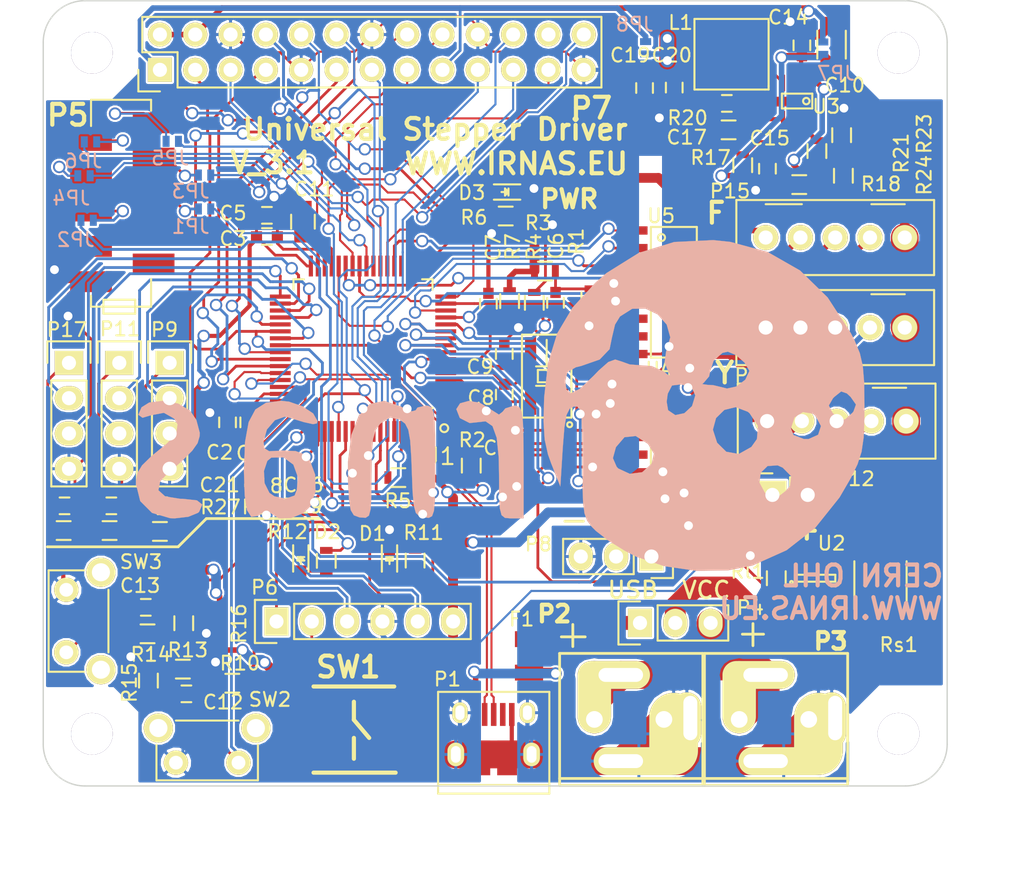
<source format=kicad_pcb>
(kicad_pcb (version 4) (host pcbnew 4.0.2-stable)
  (title_block (title "Raspberry Pi Hat Template") (date 2015-12-24) (rev 0.1) (company OpenFet) (comment 1 "Author: Julien") (comment 2 "License: CERN OHL V1.2"))
  (layers (0 F.Cu signal) (31 B.Cu signal) (34 B.Paste user) (35 F.Paste user) (36 B.SilkS user) (37 F.SilkS user) (38 B.Mask user) (39 F.Mask user) (44 Edge.Cuts user))
  (net 0 "")
  (net 1 GND)
  (net 2 +3V3)
  (net 3 "Net-(D1-Pad2)")
  (net 4 "Net-(JP1-Pad1)")
  (net 5 +BATT)
  (net 6 VEE)
  (net 7 GNDA)
  (net 8 /RST)
  (net 9 /OSCIN_8M)
  (net 10 /OSCOUT_8M)
  (net 11 VAA)
  (net 12 "Net-(C12-Pad2)")
  (net 13 "Net-(C13-Pad2)")
  (net 14 "Net-(C15-Pad1)")
  (net 15 "Net-(C16-Pad1)")
  (net 16 "Net-(C17-Pad1)")
  (net 17 "Net-(C17-Pad2)")
  (net 18 "Net-(C18-Pad1)")
  (net 19 "Net-(C21-Pad1)")
  (net 20 "Net-(D2-Pad2)")
  (net 21 "Net-(F1-Pad1)")
  (net 22 VCOM)
  (net 23 /SCL_I2C)
  (net 24 "Net-(JP2-Pad1)")
  (net 25 /SDA_I2C)
  (net 26 "Net-(JP3-Pad1)")
  (net 27 /MISO_SPI)
  (net 28 "Net-(JP4-Pad1)")
  (net 29 /F_LIMIT)
  (net 30 "Net-(JP5-Pad1)")
  (net 31 /SCK_SPI)
  (net 32 "Net-(JP6-Pad1)")
  (net 33 /CS_SPI)
  (net 34 /USB_D_N)
  (net 35 /USB_D_P)
  (net 36 VCC)
  (net 37 VDD)
  (net 38 /TxD)
  (net 39 /RxD)
  (net 40 VPP)
  (net 41 /M2_STEP)
  (net 42 /SWDIO)
  (net 43 /SWCLK)
  (net 44 /X_LIMIT)
  (net 45 /Y_LIMIT)
  (net 46 /STPEN)
  (net 47 /M1_STEP)
  (net 48 /M3_STEP)
  (net 49 /M3_DIR)
  (net 50 /M2_DIR)
  (net 51 /FLOOD_COOLANT)
  (net 52 /PROBE)
  (net 53 /M1_DIR)
  (net 54 /CYCLE_START_PIN)
  (net 55 /SERVO_PWM)
  (net 56 /F_ENC_A)
  (net 57 /F_ENC_B)
  (net 58 /X_ENC_A)
  (net 59 /X_ENC_B)
  (net 60 /L_D)
  (net 61 /X_4)
  (net 62 /X_3)
  (net 63 /X_2)
  (net 64 /X_1)
  (net 65 /Y_4)
  (net 66 /Y_3)
  (net 67 /Y_2)
  (net 68 /Y_1)
  (net 69 /F_4)
  (net 70 /F_3)
  (net 71 /F_2)
  (net 72 /F_1)
  (net 73 /Y_ENC_A)
  (net 74 /Y_ENC_B)
  (net 75 "Net-(R1-Pad1)")
  (net 76 "Net-(R5-Pad2)")
  (net 77 /GPI)
  (net 78 /LED_RED)
  (net 79 /LED_GREEN)
  (net 80 "Net-(R17-Pad2)")
  (net 81 "Net-(R18-Pad1)")
  (net 82 "Net-(R20-Pad2)")
  (net 83 "Net-(R21-Pad1)")
  (net 84 "Net-(R21-Pad2)")
  (net 85 /Vo_CURRENT_M)
  (net 86 /C_X_1)
  (net 87 /C_X_2)
  (net 88 /C_X_3)
  (net 89 /C_Y_1)
  (net 90 /C_Y_2)
  (net 91 /C_Y_3)
  (net 92 /C_F_1)
  (net 93 /C_F_2)
  (net 94 /C_F_3)
  (net 95 /C_X_4)
  (net 96 /C_Y_4)
  (net 97 /C_F_4)
  (net 98 /GPO)
  (net 99 5V_RPi)
  (net 100 3V3_PRi)
  (net 101 "Net-(P1-Pad4)")
  (net 102 "Net-(P7-Pad24)")
  (net 103 "Net-(U1-Pad18)")
  (net 104 "Net-(U1-Pad19)")
  (net 105 "Net-(U5-Pad7)")
  (net 106 "Net-(U5-Pad10)")
  (net 107 "Net-(Y1-Pad2)")
  (net 108 "Net-(D3-Pad2)")
  (net 109 "Net-(C11-Pad1)")
  (module micromatch (layer F.Cu) (at 108.357 91.286 90)
    (fp_text reference P5 (at 11.9745 -1.677 180) (layer F.SilkS) (effects (font (size 1.5 1.5) (thickness 0.3))))
    (fp_text value Universal_Serial_Connector hide)
    (pad 7 smd rect (at 8.89 4.5 90) (size 1.5 3) (layers F.Cu F.Paste F.Mask) (net 26 "Net-(JP3-Pad1)"))
    (pad 5 smd rect (at 6.35 4.5 90) (size 1.5 3) (layers F.Cu F.Paste F.Mask) (net 4 "Net-(JP1-Pad1)"))
    (pad 3 smd rect (at 3.81 4.5 90) (size 1.5 3) (layers F.Cu F.Paste F.Mask) (net 38 /TxD))
    (pad 1 smd rect (at 1.27 4.5 90) (size 1.5 3) (layers F.Cu F.Paste F.Mask) (net 40 VPP))
    (pad 10 smd rect (at 10.16 0 90) (size 1.5 3) (layers F.Cu F.Paste F.Mask) (net 32 "Net-(JP6-Pad1)"))
    (pad 8 smd rect (at 7.62 0 90) (size 1.5 3) (layers F.Cu F.Paste F.Mask) (net 28 "Net-(JP4-Pad1)"))
    (pad 6 smd rect (at 5.08 0 90) (size 1.5 3) (layers F.Cu F.Paste F.Mask) (net 24 "Net-(JP2-Pad1)"))
    (pad 4 smd rect (at 2.54 0 90) (size 1.5 3) (layers F.Cu F.Paste F.Mask) (net 39 /RxD))
    (pad 9 smd rect (at 11.43 4.5 90) (size 1.5 3) (layers F.Cu F.Paste F.Mask) (net 30 "Net-(JP5-Pad1)"))
    (pad 2 smd rect (at 0 0 90) (size 1.5 3) (layers F.Cu F.Paste F.Mask) (net 1 GND))
  )
  (module Mounting_Holes:MountingHole_3mm (layer F.Cu) (at 166.42 74.82)
    (fp_text reference REF** hide)
    (fp_text value MountingHole_3mm hide)
    (pad 1 thru_hole circle (at 0 0) (size 2.99974 2.99974) (drill 2.99974) (layers))
  )
  (module Mounting_Holes:MountingHole_3mm (layer F.Cu) (at 166.42 123.82)
    (fp_text reference REF** hide)
    (fp_text value MountingHole_3mm hide)
    (pad 1 thru_hole circle (at 0 0) (size 2.99974 2.99974) (drill 2.99974) (layers))
  )
  (module Mounting_Holes:MountingHole_3mm (layer F.Cu) (at 108.42 123.82)
    (fp_text reference REF** hide)
    (fp_text value MountingHole_3mm hide)
    (pad 1 thru_hole circle (at 0 0) (size 2.99974 2.99974) (drill 2.99974) (layers))
  )
  (module Mounting_Holes:MountingHole_3mm (layer F.Cu) (at 108.42 74.82)
    (fp_text reference REF** hide)
    (fp_text value MountingHole_3mm hide)
    (pad 1 thru_hole circle (at 0 0) (size 2.99974 2.99974) (drill 2.99974) (layers))
  )
  (module Capacitors_SMD:C_0603 (layer F.Cu) (at 138.202 104.621)
    (fp_text reference C1 (at -0.661 -1.37) (layer F.SilkS))
    (fp_text value 100nF)
    (pad 1 smd rect (at -0.75 0) (size 0.8 0.75) (layers F.Cu F.Paste F.Mask) (net 5 +BATT))
    (pad 2 smd rect (at 0.75 0) (size 0.8 0.75) (layers F.Cu F.Paste F.Mask) (net 1 GND))
  )
  (module Capacitors_SMD:C_0603 (layer F.Cu) (at 118.1735 101.4095 90)
    (fp_text reference C2 (at -2.159 -0.5715 180) (layer F.SilkS))
    (fp_text value 100nF)
    (pad 1 smd rect (at -0.75 0 90) (size 0.8 0.75) (layers F.Cu F.Paste F.Mask) (net 2 +3V3))
    (pad 2 smd rect (at 0.75 0 90) (size 0.8 0.75) (layers F.Cu F.Paste F.Mask) (net 1 GND))
  )
  (module Capacitors_SMD:C_0603 (layer F.Cu) (at 121.0056 88.0364)
    (fp_text reference C3 (at -2.439 0.154) (layer F.SilkS))
    (fp_text value 100nF)
    (pad 1 smd rect (at -0.75 0) (size 0.8 0.75) (layers F.Cu F.Paste F.Mask) (net 2 +3V3))
    (pad 2 smd rect (at 0.75 0) (size 0.8 0.75) (layers F.Cu F.Paste F.Mask) (net 1 GND))
  )
  (module Capacitors_SMD:C_0603 (layer F.Cu) (at 119.6975 101.4095 90)
    (fp_text reference C4 (at -2.2225 0.0635 180) (layer F.SilkS))
    (fp_text value 100nF)
    (pad 1 smd rect (at -0.75 0 90) (size 0.8 0.75) (layers F.Cu F.Paste F.Mask) (net 2 +3V3))
    (pad 2 smd rect (at 0.75 0 90) (size 0.8 0.75) (layers F.Cu F.Paste F.Mask) (net 1 GND))
  )
  (module Capacitors_SMD:C_0603 (layer F.Cu) (at 121.0056 86.5124)
    (fp_text reference C5 (at -2.4384 -0.1524) (layer F.SilkS))
    (fp_text value 100nF)
    (pad 1 smd rect (at -0.75 0) (size 0.8 0.75) (layers F.Cu F.Paste F.Mask) (net 2 +3V3))
    (pad 2 smd rect (at 0.75 0) (size 0.8 0.75) (layers F.Cu F.Paste F.Mask) (net 1 GND))
  )
  (module Capacitors_SMD:C_0603 (layer F.Cu) (at 141.758 92.81 270)
    (fp_text reference C6 (at -4.1005 -0.0375 270) (layer F.SilkS))
    (fp_text value 100nF)
    (pad 1 smd rect (at -0.75 0 270) (size 0.8 0.75) (layers F.Cu F.Paste F.Mask) (net 6 VEE))
    (pad 2 smd rect (at 0.75 0 270) (size 0.8 0.75) (layers F.Cu F.Paste F.Mask) (net 7 GNDA))
  )
  (module Capacitors_SMD:C_0603 (layer F.Cu) (at 136.932 92.8735 90)
    (fp_text reference C7 (at 4.037 0.355 90) (layer F.SilkS))
    (fp_text value 100nF)
    (pad 1 smd rect (at -0.75 0 90) (size 0.8 0.75) (layers F.Cu F.Paste F.Mask) (net 8 /RST))
    (pad 2 smd rect (at 0.75 0 90) (size 0.8 0.75) (layers F.Cu F.Paste F.Mask) (net 1 GND))
  )
  (module Capacitors_SMD:C_0603 (layer F.Cu) (at 138.075 99.414 270)
    (fp_text reference C8 (at 0.2175 1.677 360) (layer F.SilkS))
    (fp_text value 20pF)
    (pad 1 smd rect (at -0.75 0 270) (size 0.8 0.75) (layers F.Cu F.Paste F.Mask) (net 9 /OSCIN_8M))
    (pad 2 smd rect (at 0.75 0 270) (size 0.8 0.75) (layers F.Cu F.Paste F.Mask) (net 1 GND))
  )
  (module Capacitors_SMD:C_0603 (layer F.Cu) (at 138.075 96.493 90)
    (fp_text reference C9 (at -0.916 -1.7405 180) (layer F.SilkS))
    (fp_text value 20pF)
    (pad 1 smd rect (at -0.75 0 90) (size 0.8 0.75) (layers F.Cu F.Paste F.Mask) (net 10 /OSCOUT_8M))
    (pad 2 smd rect (at 0.75 0 90) (size 0.8 0.75) (layers F.Cu F.Paste F.Mask) (net 1 GND))
  )
  (module Capacitors_SMD:C_0603 (layer F.Cu) (at 115.215 120.9405 180)
    (fp_text reference C12 (at -2.641 -0.5985 180) (layer F.SilkS))
    (fp_text value 100nF)
    (pad 1 smd rect (at -0.75 0 180) (size 0.8 0.75) (layers F.Cu F.Paste F.Mask) (net 44 /X_LIMIT))
    (pad 2 smd rect (at 0.75 0 180) (size 0.8 0.75) (layers F.Cu F.Paste F.Mask) (net 12 "Net-(C12-Pad2)"))
  )
  (module Capacitors_SMD:C_0603 (layer F.Cu) (at 112.294 114.7175)
    (fp_text reference C13 (at -0.407 -1.5605) (layer F.SilkS))
    (fp_text value 100nF)
    (pad 1 smd rect (at -0.75 0) (size 0.8 0.75) (layers F.Cu F.Paste F.Mask) (net 45 /Y_LIMIT))
    (pad 2 smd rect (at 0.75 0) (size 0.8 0.75) (layers F.Cu F.Paste F.Mask) (net 13 "Net-(C13-Pad2)"))
  )
  (module Capacitors_SMD:C_0603 (layer F.Cu) (at 159.4745 74.2807 90)
    (fp_text reference C14 (at 2.0177 -0.9785 180) (layer F.SilkS))
    (fp_text value 100nF)
    (pad 1 smd rect (at -0.75 0 90) (size 0.8 0.75) (layers F.Cu F.Paste F.Mask) (net 11 VAA))
    (pad 2 smd rect (at 0.75 0 90) (size 0.8 0.75) (layers F.Cu F.Paste F.Mask) (net 1 GND))
  )
  (module Capacitors_SMD:C_0603 (layer F.Cu) (at 156.998 83.158 270)
    (fp_text reference C15 (at -2.1955 -0.1645 360) (layer F.SilkS))
    (fp_text value 100nF)
    (pad 1 smd rect (at -0.75 0 270) (size 0.8 0.75) (layers F.Cu F.Paste F.Mask) (net 14 "Net-(C15-Pad1)"))
    (pad 2 smd rect (at 0.75 0 270) (size 0.8 0.75) (layers F.Cu F.Paste F.Mask) (net 1 GND))
  )
  (module Capacitors_SMD:C_0603 (layer F.Cu) (at 113.5005 107.415)
    (fp_text reference C16 (at 10.134 -1.497) (layer F.SilkS))
    (fp_text value 100nF)
    (pad 1 smd rect (at -0.75 0) (size 0.8 0.75) (layers F.Cu F.Paste F.Mask) (net 15 "Net-(C16-Pad1)"))
    (pad 2 smd rect (at 0.75 0) (size 0.8 0.75) (layers F.Cu F.Paste F.Mask) (net 1 GND))
  )
  (module Capacitors_SMD:C_0603 (layer F.Cu) (at 154.077 78.459 180)
    (fp_text reference C17 (at 2.8835 -2.44 180) (layer F.SilkS))
    (fp_text value 100nF)
    (pad 1 smd rect (at -0.75 0 180) (size 0.8 0.75) (layers F.Cu F.Paste F.Mask) (net 16 "Net-(C17-Pad1)"))
    (pad 2 smd rect (at 0.75 0 180) (size 0.8 0.75) (layers F.Cu F.Paste F.Mask) (net 17 "Net-(C17-Pad2)"))
  )
  (module Capacitors_SMD:C_0603 (layer F.Cu) (at 109.8175 107.415)
    (fp_text reference C18 (at 10.896 -1.4335) (layer F.SilkS))
    (fp_text value 100nF)
    (pad 1 smd rect (at -0.75 0) (size 0.8 0.75) (layers F.Cu F.Paste F.Mask) (net 18 "Net-(C18-Pad1)"))
    (pad 2 smd rect (at 0.75 0) (size 0.8 0.75) (layers F.Cu F.Paste F.Mask) (net 1 GND))
  )
  (module Capacitors_SMD:C_0603 (layer F.Cu) (at 148.16134 77.35156 270)
    (fp_text reference C19 (at -2.35806 1.03184 540) (layer F.SilkS))
    (fp_text value 22pF)
    (pad 1 smd rect (at -0.75 0 270) (size 0.8 0.75) (layers F.Cu F.Paste F.Mask) (net 2 +3V3))
    (pad 2 smd rect (at 0.75 0 270) (size 0.8 0.75) (layers F.Cu F.Paste F.Mask) (net 1 GND))
  )
  (module Capacitors_SMD:C_0603 (layer F.Cu) (at 150.29494 77.32108 270)
    (fp_text reference C20 (at -2.32758 0.18094 360) (layer F.SilkS))
    (fp_text value 22pF)
    (pad 1 smd rect (at -0.75 0 270) (size 0.8 0.75) (layers F.Cu F.Paste F.Mask) (net 2 +3V3))
    (pad 2 smd rect (at 0.75 0 270) (size 0.8 0.75) (layers F.Cu F.Paste F.Mask) (net 1 GND))
  )
  (module Capacitors_SMD:C_0603 (layer F.Cu) (at 106.452 107.415)
    (fp_text reference C21 (at 11.15 -1.497) (layer F.SilkS))
    (fp_text value 100nF)
    (pad 1 smd rect (at -0.75 0) (size 0.8 0.75) (layers F.Cu F.Paste F.Mask) (net 19 "Net-(C21-Pad1)"))
    (pad 2 smd rect (at 0.75 0) (size 0.8 0.75) (layers F.Cu F.Paste F.Mask) (net 1 GND))
  )
  (module LEDs:LED_0603 (layer F.Cu) (at 129.82 111.352 270)
    (fp_text reference D1 (at -1.9415 1.2325 360) (layer F.SilkS))
    (fp_text value LED_RED)
    (pad 2 smd rect (at 0.7493 0 90) (size 0.79756 0.79756) (layers F.Cu F.Paste F.Mask) (net 3 "Net-(D1-Pad2)"))
    (pad 1 smd rect (at -0.7493 0 90) (size 0.79756 0.79756) (layers F.Cu F.Paste F.Mask) (net 1 GND))
  )
  (module LEDs:LED_0603 (layer F.Cu) (at 123.44206 111.34946 270)
    (fp_text reference D2 (at -2.06596 -1.90694 360) (layer F.SilkS))
    (fp_text value LED_GREEN)
    (pad 2 smd rect (at 0.7493 0 90) (size 0.79756 0.79756) (layers F.Cu F.Paste F.Mask) (net 20 "Net-(D2-Pad2)"))
    (pad 1 smd rect (at -0.7493 0 90) (size 0.79756 0.79756) (layers F.Cu F.Paste F.Mask) (net 1 GND))
  )
  (module Fuse_Holders_and_Fuses:Fuse_SMD1206_Reflow (layer F.Cu) (at 139.853 118.21 90)
    (fp_text reference F1 (at 2.64 -0.534 180) (layer F.SilkS))
    (fp_text value F_Small)
    (pad 1 smd rect (at -1.20396 0 180) (size 2.02946 1.14046) (layers F.Cu F.Paste F.Mask) (net 21 "Net-(F1-Pad1)"))
    (pad 2 smd rect (at 1.20396 0 180) (size 2.02946 1.14046) (layers F.Cu F.Paste F.Mask) (net 22 VCOM))
  )
  (module .pretty:bridgeJumper (layer B.Cu) (at 116.078 86.0552)
    (fp_text reference JP1 (at -0.5588 1.27) (layer B.SilkS) (effects (justify mirror)))
    (fp_text value Jumper_NC_Small hide)
    (pad 1 smd rect (at 0 0) (size 0.5 0.8) (layers B.Cu B.Paste B.Mask) (net 4 "Net-(JP1-Pad1)"))
    (pad 2 smd rect (at 0.889 0) (size 0.5 0.8) (layers B.Cu B.Paste B.Mask) (net 23 /SCL_I2C))
  )
  (module .pretty:bridgeJumper (layer B.Cu) (at 108.5215 86.868 180)
    (fp_text reference JP2 (at 1.27 -1.397 180) (layer B.SilkS) (effects (justify mirror)))
    (fp_text value Jumper_NC_Small hide)
    (pad 1 smd rect (at 0 0 180) (size 0.5 0.8) (layers B.Cu B.Paste B.Mask) (net 24 "Net-(JP2-Pad1)"))
    (pad 2 smd rect (at 0.889 0 180) (size 0.5 0.8) (layers B.Cu B.Paste B.Mask) (net 25 /SDA_I2C))
  )
  (module .pretty:bridgeJumper (layer B.Cu) (at 116.078 83.6168)
    (fp_text reference JP3 (at -0.5588 1.1684) (layer B.SilkS) (effects (justify mirror)))
    (fp_text value Jumper_NC_Small hide)
    (pad 1 smd rect (at 0 0) (size 0.5 0.8) (layers B.Cu B.Paste B.Mask) (net 26 "Net-(JP3-Pad1)"))
    (pad 2 smd rect (at 0.889 0) (size 0.5 0.8) (layers B.Cu B.Paste B.Mask) (net 27 /MISO_SPI))
  )
  (module .pretty:bridgeJumper (layer B.Cu) (at 107.4045 83.666)
    (fp_text reference JP4 (at -0.4705 1.6145) (layer B.SilkS) (effects (justify mirror)))
    (fp_text value Jumper_NC_Small hide)
    (pad 1 smd rect (at 0 0) (size 0.5 0.8) (layers B.Cu B.Paste B.Mask) (net 28 "Net-(JP4-Pad1)"))
    (pad 2 smd rect (at 0.889 0) (size 0.5 0.8) (layers B.Cu B.Paste B.Mask) (net 29 /F_LIMIT))
  )
  (module .pretty:bridgeJumper (layer B.Cu) (at 113.7545 81.1895)
    (fp_text reference JP5 (at 0.2915 1.2081) (layer B.SilkS) (effects (justify mirror)))
    (fp_text value Jumper_NC_Small hide)
    (pad 1 smd rect (at 0 0) (size 0.5 0.8) (layers B.Cu B.Paste B.Mask) (net 30 "Net-(JP5-Pad1)"))
    (pad 2 smd rect (at 0.889 0) (size 0.5 0.8) (layers B.Cu B.Paste B.Mask) (net 31 /SCK_SPI))
  )
  (module .pretty:bridgeJumper (layer B.Cu) (at 108.7628 81.2292 180)
    (fp_text reference JP6 (at 0.9652 -1.3716 180) (layer B.SilkS) (effects (justify mirror)))
    (fp_text value Jumper_NC_Small hide)
    (pad 1 smd rect (at 0 0 180) (size 0.5 0.8) (layers B.Cu B.Paste B.Mask) (net 32 "Net-(JP6-Pad1)"))
    (pad 2 smd rect (at 0.889 0 180) (size 0.5 0.8) (layers B.Cu B.Paste B.Mask) (net 33 /CS_SPI))
  )
  (module ".pretty:Inductor SMD XAL50" (layer F.Cu) (at 156.06582 74.92332 180)
    (fp_text reference L1 (at 5.31682 2.27932 180) (layer F.SilkS))
    (fp_text value 10uH hide)
    (pad 1 smd rect (at 0 0 180) (size 1.18 4.34) (layers F.Cu F.Paste F.Mask) (net 16 "Net-(C17-Pad1)"))
    (pad 2 smd rect (at 3.31 0 180) (size 1.18 4.34) (layers F.Cu F.Paste F.Mask) (net 2 +3V3))
  )
  (module Connect:USB_Micro-B_10103594-0001LF (layer F.Cu) (at 137.313 123.925)
    (fp_text reference P1 (at -3.328 -4.037) (layer F.SilkS))
    (fp_text value USB_OTG)
    (pad 1 smd rect (at -1.3 -1.5 90) (size 1.65 0.4) (layers F.Cu F.Paste F.Mask) (net 21 "Net-(F1-Pad1)"))
    (pad 2 smd rect (at -0.65 -1.5 90) (size 1.65 0.4) (layers F.Cu F.Paste F.Mask) (net 34 /USB_D_N))
    (pad 3 smd rect (at -0.0009 -1.5 90) (size 1.65 0.4) (layers F.Cu F.Paste F.Mask) (net 35 /USB_D_P))
    (pad 4 smd rect (at 0.65 -1.5 90) (size 1.65 0.4) (layers F.Cu F.Paste F.Mask) (net 101 "Net-(P1-Pad4)"))
    (pad 5 smd rect (at 1.3 -1.5 90) (size 1.65 0.4) (layers F.Cu F.Paste F.Mask) (net 1 GND))
    (pad 6 thru_hole oval (at -2.425 -1.625 90) (size 1.5 1.1) (drill oval 1.05 0.65) (layers *.Cu *.Mask F.SilkS) (net 1 GND))
    (pad 6 thru_hole oval (at 2.425 -1.625 90) (size 1.5 1.1) (drill oval 1.05 0.65) (layers *.Cu *.Mask F.SilkS) (net 1 GND))
    (pad 6 thru_hole oval (at -2.725 1.375 90) (size 1.7 1.2) (drill oval 1.2 0.7) (layers *.Cu *.Mask F.SilkS) (net 1 GND))
    (pad 6 thru_hole oval (at 2.725 1.375 90) (size 1.7 1.2) (drill oval 1.2 0.7) (layers *.Cu *.Mask F.SilkS) (net 1 GND))
    (pad 6 smd rect (at -0.9625 1.625 90) (size 2.5 1.425) (layers F.Cu F.Paste F.Mask) (net 1 GND))
    (pad 6 smd rect (at 0.9625 1.625 90) (size 2.5 1.425) (layers F.Cu F.Paste F.Mask) (net 1 GND))
  )
  (module .pretty:terminal_block_dc_jack_5mm_wide (layer F.Cu) (at 144.552 122.782)
    (fp_text reference P2 (at -2.8835 -7.593) (layer F.SilkS) (effects (font (size 1.2 1.2) (thickness 0.3))))
    (fp_text value CONN_01X02 hide)
    (pad 1 thru_hole oval (at 5 0) (size 3.5 5.9) (drill 1.2 (offset 0.7 1.04)) (layers *.Cu *.Mask F.SilkS) (net 1 GND))
    (pad 2 thru_hole oval (at 0 0) (size 2.4 5.2) (drill 1.2 (offset 0 -1.6)) (layers *.Cu *.Mask F.SilkS) (net 36 VCC))
    (pad 2 thru_hole oval (at 1.9 -3.2) (size 5.2 2) (drill oval 3.2 1 (offset -0.5 0)) (layers *.Cu *.Mask F.SilkS) (net 36 VCC))
    (pad 1 thru_hole oval (at 1.9 3) (size 6.5 2) (drill oval 3.2 1 (offset 1.3 0)) (layers *.Cu *.Mask F.SilkS) (net 1 GND))
    (pad 1 thru_hole oval (at 6.9 -0.1 90) (size 4 2.05) (drill oval 3.2 1 (offset -0.15 -0.25)) (layers *.Cu *.Mask F.SilkS) (net 1 GND))
  )
  (module .pretty:terminal_block_dc_jack_5mm_wide (layer F.Cu) (at 154.966 122.782)
    (fp_text reference P3 (at 6.578 -5.6245) (layer F.SilkS) (effects (font (size 1.2 1.2) (thickness 0.3))))
    (fp_text value CONN_01X02 hide)
    (pad 1 thru_hole oval (at 5 0) (size 3.5 5.9) (drill 1.2 (offset 0.7 1.04)) (layers *.Cu *.Mask F.SilkS) (net 1 GND))
    (pad 2 thru_hole oval (at 0 0) (size 2.4 5.2) (drill 1.2 (offset 0 -1.6)) (layers *.Cu *.Mask F.SilkS) (net 36 VCC))
    (pad 2 thru_hole oval (at 1.9 -3.2) (size 5.2 2) (drill oval 3.2 1 (offset -0.5 0)) (layers *.Cu *.Mask F.SilkS) (net 36 VCC))
    (pad 1 thru_hole oval (at 1.9 3) (size 6.5 2) (drill oval 3.2 1 (offset 1.3 0)) (layers *.Cu *.Mask F.SilkS) (net 1 GND))
    (pad 1 thru_hole oval (at 6.9 -0.1 90) (size 4 2.05) (drill oval 3.2 1 (offset -0.15 -0.25)) (layers *.Cu *.Mask F.SilkS) (net 1 GND))
  )
  (module Pin_Headers:Pin_Header_Straight_1x03 (layer F.Cu) (at 147.83114 115.84018 90)
    (fp_text reference P4 (at 1.09568 7.93436 180) (layer F.SilkS))
    (fp_text value CONN_01X03)
    (pad 1 thru_hole rect (at 0 0 90) (size 2.032 1.7272) (drill 1.016) (layers *.Cu *.Mask F.SilkS) (net 22 VCOM))
    (pad 2 thru_hole oval (at 0 2.54 90) (size 2.032 1.7272) (drill 1.016) (layers *.Cu *.Mask F.SilkS) (net 37 VDD))
    (pad 3 thru_hole oval (at 0 5.08 90) (size 2.032 1.7272) (drill 1.016) (layers *.Cu *.Mask F.SilkS) (net 36 VCC))
  )
  (module Pin_Headers:Pin_Header_Straight_1x06 (layer F.Cu) (at 121.692 115.7335 90)
    (fp_text reference P6 (at 2.4495 -0.8515 180) (layer F.SilkS))
    (fp_text value CONN_01X06)
    (pad 1 thru_hole rect (at 0 0 90) (size 2.032 1.7272) (drill 1.016) (layers *.Cu *.Mask F.SilkS) (net 41 /M2_STEP))
    (pad 2 thru_hole oval (at 0 2.54 90) (size 2.032 1.7272) (drill 1.016) (layers *.Cu *.Mask F.SilkS) (net 8 /RST))
    (pad 3 thru_hole oval (at 0 5.08 90) (size 2.032 1.7272) (drill 1.016) (layers *.Cu *.Mask F.SilkS) (net 42 /SWDIO))
    (pad 4 thru_hole oval (at 0 7.62 90) (size 2.032 1.7272) (drill 1.016) (layers *.Cu *.Mask F.SilkS) (net 1 GND))
    (pad 5 thru_hole oval (at 0 10.16 90) (size 2.032 1.7272) (drill 1.016) (layers *.Cu *.Mask F.SilkS) (net 43 /SWCLK))
    (pad 6 thru_hole oval (at 0 12.7 90) (size 2.032 1.7272) (drill 1.016) (layers *.Cu *.Mask F.SilkS) (net 2 +3V3))
  )
  (module Pin_Headers:Pin_Header_Straight_2x13 (layer F.Cu) (at 113.31 76.046 90)
    (fp_text reference P7 (at -2.7575 31.0255 180) (layer F.SilkS) (effects (font (size 1.5 1.5) (thickness 0.3))))
    (fp_text value RPI_header)
    (pad 1 thru_hole rect (at 0 0 90) (size 1.7272 1.7272) (drill 1.016) (layers *.Cu *.Mask F.SilkS) (net 100 3V3_PRi))
    (pad 2 thru_hole oval (at 2.54 0 90) (size 1.7272 1.7272) (drill 1.016) (layers *.Cu *.Mask F.SilkS) (net 99 5V_RPi))
    (pad 3 thru_hole oval (at 0 2.54 90) (size 1.7272 1.7272) (drill 1.016) (layers *.Cu *.Mask F.SilkS) (net 44 /X_LIMIT))
    (pad 4 thru_hole oval (at 2.54 2.54 90) (size 1.7272 1.7272) (drill 1.016) (layers *.Cu *.Mask F.SilkS) (net 99 5V_RPi))
    (pad 5 thru_hole oval (at 0 5.08 90) (size 1.7272 1.7272) (drill 1.016) (layers *.Cu *.Mask F.SilkS) (net 45 /Y_LIMIT))
    (pad 6 thru_hole oval (at 2.54 5.08 90) (size 1.7272 1.7272) (drill 1.016) (layers *.Cu *.Mask F.SilkS) (net 1 GND))
    (pad 7 thru_hole oval (at 0 7.62 90) (size 1.7272 1.7272) (drill 1.016) (layers *.Cu *.Mask F.SilkS) (net 46 /STPEN))
    (pad 8 thru_hole oval (at 2.54 7.62 90) (size 1.7272 1.7272) (drill 1.016) (layers *.Cu *.Mask F.SilkS) (net 39 /RxD))
    (pad 9 thru_hole oval (at 0 10.16 90) (size 1.7272 1.7272) (drill 1.016) (layers *.Cu *.Mask F.SilkS) (net 1 GND))
    (pad 10 thru_hole oval (at 2.54 10.16 90) (size 1.7272 1.7272) (drill 1.016) (layers *.Cu *.Mask F.SilkS) (net 38 /TxD))
    (pad 11 thru_hole oval (at 0 12.7 90) (size 1.7272 1.7272) (drill 1.016) (layers *.Cu *.Mask F.SilkS) (net 47 /M1_STEP))
    (pad 12 thru_hole oval (at 2.54 12.7 90) (size 1.7272 1.7272) (drill 1.016) (layers *.Cu *.Mask F.SilkS) (net 27 /MISO_SPI))
    (pad 13 thru_hole oval (at 0 15.24 90) (size 1.7272 1.7272) (drill 1.016) (layers *.Cu *.Mask F.SilkS) (net 41 /M2_STEP))
    (pad 14 thru_hole oval (at 2.54 15.24 90) (size 1.7272 1.7272) (drill 1.016) (layers *.Cu *.Mask F.SilkS) (net 1 GND))
    (pad 15 thru_hole oval (at 0 17.78 90) (size 1.7272 1.7272) (drill 1.016) (layers *.Cu *.Mask F.SilkS) (net 48 /M3_STEP))
    (pad 16 thru_hole oval (at 2.54 17.78 90) (size 1.7272 1.7272) (drill 1.016) (layers *.Cu *.Mask F.SilkS) (net 49 /M3_DIR))
    (pad 17 thru_hole oval (at 0 20.32 90) (size 1.7272 1.7272) (drill 1.016) (layers *.Cu *.Mask F.SilkS) (net 100 3V3_PRi))
    (pad 18 thru_hole oval (at 2.54 20.32 90) (size 1.7272 1.7272) (drill 1.016) (layers *.Cu *.Mask F.SilkS) (net 50 /M2_DIR))
    (pad 19 thru_hole oval (at 0 22.86 90) (size 1.7272 1.7272) (drill 1.016) (layers *.Cu *.Mask F.SilkS) (net 51 /FLOOD_COOLANT))
    (pad 20 thru_hole oval (at 2.54 22.86 90) (size 1.7272 1.7272) (drill 1.016) (layers *.Cu *.Mask F.SilkS) (net 1 GND))
    (pad 21 thru_hole oval (at 0 25.4 90) (size 1.7272 1.7272) (drill 1.016) (layers *.Cu *.Mask F.SilkS) (net 52 /PROBE))
    (pad 22 thru_hole oval (at 2.54 25.4 90) (size 1.7272 1.7272) (drill 1.016) (layers *.Cu *.Mask F.SilkS) (net 53 /M1_DIR))
    (pad 23 thru_hole oval (at 0 27.94 90) (size 1.7272 1.7272) (drill 1.016) (layers *.Cu *.Mask F.SilkS) (net 54 /CYCLE_START_PIN))
    (pad 24 thru_hole oval (at 2.54 27.94 90) (size 1.7272 1.7272) (drill 1.016) (layers *.Cu *.Mask F.SilkS) (net 102 "Net-(P7-Pad24)"))
    (pad 25 thru_hole oval (at 0 30.48 90) (size 1.7272 1.7272) (drill 1.016) (layers *.Cu *.Mask F.SilkS) (net 1 GND))
    (pad 26 thru_hole oval (at 2.54 30.48 90) (size 1.7272 1.7272) (drill 1.016) (layers *.Cu *.Mask F.SilkS) (net 29 /F_LIMIT))
  )
  (module Pin_Headers:Pin_Header_Straight_1x03 (layer F.Cu) (at 148.6535 111.0615 270)
    (fp_text reference P8 (at -0.889 8.128 360) (layer F.SilkS))
    (fp_text value CONN_01X03)
    (pad 1 thru_hole rect (at 0 0 270) (size 2.032 1.7272) (drill 1.016) (layers *.Cu *.Mask F.SilkS) (net 11 VAA))
    (pad 2 thru_hole oval (at 0 2.54 270) (size 2.032 1.7272) (drill 1.016) (layers *.Cu *.Mask F.SilkS) (net 55 /SERVO_PWM))
    (pad 3 thru_hole oval (at 0 5.08 270) (size 2.032 1.7272) (drill 1.016) (layers *.Cu *.Mask F.SilkS) (net 1 GND))
  )
  (module Pin_Headers:Pin_Header_Straight_1x04 (layer F.Cu) (at 114.0085 97.128)
    (fp_text reference P9 (at -0.3689 -2.386) (layer F.SilkS))
    (fp_text value CONN_01X04)
    (pad 1 thru_hole rect (at 0 0) (size 2.032 1.7272) (drill 1.016) (layers *.Cu *.Mask F.SilkS) (net 15 "Net-(C16-Pad1)"))
    (pad 2 thru_hole oval (at 0 2.54) (size 2.032 1.7272) (drill 1.016) (layers *.Cu *.Mask F.SilkS) (net 56 /F_ENC_A))
    (pad 3 thru_hole oval (at 0 5.08) (size 2.032 1.7272) (drill 1.016) (layers *.Cu *.Mask F.SilkS) (net 57 /F_ENC_B))
    (pad 4 thru_hole oval (at 0 7.62) (size 2.032 1.7272) (drill 1.016) (layers *.Cu *.Mask F.SilkS) (net 1 GND))
  )
  (module Pin_Headers:Pin_Header_Straight_1x04 (layer F.Cu) (at 110.389 97.128)
    (fp_text reference P11 (at 0.0502 -2.4368) (layer F.SilkS))
    (fp_text value CONN_01X04)
    (pad 1 thru_hole rect (at 0 0) (size 2.032 1.7272) (drill 1.016) (layers *.Cu *.Mask F.SilkS) (net 18 "Net-(C18-Pad1)"))
    (pad 2 thru_hole oval (at 0 2.54) (size 2.032 1.7272) (drill 1.016) (layers *.Cu *.Mask F.SilkS) (net 58 /X_ENC_A))
    (pad 3 thru_hole oval (at 0 5.08) (size 2.032 1.7272) (drill 1.016) (layers *.Cu *.Mask F.SilkS) (net 59 /X_ENC_B))
    (pad 4 thru_hole oval (at 0 7.62) (size 2.032 1.7272) (drill 1.016) (layers *.Cu *.Mask F.SilkS) (net 1 GND))
  )
  (module Pin_Headers:Pin_Header_Straight_1x02 (layer F.Cu) (at 157.3536 106.6276 90)
    (fp_text reference P12 (at 1.1541 5.9049 180) (layer F.SilkS))
    (fp_text value CONN_01X02)
    (pad 1 thru_hole rect (at 0 0 90) (size 2.032 2.032) (drill 1.016) (layers *.Cu *.Mask F.SilkS) (net 60 /L_D))
    (pad 2 thru_hole oval (at 0 2.54 90) (size 2.032 2.032) (drill 1.016) (layers *.Cu *.Mask F.SilkS) (net 2 +3V3))
  )
  (module .pretty:28BYJ-48 (layer F.Cu) (at 156.9726 101.319)
    (fp_text reference P13 (at -0.8896 -3.275) (layer F.SilkS))
    (fp_text value CONN_28BYJ-48 hide)
    (pad 5 thru_hole circle (at 0 0) (size 1.8 1.8) (drill 1.02) (layers *.Cu *.Mask F.SilkS) (net 61 /X_4))
    (pad 4 thru_hole circle (at 2.5 0) (size 1.8 1.8) (drill 1.02) (layers *.Cu *.Mask F.SilkS) (net 62 /X_3))
    (pad 3 thru_hole circle (at 5 0) (size 1.8 1.8) (drill 1.02) (layers *.Cu *.Mask F.SilkS) (net 63 /X_2))
    (pad 2 thru_hole circle (at 7.5 0) (size 1.8 1.8) (drill 1.02) (layers *.Cu *.Mask F.SilkS) (net 64 /X_1))
    (pad 1 thru_hole circle (at 10 0) (size 1.8 1.8) (drill 1.02) (layers *.Cu *.Mask F.SilkS) (net 11 VAA))
  )
  (module .pretty:28BYJ-48 (layer F.Cu) (at 156.871 94.588)
    (fp_text reference P14 (at -0.8515 -3.148) (layer F.SilkS))
    (fp_text value CONN_28BYJ-48 hide)
    (pad 5 thru_hole circle (at 0 0) (size 1.8 1.8) (drill 1.02) (layers *.Cu *.Mask F.SilkS) (net 65 /Y_4))
    (pad 4 thru_hole circle (at 2.5 0) (size 1.8 1.8) (drill 1.02) (layers *.Cu *.Mask F.SilkS) (net 66 /Y_3))
    (pad 3 thru_hole circle (at 5 0) (size 1.8 1.8) (drill 1.02) (layers *.Cu *.Mask F.SilkS) (net 67 /Y_2))
    (pad 2 thru_hole circle (at 7.5 0) (size 1.8 1.8) (drill 1.02) (layers *.Cu *.Mask F.SilkS) (net 68 /Y_1))
    (pad 1 thru_hole circle (at 10 0) (size 1.8 1.8) (drill 1.02) (layers *.Cu *.Mask F.SilkS) (net 11 VAA))
  )
  (module .pretty:28BYJ-48 (layer F.Cu) (at 156.871 88.111)
    (fp_text reference P15 (at -2.566 -3.3385) (layer F.SilkS))
    (fp_text value CONN_28BYJ-48 hide)
    (pad 5 thru_hole circle (at 0 0) (size 1.8 1.8) (drill 1.02) (layers *.Cu *.Mask F.SilkS) (net 69 /F_4))
    (pad 4 thru_hole circle (at 2.5 0) (size 1.8 1.8) (drill 1.02) (layers *.Cu *.Mask F.SilkS) (net 70 /F_3))
    (pad 3 thru_hole circle (at 5 0) (size 1.8 1.8) (drill 1.02) (layers *.Cu *.Mask F.SilkS) (net 71 /F_2))
    (pad 2 thru_hole circle (at 7.5 0) (size 1.8 1.8) (drill 1.02) (layers *.Cu *.Mask F.SilkS) (net 72 /F_1))
    (pad 1 thru_hole circle (at 10 0) (size 1.8 1.8) (drill 1.02) (layers *.Cu *.Mask F.SilkS) (net 11 VAA))
  )
  (module Pin_Headers:Pin_Header_Straight_1x04 (layer F.Cu) (at 106.7695 97.128)
    (fp_text reference P17 (at -0.153 -2.386) (layer F.SilkS))
    (fp_text value CONN_01X04)
    (pad 1 thru_hole rect (at 0 0) (size 2.032 1.7272) (drill 1.016) (layers *.Cu *.Mask F.SilkS) (net 19 "Net-(C21-Pad1)"))
    (pad 2 thru_hole oval (at 0 2.54) (size 2.032 1.7272) (drill 1.016) (layers *.Cu *.Mask F.SilkS) (net 73 /Y_ENC_A))
    (pad 3 thru_hole oval (at 0 5.08) (size 2.032 1.7272) (drill 1.016) (layers *.Cu *.Mask F.SilkS) (net 74 /Y_ENC_B))
    (pad 4 thru_hole oval (at 0 7.62) (size 2.032 1.7272) (drill 1.016) (layers *.Cu *.Mask F.SilkS) (net 1 GND))
  )
  (module Resistors_SMD:R_0603 (layer F.Cu) (at 144.298 92.556 90)
    (fp_text reference R1 (at 4.164 -1.042 90) (layer F.SilkS))
    (fp_text value 0R)
    (pad 1 smd rect (at -0.75 0 90) (size 0.5 0.9) (layers F.Cu F.Paste F.Mask) (net 75 "Net-(R1-Pad1)"))
    (pad 2 smd rect (at 0.75 0 90) (size 0.5 0.9) (layers F.Cu F.Paste F.Mask) (net 6 VEE))
  )
  (module Resistors_SMD:R_0603 (layer F.Cu) (at 135.6995 104.521 270)
    (fp_text reference R2 (at -1.8415 -0.0635 360) (layer F.SilkS))
    (fp_text value 0R)
    (pad 1 smd rect (at -0.75 0 270) (size 0.5 0.9) (layers F.Cu F.Paste F.Mask) (net 5 +BATT))
    (pad 2 smd rect (at 0.75 0 270) (size 0.5 0.9) (layers F.Cu F.Paste F.Mask) (net 2 +3V3))
  )
  (module Resistors_SMD:R_0603 (layer F.Cu) (at 140.996 90.524 180)
    (fp_text reference R3 (at 0.4705 3.4655 180) (layer F.SilkS))
    (fp_text value 0R)
    (pad 1 smd rect (at -0.75 0 180) (size 0.5 0.9) (layers F.Cu F.Paste F.Mask) (net 6 VEE))
    (pad 2 smd rect (at 0.75 0 180) (size 0.5 0.9) (layers F.Cu F.Paste F.Mask) (net 2 +3V3))
  )
  (module Resistors_SMD:R_0603 (layer F.Cu) (at 140.234 92.81 90)
    (fp_text reference R4 (at 4.037 -0.026 270) (layer F.SilkS))
    (fp_text value 0R)
    (pad 1 smd rect (at -0.75 0 90) (size 0.5 0.9) (layers F.Cu F.Paste F.Mask) (net 7 GNDA))
    (pad 2 smd rect (at 0.75 0 90) (size 0.5 0.9) (layers F.Cu F.Paste F.Mask) (net 1 GND))
  )
  (module Resistors_SMD:R_0603 (layer F.Cu) (at 130.455 105.383 180)
    (fp_text reference R5 (at 0.026 -1.678 180) (layer F.SilkS))
    (fp_text value 10k)
    (pad 1 smd rect (at -0.75 0 180) (size 0.5 0.9) (layers F.Cu F.Paste F.Mask) (net 1 GND))
    (pad 2 smd rect (at 0.75 0 180) (size 0.5 0.9) (layers F.Cu F.Paste F.Mask) (net 76 "Net-(R5-Pad2)"))
  )
  (module Resistors_SMD:R_0603 (layer F.Cu) (at 138.456 92.683 270)
    (fp_text reference R7 (at -3.91 -0.228 270) (layer F.SilkS))
    (fp_text value 100k)
    (pad 1 smd rect (at -0.75 0 270) (size 0.5 0.9) (layers F.Cu F.Paste F.Mask) (net 2 +3V3))
    (pad 2 smd rect (at 0.75 0 270) (size 0.5 0.9) (layers F.Cu F.Paste F.Mask) (net 8 /RST))
  )
  (module Resistors_SMD:R_0603 (layer F.Cu) (at 118.517 120.1785)
    (fp_text reference R10 (at 0.5455 -1.4335) (layer F.SilkS))
    (fp_text value 10k)
    (pad 1 smd rect (at -0.75 0) (size 0.5 0.9) (layers F.Cu F.Paste F.Mask) (net 1 GND))
    (pad 2 smd rect (at 0.75 0) (size 0.5 0.9) (layers F.Cu F.Paste F.Mask) (net 77 /GPI))
  )
  (module Resistors_SMD:R_0603 (layer F.Cu) (at 131.6615 111.352 270)
    (fp_text reference R11 (at -2.005 -0.609 360) (layer F.SilkS))
    (fp_text value 1k)
    (pad 1 smd rect (at -0.75 0 270) (size 0.5 0.9) (layers F.Cu F.Paste F.Mask) (net 78 /LED_RED))
    (pad 2 smd rect (at 0.75 0 270) (size 0.5 0.9) (layers F.Cu F.Paste F.Mask) (net 3 "Net-(D1-Pad2)"))
  )
  (module Resistors_SMD:R_0603 (layer F.Cu) (at 125.2734 111.37232 90)
    (fp_text reference R12 (at 2.08882 -2.7819 180) (layer F.SilkS))
    (fp_text value 1k)
    (pad 1 smd rect (at -0.75 0 90) (size 0.5 0.9) (layers F.Cu F.Paste F.Mask) (net 20 "Net-(D2-Pad2)"))
    (pad 2 smd rect (at 0.75 0 90) (size 0.5 0.9) (layers F.Cu F.Paste F.Mask) (net 79 /LED_GREEN))
  )
  (module Resistors_SMD:R_0603 (layer F.Cu) (at 114.961 119.1625)
    (fp_text reference R13 (at 0.355 -1.37) (layer F.SilkS))
    (fp_text value 4k7)
    (pad 1 smd rect (at -0.75 0) (size 0.5 0.9) (layers F.Cu F.Paste F.Mask) (net 2 +3V3))
    (pad 2 smd rect (at 0.75 0) (size 0.5 0.9) (layers F.Cu F.Paste F.Mask) (net 44 /X_LIMIT))
  )
  (module Resistors_SMD:R_0603 (layer F.Cu) (at 112.421 116.6225 180)
    (fp_text reference R14 (at -0.228 -1.4875 360) (layer F.SilkS))
    (fp_text value 4k7)
    (pad 1 smd rect (at -0.75 0 180) (size 0.5 0.9) (layers F.Cu F.Paste F.Mask) (net 2 +3V3))
    (pad 2 smd rect (at 0.75 0 180) (size 0.5 0.9) (layers F.Cu F.Paste F.Mask) (net 45 /Y_LIMIT))
  )
  (module Resistors_SMD:R_0603 (layer F.Cu) (at 112.4845 119.988 270)
    (fp_text reference R15 (at 0.154 1.3595 270) (layer F.SilkS))
    (fp_text value 100R)
    (pad 1 smd rect (at -0.75 0 270) (size 0.5 0.9) (layers F.Cu F.Paste F.Mask) (net 1 GND))
    (pad 2 smd rect (at 0.75 0 270) (size 0.5 0.9) (layers F.Cu F.Paste F.Mask) (net 12 "Net-(C12-Pad2)"))
  )
  (module Resistors_SMD:R_0603 (layer F.Cu) (at 115.0245 115.8605 90)
    (fp_text reference R16 (at -0.027 3.9745 90) (layer F.SilkS))
    (fp_text value 100R)
    (pad 1 smd rect (at -0.75 0 90) (size 0.5 0.9) (layers F.Cu F.Paste F.Mask) (net 1 GND))
    (pad 2 smd rect (at 0.75 0 90) (size 0.5 0.9) (layers F.Cu F.Paste F.Mask) (net 13 "Net-(C13-Pad2)"))
  )
  (module Resistors_SMD:R_0603 (layer F.Cu) (at 155.22 82.904 90)
    (fp_text reference R17 (at 0.5445 -2.312 180) (layer F.SilkS))
    (fp_text value 1M)
    (pad 1 smd rect (at -0.75 0 90) (size 0.5 0.9) (layers F.Cu F.Paste F.Mask) (net 11 VAA))
    (pad 2 smd rect (at 0.75 0 90) (size 0.5 0.9) (layers F.Cu F.Paste F.Mask) (net 80 "Net-(R17-Pad2)"))
  )
  (module Resistors_SMD:R_0603 (layer F.Cu) (at 159.284 84.301 180)
    (fp_text reference R18 (at -5.8795 0.0365 180) (layer F.SilkS))
    (fp_text value 100K)
    (pad 1 smd rect (at -0.75 0 180) (size 0.5 0.9) (layers F.Cu F.Paste F.Mask) (net 81 "Net-(R18-Pad1)"))
    (pad 2 smd rect (at 0.75 0 180) (size 0.5 0.9) (layers F.Cu F.Paste F.Mask) (net 14 "Net-(C15-Pad1)"))
  )
  (module Resistors_SMD:R_0603 (layer F.Cu) (at 113.31 109.2565 180)
    (fp_text reference R19 (at -10.261 1.8145 180) (layer F.SilkS))
    (fp_text value 10k)
    (pad 1 smd rect (at -0.75 0 180) (size 0.5 0.9) (layers F.Cu F.Paste F.Mask) (net 2 +3V3))
    (pad 2 smd rect (at 0.75 0 180) (size 0.5 0.9) (layers F.Cu F.Paste F.Mask) (net 15 "Net-(C16-Pad1)"))
  )
  (module Resistors_SMD:R_0603 (layer F.Cu) (at 154.204 80.364)
    (fp_text reference R20 (at -2.947 -0.862) (layer F.SilkS))
    (fp_text value 20R)
    (pad 1 smd rect (at -0.75 0) (size 0.5 0.9) (layers F.Cu F.Paste F.Mask) (net 17 "Net-(C17-Pad2)"))
    (pad 2 smd rect (at 0.75 0) (size 0.5 0.9) (layers F.Cu F.Paste F.Mask) (net 82 "Net-(R20-Pad2)"))
  )
  (module Resistors_SMD:R_0603 (layer F.Cu) (at 160.554 81.888 90)
    (fp_text reference R21 (at -0.154 6.07 270) (layer F.SilkS))
    (fp_text value 51k)
    (pad 1 smd rect (at -0.75 0 90) (size 0.5 0.9) (layers F.Cu F.Paste F.Mask) (net 83 "Net-(R21-Pad1)"))
    (pad 2 smd rect (at 0.75 0 90) (size 0.5 0.9) (layers F.Cu F.Paste F.Mask) (net 84 "Net-(R21-Pad2)"))
  )
  (module Resistors_SMD:R_0603 (layer F.Cu) (at 162.332 80.745 90)
    (fp_text reference R23 (at 0.1 5.943 270) (layer F.SilkS))
    (fp_text value 13k)
    (pad 1 smd rect (at -0.75 0 90) (size 0.5 0.9) (layers F.Cu F.Paste F.Mask) (net 83 "Net-(R21-Pad1)"))
    (pad 2 smd rect (at 0.75 0 90) (size 0.5 0.9) (layers F.Cu F.Paste F.Mask) (net 1 GND))
  )
  (module Resistors_SMD:R_0603 (layer F.Cu) (at 162.459 83.666 90)
    (fp_text reference R24 (at 0.0365 5.816 270) (layer F.SilkS))
    (fp_text value 41k2)
    (pad 1 smd rect (at -0.75 0 90) (size 0.5 0.9) (layers F.Cu F.Paste F.Mask) (net 2 +3V3))
    (pad 2 smd rect (at 0.75 0 90) (size 0.5 0.9) (layers F.Cu F.Paste F.Mask) (net 83 "Net-(R21-Pad1)"))
  )
  (module Resistors_SMD:R_0603 (layer F.Cu) (at 109.6905 109.193 180)
    (fp_text reference R25 (at -10.9595 1.6875 180) (layer F.SilkS))
    (fp_text value 10k)
    (pad 1 smd rect (at -0.75 0 180) (size 0.5 0.9) (layers F.Cu F.Paste F.Mask) (net 2 +3V3))
    (pad 2 smd rect (at 0.75 0 180) (size 0.5 0.9) (layers F.Cu F.Paste F.Mask) (net 18 "Net-(C18-Pad1)"))
  )
  (module Resistors_SMD:R_0603 (layer F.Cu) (at 106.3885 109.193 180)
    (fp_text reference R27 (at -11.277 1.6875 180) (layer F.SilkS))
    (fp_text value 10k)
    (pad 1 smd rect (at -0.75 0 180) (size 0.5 0.9) (layers F.Cu F.Paste F.Mask) (net 2 +3V3))
    (pad 2 smd rect (at 0.75 0 180) (size 0.5 0.9) (layers F.Cu F.Paste F.Mask) (net 19 "Net-(C21-Pad1)"))
  )
  (module Resistors_SMD:R_0603 (layer F.Cu) (at 157.633 112.622 90)
    (fp_text reference Rl1 (at 0.481 -2.058 180) (layer F.SilkS))
    (fp_text value 16k5)
    (pad 1 smd rect (at -0.75 0 90) (size 0.5 0.9) (layers F.Cu F.Paste F.Mask) (net 85 /Vo_CURRENT_M))
    (pad 2 smd rect (at 0.75 0 90) (size 0.5 0.9) (layers F.Cu F.Paste F.Mask) (net 1 GND))
  )
  (module Resistors_SMD:R_1812 (layer F.Cu) (at 165.126 113.13 270)
    (fp_text reference Rs1 (at 4.2815 -1.3075 360) (layer F.SilkS))
    (fp_text value 0.1R)
    (pad 1 smd rect (at -2.4384 0 270) (size 1.6 3.5) (layers F.Cu F.Paste F.Mask) (net 11 VAA))
    (pad 2 smd rect (at 2.4384 0 270) (size 1.6 3.5) (layers F.Cu F.Paste F.Mask) (net 37 VDD))
  )
  (module .pretty:QFP_64 (layer F.Cu) (at 127.915 96.112 180)
    (fp_text reference U1 (at -5.461 -7.747 180) (layer F.SilkS) (effects (font (size 1.2 1.2))))
    (fp_text value STM32F411RE hide)
    (pad 1 smd rect (at -5.95 -3.75 270) (size 0.3 1.5) (layers F.Cu F.Paste F.Mask) (net 5 +BATT))
    (pad 2 smd rect (at -5.95 -3.25 270) (size 0.3 1.5) (layers F.Cu F.Paste F.Mask) (net 86 /C_X_1))
    (pad 3 smd rect (at -5.95 -2.75 270) (size 0.3 1.5) (layers F.Cu F.Paste F.Mask) (net 87 /C_X_2))
    (pad 4 smd rect (at -5.95 -2.25 270) (size 0.3 1.5) (layers F.Cu F.Paste F.Mask) (net 88 /C_X_3))
    (pad 5 smd rect (at -5.95 -1.75 270) (size 0.3 1.5) (layers F.Cu F.Paste F.Mask) (net 9 /OSCIN_8M))
    (pad 6 smd rect (at -5.95 -1.25 270) (size 0.3 1.5) (layers F.Cu F.Paste F.Mask) (net 10 /OSCOUT_8M))
    (pad 7 smd rect (at -5.95 -0.75 270) (size 0.3 1.5) (layers F.Cu F.Paste F.Mask) (net 8 /RST))
    (pad 8 smd rect (at -5.95 -0.25 270) (size 0.3 1.5) (layers F.Cu F.Paste F.Mask) (net 52 /PROBE))
    (pad 9 smd rect (at -5.95 0.25 270) (size 0.3 1.5) (layers F.Cu F.Paste F.Mask) (net 85 /Vo_CURRENT_M))
    (pad 10 smd rect (at -5.95 0.75 270) (size 0.3 1.5) (layers F.Cu F.Paste F.Mask) (net 89 /C_Y_1))
    (pad 11 smd rect (at -5.95 1.25 270) (size 0.3 1.5) (layers F.Cu F.Paste F.Mask) (net 90 /C_Y_2))
    (pad 12 smd rect (at -5.95 1.75 270) (size 0.3 1.5) (layers F.Cu F.Paste F.Mask) (net 7 GNDA))
    (pad 13 smd rect (at -5.95 2.25 270) (size 0.3 1.5) (layers F.Cu F.Paste F.Mask) (net 75 "Net-(R1-Pad1)"))
    (pad 14 smd rect (at -5.95 2.75 270) (size 0.3 1.5) (layers F.Cu F.Paste F.Mask) (net 94 /C_F_3))
    (pad 15 smd rect (at -5.95 3.25 270) (size 0.3 1.5) (layers F.Cu F.Paste F.Mask) (net 98 /GPO))
    (pad 16 smd rect (at -5.95 3.75 270) (size 0.3 1.5) (layers F.Cu F.Paste F.Mask) (net 38 /TxD))
    (pad 17 smd rect (at -3.75 5.95 180) (size 0.3 1.5) (layers F.Cu F.Paste F.Mask) (net 39 /RxD))
    (pad 18 smd rect (at -3.25 5.95 180) (size 0.3 1.5) (layers F.Cu F.Paste F.Mask) (net 103 "Net-(U1-Pad18)"))
    (pad 19 smd rect (at -2.75 5.95 180) (size 0.3 1.5) (layers F.Cu F.Paste F.Mask) (net 104 "Net-(U1-Pad19)"))
    (pad 20 smd rect (at -2.25 5.95 180) (size 0.3 1.5) (layers F.Cu F.Paste F.Mask) (net 97 /C_F_4))
    (pad 21 smd rect (at -1.75 5.95 180) (size 0.3 1.5) (layers F.Cu F.Paste F.Mask) (net 31 /SCK_SPI))
    (pad 22 smd rect (at -1.25 5.95 180) (size 0.3 1.5) (layers F.Cu F.Paste F.Mask) (net 27 /MISO_SPI))
    (pad 23 smd rect (at -0.75 5.95 180) (size 0.3 1.5) (layers F.Cu F.Paste F.Mask) (net 29 /F_LIMIT))
    (pad 24 smd rect (at -0.25 5.95 180) (size 0.3 1.5) (layers F.Cu F.Paste F.Mask) (net 33 /CS_SPI))
    (pad 25 smd rect (at 0.25 5.95 180) (size 0.3 1.5) (layers F.Cu F.Paste F.Mask) (net 91 /C_Y_3))
    (pad 26 smd rect (at 0.75 5.95 180) (size 0.3 1.5) (layers F.Cu F.Paste F.Mask) (net 51 /FLOOD_COOLANT))
    (pad 27 smd rect (at 1.25 5.95 180) (size 0.3 1.5) (layers F.Cu F.Paste F.Mask) (net 92 /C_F_1))
    (pad 28 smd rect (at 1.75 5.95 180) (size 0.3 1.5) (layers F.Cu F.Paste F.Mask) (net 93 /C_F_2))
    (pad 29 smd rect (at 2.25 5.95 180) (size 0.3 1.5) (layers F.Cu F.Paste F.Mask) (net 50 /M2_DIR))
    (pad 30 smd rect (at 2.75 5.95 180) (size 0.3 1.5) (layers F.Cu F.Paste F.Mask) (net 109 "Net-(C11-Pad1)"))
    (pad 31 smd rect (at 3.25 5.95 180) (size 0.3 1.5) (layers F.Cu F.Paste F.Mask) (net 1 GND))
    (pad 32 smd rect (at 3.75 5.95 180) (size 0.3 1.5) (layers F.Cu F.Paste F.Mask) (net 2 +3V3))
    (pad 33 smd rect (at 5.95 3.75 270) (size 0.3 1.5) (layers F.Cu F.Paste F.Mask) (net 74 /Y_ENC_B))
    (pad 34 smd rect (at 5.95 3.25 270) (size 0.3 1.5) (layers F.Cu F.Paste F.Mask) (net 73 /Y_ENC_A))
    (pad 35 smd rect (at 5.95 2.75 270) (size 0.3 1.5) (layers F.Cu F.Paste F.Mask) (net 59 /X_ENC_B))
    (pad 36 smd rect (at 5.95 2.25 270) (size 0.3 1.5) (layers F.Cu F.Paste F.Mask) (net 58 /X_ENC_A))
    (pad 37 smd rect (at 5.95 1.75 270) (size 0.3 1.5) (layers F.Cu F.Paste F.Mask) (net 57 /F_ENC_B))
    (pad 38 smd rect (at 5.95 1.25 270) (size 0.3 1.5) (layers F.Cu F.Paste F.Mask) (net 44 /X_LIMIT))
    (pad 39 smd rect (at 5.95 0.75 270) (size 0.3 1.5) (layers F.Cu F.Paste F.Mask) (net 56 /F_ENC_A))
    (pad 40 smd rect (at 5.95 0.25 270) (size 0.3 1.5) (layers F.Cu F.Paste F.Mask) (net 95 /C_X_4))
    (pad 41 smd rect (at 5.95 -0.25 270) (size 0.3 1.5) (layers F.Cu F.Paste F.Mask) (net 49 /M3_DIR))
    (pad 42 smd rect (at 5.95 -0.75 270) (size 0.3 1.5) (layers F.Cu F.Paste F.Mask) (net 46 /STPEN))
    (pad 43 smd rect (at 5.95 -1.25 270) (size 0.3 1.5) (layers F.Cu F.Paste F.Mask) (net 47 /M1_STEP))
    (pad 44 smd rect (at 5.95 -1.75 270) (size 0.3 1.5) (layers F.Cu F.Paste F.Mask) (net 34 /USB_D_N))
    (pad 45 smd rect (at 5.95 -2.25 270) (size 0.3 1.5) (layers F.Cu F.Paste F.Mask) (net 35 /USB_D_P))
    (pad 46 smd rect (at 5.95 -2.75 270) (size 0.3 1.5) (layers F.Cu F.Paste F.Mask) (net 42 /SWDIO))
    (pad 47 smd rect (at 5.95 -3.25 270) (size 0.3 1.5) (layers F.Cu F.Paste F.Mask) (net 1 GND))
    (pad 48 smd rect (at 5.95 -3.75 270) (size 0.3 1.5) (layers F.Cu F.Paste F.Mask) (net 2 +3V3))
    (pad 49 smd rect (at 3.75 -5.95 180) (size 0.3 1.5) (layers F.Cu F.Paste F.Mask) (net 43 /SWCLK))
    (pad 50 smd rect (at 3.25 -5.95 180) (size 0.3 1.5) (layers F.Cu F.Paste F.Mask) (net 55 /SERVO_PWM))
    (pad 51 smd rect (at 2.75 -5.95 180) (size 0.3 1.5) (layers F.Cu F.Paste F.Mask) (net 79 /LED_GREEN))
    (pad 52 smd rect (at 2.25 -5.95 180) (size 0.3 1.5) (layers F.Cu F.Paste F.Mask) (net 96 /C_Y_4))
    (pad 53 smd rect (at 1.75 -5.95 180) (size 0.3 1.5) (layers F.Cu F.Paste F.Mask) (net 54 /CYCLE_START_PIN))
    (pad 54 smd rect (at 1.25 -5.95 180) (size 0.3 1.5) (layers F.Cu F.Paste F.Mask) (net 77 /GPI))
    (pad 55 smd rect (at 0.75 -5.95 180) (size 0.3 1.5) (layers F.Cu F.Paste F.Mask) (net 41 /M2_STEP))
    (pad 56 smd rect (at 0.25 -5.95 180) (size 0.3 1.5) (layers F.Cu F.Paste F.Mask) (net 53 /M1_DIR))
    (pad 57 smd rect (at -0.25 -5.95 180) (size 0.3 1.5) (layers F.Cu F.Paste F.Mask) (net 48 /M3_STEP))
    (pad 58 smd rect (at -0.75 -5.95 180) (size 0.3 1.5) (layers F.Cu F.Paste F.Mask) (net 45 /Y_LIMIT))
    (pad 59 smd rect (at -1.25 -5.95 180) (size 0.3 1.5) (layers F.Cu F.Paste F.Mask) (net 78 /LED_RED))
    (pad 60 smd rect (at -1.75 -5.95 180) (size 0.3 1.5) (layers F.Cu F.Paste F.Mask) (net 76 "Net-(R5-Pad2)"))
    (pad 61 smd rect (at -2.25 -5.95 180) (size 0.3 1.5) (layers F.Cu F.Paste F.Mask) (net 23 /SCL_I2C))
    (pad 62 smd rect (at -2.75 -5.95 180) (size 0.3 1.5) (layers F.Cu F.Paste F.Mask) (net 25 /SDA_I2C))
    (pad 63 smd rect (at -3.25 -5.95 180) (size 0.3 1.5) (layers F.Cu F.Paste F.Mask) (net 1 GND))
    (pad 64 smd rect (at -3.75 -5.95 180) (size 0.3 1.5) (layers F.Cu F.Paste F.Mask) (net 2 +3V3))
  )
  (module TO_SOT_Packages_SMD:SOT-23-5 (layer F.Cu) (at 160.427 112.622 90)
    (fp_text reference U2 (at 2.513 1.1805 180) (layer F.SilkS))
    (fp_text value INA169)
    (pad 1 smd rect (at -1.1 -0.95 90) (size 1.06 0.65) (layers F.Cu F.Paste F.Mask) (net 85 /Vo_CURRENT_M))
    (pad 2 smd rect (at -1.1 0 90) (size 1.06 0.65) (layers F.Cu F.Paste F.Mask) (net 1 GND))
    (pad 3 smd rect (at -1.1 0.95 90) (size 1.06 0.65) (layers F.Cu F.Paste F.Mask) (net 37 VDD))
    (pad 4 smd rect (at 1.1 0.95 90) (size 1.06 0.65) (layers F.Cu F.Paste F.Mask) (net 11 VAA))
    (pad 5 smd rect (at 1.1 -0.95 90) (size 1.06 0.65) (layers F.Cu F.Paste F.Mask) (net 2 +3V3))
  )
  (module .pretty:TSOT32-8 (layer F.Cu) (at 160.06886 76.99596 180)
    (fp_text reference U3 (at -1.15764 -1.68054 180) (layer F.SilkS))
    (fp_text value MPQ4420 hide)
    (pad 1 smd rect (at 0 0 180) (size 0.3 1.2) (layers F.Cu F.Paste F.Mask) (net 81 "Net-(R18-Pad1)"))
    (pad 2 smd rect (at 0.65 0 180) (size 0.3 1.2) (layers F.Cu F.Paste F.Mask) (net 11 VAA))
    (pad 3 smd rect (at 1.3 0 180) (size 0.3 1.2) (layers F.Cu F.Paste F.Mask) (net 16 "Net-(C17-Pad1)"))
    (pad 4 smd rect (at 1.95 0 180) (size 0.3 1.2) (layers F.Cu F.Paste F.Mask) (net 1 GND))
    (pad 5 smd rect (at 1.95 -2.6 180) (size 0.3 1.2) (layers F.Cu F.Paste F.Mask) (net 82 "Net-(R20-Pad2)"))
    (pad 6 smd rect (at 1.3 -2.6 180) (size 0.3 1.2) (layers F.Cu F.Paste F.Mask) (net 80 "Net-(R17-Pad2)"))
    (pad 7 smd rect (at 0.65 -2.6 180) (size 0.3 1.2) (layers F.Cu F.Paste F.Mask) (net 14 "Net-(C15-Pad1)"))
    (pad 8 smd rect (at 0 -2.6 180) (size 0.3 1.2) (layers F.Cu F.Paste F.Mask) (net 84 "Net-(R21-Pad2)"))
  )
  (module .pretty:R-PDSO-G16 (layer F.Cu) (at 147.6 98.652 270)
    (fp_text reference U4 (at -1.0525 -1.625 360) (layer F.SilkS))
    (fp_text value ULN2003V hide)
    (pad 1 smd rect (at 0 0 270) (size 0.6 1.55) (layers F.Cu F.Paste F.Mask) (net 90 /C_Y_2))
    (pad 2 smd rect (at 1.27 0 270) (size 0.6 1.55) (layers F.Cu F.Paste F.Mask) (net 89 /C_Y_1))
    (pad 3 smd rect (at 2.54 0 270) (size 0.6 1.55) (layers F.Cu F.Paste F.Mask) (net 95 /C_X_4))
    (pad 4 smd rect (at 3.81 0 270) (size 0.6 1.55) (layers F.Cu F.Paste F.Mask) (net 88 /C_X_3))
    (pad 5 smd rect (at 5.08 0 270) (size 0.6 1.55) (layers F.Cu F.Paste F.Mask) (net 87 /C_X_2))
    (pad 6 smd rect (at 6.35 0 270) (size 0.6 1.55) (layers F.Cu F.Paste F.Mask) (net 86 /C_X_1))
    (pad 7 smd rect (at 7.62 0 270) (size 0.6 1.55) (layers F.Cu F.Paste F.Mask) (net 98 /GPO))
    (pad 8 smd rect (at 8.89 0 270) (size 0.6 1.55) (layers F.Cu F.Paste F.Mask) (net 1 GND))
    (pad 9 smd rect (at 8.89 -5.4 270) (size 0.6 1.55) (layers F.Cu F.Paste F.Mask) (net 11 VAA))
    (pad 10 smd rect (at 7.62 -5.4 270) (size 0.6 1.55) (layers F.Cu F.Paste F.Mask) (net 60 /L_D))
    (pad 11 smd rect (at 6.35 -5.4 270) (size 0.6 1.55) (layers F.Cu F.Paste F.Mask) (net 64 /X_1))
    (pad 12 smd rect (at 5.08 -5.4 270) (size 0.6 1.55) (layers F.Cu F.Paste F.Mask) (net 63 /X_2))
    (pad 13 smd rect (at 3.81 -5.4 270) (size 0.6 1.55) (layers F.Cu F.Paste F.Mask) (net 62 /X_3))
    (pad 14 smd rect (at 2.54 -5.4 270) (size 0.6 1.55) (layers F.Cu F.Paste F.Mask) (net 61 /X_4))
    (pad 15 smd rect (at 1.27 -5.4 270) (size 0.6 1.55) (layers F.Cu F.Paste F.Mask) (net 68 /Y_1))
    (pad 16 smd rect (at 0 -5.4 270) (size 0.6 1.55) (layers F.Cu F.Paste F.Mask) (net 67 /Y_2))
  )
  (module .pretty:R-PDSO-G16 (layer F.Cu) (at 147.6 87.603 270)
    (fp_text reference U5 (at -1.0525 -1.752 360) (layer F.SilkS))
    (fp_text value ULN2003V hide)
    (pad 1 smd rect (at 0 0 270) (size 0.6 1.55) (layers F.Cu F.Paste F.Mask) (net 97 /C_F_4))
    (pad 2 smd rect (at 1.27 0 270) (size 0.6 1.55) (layers F.Cu F.Paste F.Mask) (net 94 /C_F_3))
    (pad 3 smd rect (at 2.54 0 270) (size 0.6 1.55) (layers F.Cu F.Paste F.Mask) (net 93 /C_F_2))
    (pad 4 smd rect (at 3.81 0 270) (size 0.6 1.55) (layers F.Cu F.Paste F.Mask) (net 92 /C_F_1))
    (pad 5 smd rect (at 5.08 0 270) (size 0.6 1.55) (layers F.Cu F.Paste F.Mask) (net 91 /C_Y_3))
    (pad 6 smd rect (at 6.35 0 270) (size 0.6 1.55) (layers F.Cu F.Paste F.Mask) (net 96 /C_Y_4))
    (pad 7 smd rect (at 7.62 0 270) (size 0.6 1.55) (layers F.Cu F.Paste F.Mask) (net 105 "Net-(U5-Pad7)"))
    (pad 8 smd rect (at 8.89 0 270) (size 0.6 1.55) (layers F.Cu F.Paste F.Mask) (net 1 GND))
    (pad 9 smd rect (at 8.89 -5.4 270) (size 0.6 1.55) (layers F.Cu F.Paste F.Mask) (net 11 VAA))
    (pad 10 smd rect (at 7.62 -5.4 270) (size 0.6 1.55) (layers F.Cu F.Paste F.Mask) (net 106 "Net-(U5-Pad10)"))
    (pad 11 smd rect (at 6.35 -5.4 270) (size 0.6 1.55) (layers F.Cu F.Paste F.Mask) (net 65 /Y_4))
    (pad 12 smd rect (at 5.08 -5.4 270) (size 0.6 1.55) (layers F.Cu F.Paste F.Mask) (net 66 /Y_3))
    (pad 13 smd rect (at 3.81 -5.4 270) (size 0.6 1.55) (layers F.Cu F.Paste F.Mask) (net 72 /F_1))
    (pad 14 smd rect (at 2.54 -5.4 270) (size 0.6 1.55) (layers F.Cu F.Paste F.Mask) (net 71 /F_2))
    (pad 15 smd rect (at 1.27 -5.4 270) (size 0.6 1.55) (layers F.Cu F.Paste F.Mask) (net 70 /F_3))
    (pad 16 smd rect (at 0 -5.4 270) (size 0.6 1.55) (layers F.Cu F.Paste F.Mask) (net 69 /F_4))
  )
  (module .pretty:SPK5032 (layer F.Cu) (at 142.266 99.922 90)
    (fp_text reference Y1 (at 4.291 1.6885 180) (layer F.SilkS))
    (fp_text value CRYSTAL_SMD_16MHz hide)
    (pad 1 smd rect (at 0 0 90) (size 1.9 0.8) (layers F.Cu F.Paste F.Mask) (net 9 /OSCIN_8M))
    (pad 2 smd rect (at 3.7 0 90) (size 1.9 0.8) (layers F.Cu F.Paste F.Mask) (net 107 "Net-(Y1-Pad2)"))
    (pad 3 smd rect (at 3.7 -2.3 90) (size 1.9 0.8) (layers F.Cu F.Paste F.Mask) (net 10 /OSCOUT_8M))
    (pad 4 smd rect (at 0 -2.3 90) (size 1.9 0.8) (layers F.Cu F.Paste F.Mask))
  )
  (module .pretty:bridgeJumper (layer B.Cu) (at 160.9725 74.93 90)
    (fp_text reference JP7 (at -1.37 0.9531 180) (layer B.SilkS) (effects (justify mirror)))
    (fp_text value Jumper_NC_Small hide)
    (pad 1 smd rect (at 0 0 90) (size 0.5 0.8) (layers B.Cu B.Paste B.Mask) (net 11 VAA))
    (pad 2 smd rect (at 0.889 0 90) (size 0.5 0.8) (layers B.Cu B.Paste B.Mask) (net 99 5V_RPi))
  )
  (module .pretty:bridgeJumper (layer B.Cu) (at 148.235 74.903 90)
    (fp_text reference JP8 (at 2.132 -0.788 180) (layer B.SilkS) (effects (justify mirror)))
    (fp_text value Jumper_NC_Small hide)
    (pad 1 smd rect (at 0 0 90) (size 0.5 0.8) (layers B.Cu B.Paste B.Mask) (net 2 +3V3))
    (pad 2 smd rect (at 0.889 0 90) (size 0.5 0.8) (layers B.Cu B.Paste B.Mask) (net 100 3V3_PRi))
  )
  (module Buttons_Switches_ThroughHole:SW_Tactile_SPST_Angled (layer F.Cu) (at 118.9615 125.8935 180)
    (fp_text reference SW2 (at -2.26 4.545 180) (layer F.SilkS))
    (fp_text value SW_PUSH)
    (pad "" thru_hole circle (at 5.76 2.49 180) (size 2.1 2.1) (drill 1.3) (layers *.Cu *.Mask F.SilkS))
    (pad 2 thru_hole circle (at 4.5 0 180) (size 1.75 1.75) (drill 0.99) (layers *.Cu *.Mask F.SilkS) (net 1 GND))
    (pad 1 thru_hole circle (at 0 0 180) (size 1.75 1.75) (drill 0.99) (layers *.Cu *.Mask F.SilkS) (net 44 /X_LIMIT))
    (pad "" thru_hole circle (at -1.25 2.49 180) (size 2.1 2.1) (drill 1.3) (layers *.Cu *.Mask F.SilkS))
  )
  (module Buttons_Switches_ThroughHole:SW_Tactile_SPST_Angled (layer F.Cu) (at 106.579 117.956 90)
    (fp_text reference SW3 (at 6.5135 5.3715 180) (layer F.SilkS))
    (fp_text value SW_PUSH)
    (pad "" thru_hole circle (at 5.76 2.49 90) (size 2.1 2.1) (drill 1.3) (layers *.Cu *.Mask F.SilkS))
    (pad 2 thru_hole circle (at 4.5 0 90) (size 1.75 1.75) (drill 0.99) (layers *.Cu *.Mask F.SilkS) (net 1 GND))
    (pad 1 thru_hole circle (at 0 0 90) (size 1.75 1.75) (drill 0.99) (layers *.Cu *.Mask F.SilkS) (net 45 /Y_LIMIT))
    (pad "" thru_hole circle (at -1.25 2.49 90) (size 2.1 2.1) (drill 1.3) (layers *.Cu *.Mask F.SilkS))
  )
  (module KSEK43J_LFS_TACTILE_SWITCH:KSEK43J_LFS_TACTILE_SWITCH (layer F.Cu) (at 124.359 121.512)
    (fp_text reference SW1 (at 2.5 -2.5) (layer F.SilkS) (effects (font (size 1.5 1.5) (thickness 0.3))))
    (fp_text value SW_PUSH hide)
    (pad 2 smd rect (at 5.8 4) (size 2.8 1) (layers F.Cu F.Paste F.Mask) (net 2 +3V3))
    (pad 2 smd rect (at 0 4) (size 2.8 1) (layers F.Cu F.Paste F.Mask) (net 2 +3V3))
    (pad 1 smd rect (at 5.8 0) (size 2.8 1) (layers F.Cu F.Paste F.Mask) (net 77 /GPI))
    (pad 1 smd rect (at 0 0) (size 2.8 1) (layers F.Cu F.Paste F.Mask) (net 77 /GPI))
  )
  (module .pretty:LOGO_irnas1 (layer B.Cu) (at 138.049 100.203 180)
    (fp_text reference G*** hide)
    (fp_text value LOGO hide)
  )
  (module Capacitors_SMD:C_1206 (layer F.Cu) (at 161.6075 74.2315 90)
    (fp_text reference C10 (at -2.921 0.9525 180) (layer F.SilkS))
    (fp_text value 10uF)
    (pad 1 smd rect (at -1.5 0 90) (size 1 1.6) (layers F.Cu F.Paste F.Mask) (net 11 VAA))
    (pad 2 smd rect (at 1.5 0 90) (size 1 1.6) (layers F.Cu F.Paste F.Mask) (net 1 GND))
  )
  (module LEDs:LED_0603 (layer F.Cu) (at 138.1252 84.836 180)
    (fp_text reference D3 (at 2.3876 -0.0508 180) (layer F.SilkS))
    (fp_text value LED_GREEN)
    (pad 2 smd rect (at 0.7493 0) (size 0.79756 0.79756) (layers F.Cu F.Paste F.Mask) (net 108 "Net-(D3-Pad2)"))
    (pad 1 smd rect (at -0.7493 0) (size 0.79756 0.79756) (layers F.Cu F.Paste F.Mask) (net 1 GND))
  )
  (module Resistors_SMD:R_0603 (layer F.Cu) (at 138.176 86.5632)
    (fp_text reference R6 (at -2.286 0.1016) (layer F.SilkS))
    (fp_text value 1k)
    (pad 1 smd rect (at -0.75 0) (size 0.5 0.9) (layers F.Cu F.Paste F.Mask) (net 108 "Net-(D3-Pad2)"))
    (pad 2 smd rect (at 0.75 0) (size 0.5 0.9) (layers F.Cu F.Paste F.Mask) (net 2 +3V3))
  )
  (module Capacitors_SMD:C_0805 (layer F.Cu) (at 123.5964 86.9696 90)
    (fp_text reference C11 (at 2.3368 0.8128 180) (layer F.SilkS))
    (fp_text value 4.7uF)
    (pad 1 smd rect (at -1 0 90) (size 1 1.25) (layers F.Cu F.Paste F.Mask) (net 109 "Net-(C11-Pad1)"))
    (pad 2 smd rect (at 1 0 90) (size 1 1.25) (layers F.Cu F.Paste F.Mask) (net 1 GND))
  )
  (gr_text PWR (at 142.748 85.344) (layer F.SilkS) (effects (font (size 1.3 1.3) (thickness 0.3))))
  (gr_text V_3.1 (at 121.412 82.7405) (layer F.SilkS) (effects (font (size 1.5 1.5) (thickness 0.3))))
  (gr_text WWW.IRNAS.EU (at 138.938 82.804) (layer F.SilkS) (effects (font (size 1.5 1.5) (thickness 0.3))))
  (gr_text "Universal Stepper Driver" (at 133.096 80.3275) (layer F.SilkS) (effects (font (size 1.5 1.5) (thickness 0.3))))
  (gr_text WWW.IRNAS.EU (at 161.544 114.808) (layer B.SilkS) (effects (font (size 1.5 1.5) (thickness 0.3)) (justify mirror)))
  (gr_text "CERN OHL" (at 163.8935 112.4585) (layer B.SilkS) (effects (font (size 1.5 1.5) (thickness 0.3)) (justify mirror)))
  (gr_text "-\n" (at 156.972 109.093) (layer F.SilkS) (effects (font (size 1.5 1.5) (thickness 0.3))))
  (gr_text + (at 159.8295 109.093) (layer F.SilkS) (effects (font (size 1.5 1.5) (thickness 0.3))))
  (gr_text "VCC\n" (at 152.5905 113.4745) (layer F.SilkS) (effects (font (size 1.2 1.2) (thickness 0.2))))
  (gr_text USB (at 147.32 113.4745) (layer F.SilkS) (effects (font (size 1.2 1.2) (thickness 0.2))))
  (gr_text s (at 146.05 108.204) (layer F.SilkS) (effects (font (size 1.5 1.5) (thickness 0.3))))
  (gr_line (start 142.4305 108.5215) (end 143.764 108.5215) (angle 90) (layer F.SilkS) (width 0.2))
  (gr_line (start 147.701 108.5215) (end 149.0345 108.5215) (angle 90) (layer F.SilkS) (width 0.2))
  (gr_line (start 148.3995 108.077) (end 148.3995 109.093) (angle 90) (layer F.SilkS) (width 0.2))
  (gr_text X (at 154.3685 105.0925) (layer F.SilkS) (effects (font (size 1.5 1.5) (thickness 0.3))))
  (gr_text Y (at 153.924 97.8535) (layer F.SilkS) (effects (font (size 1.5 1.5) (thickness 0.3))))
  (gr_text F (at 153.289 86.36) (layer F.SilkS) (effects (font (size 1.5 1.5) (thickness 0.3))))
  (gr_line (start 143.002 115.951) (end 143.002 117.5385) (angle 90) (layer F.SilkS) (width 0.2))
  (gr_line (start 142.1765 116.84) (end 143.891 116.84) (angle 90) (layer F.SilkS) (width 0.2))
  (gr_line (start 155.956 115.8875) (end 155.956 117.475) (angle 90) (layer F.SilkS) (width 0.2))
  (gr_line (start 155.194 116.6495) (end 156.718 116.6495) (angle 90) (layer F.SilkS) (width 0.2))
  (gr_line (start 162.3695 116.7765) (end 162.3695 116.84) (angle 90) (layer F.SilkS) (width 0.2))
  (gr_line (start 116.6495 108.331) (end 124.7775 108.331) (angle 90) (layer F.SilkS) (width 0.2))
  (gr_line (start 114.6175 110.363) (end 105.2195 110.363) (angle 90) (layer F.SilkS) (width 0.2))
  (gr_line (start 116.6495 108.331) (end 114.6175 110.363) (angle 90) (layer F.SilkS) (width 0.2))
  (gr_line (start 104.92 74.07) (end 104.92 124.57) (angle 90) (layer Edge.Cuts) (width 0.1))
  (gr_line (start 166.4595 74.776) (end 166.4595 74.7125) (angle 90) (layer F.SilkS) (width 0.2))
  (gr_line (start 166.92 127.57) (end 107.92 127.57) (angle 90) (layer Edge.Cuts) (width 0.1))
  (gr_line (start 169.92 74.07) (end 169.92 124.57) (angle 90) (layer Edge.Cuts) (width 0.1))
  (gr_line (start 107.92 71.07) (end 166.92 71.07) (angle 90) (layer Edge.Cuts) (width 0.1))
  (gr_arc (start 166.92 124.57) (end 169.92 124.57) (angle 90) (layer Edge.Cuts) (width 0.1))
  (gr_arc (start 107.92 74.07) (end 104.92 74.07) (angle 90) (layer Edge.Cuts) (width 0.1))
  (gr_arc (start 166.92 74.07) (end 166.92 71.07) (angle 90) (layer Edge.Cuts) (width 0.1))
  (gr_arc (start 107.92 124.57) (end 107.92 127.57) (angle 90) (layer Edge.Cuts) (width 0.1))
  (segment (start 123.5964 85.9696) (end 123.46 85.9696) (width 0.2) (layer F.Cu) (net 1))
  (segment (start 123.46 85.9696) (end 122.682 85.1916) (width 0.2) (layer F.Cu) (net 1))
  (segment (start 122.682 85.1916) (end 121.5136 85.1916) (width 0.2) (layer F.Cu) (net 1))
  (segment (start 121.5136 85.1916) (end 121.5136 85.344) (width 0.2) (layer F.Cu) (net 1))
  (segment (start 121.7556 85.586) (end 121.7556 86.5124) (width 0.2) (layer F.Cu) (net 1))
  (segment (start 121.5136 85.344) (end 121.7556 85.586) (width 0.2) (layer F.Cu) (net 1))
  (segment (start 120.3452 85.7504) (end 121.0056 85.7504) (width 0.2) (layer B.Cu) (net 1))
  (segment (start 121.5136 85.2424) (end 121.5136 85.1916) (width 0.2) (layer B.Cu) (net 1))
  (segment (start 121.0056 85.7504) (end 121.5136 85.2424) (width 0.2) (layer B.Cu) (net 1))
  (segment (start 121.7556 88.0364) (end 121.7556 88.5324) (width 0.2) (layer F.Cu) (net 1))
  (segment (start 124.5003 88.9508) (end 124.665 89.1155) (width 0.2) (layer F.Cu) (net 1))
  (segment (start 122.174 88.9508) (end 124.5003 88.9508) (width 0.2) (layer F.Cu) (net 1))
  (segment (start 121.7556 88.5324) (end 122.174 88.9508) (width 0.2) (layer F.Cu) (net 1))
  (segment (start 121.7556 88.0364) (end 121.7556 86.5124) (width 0.2) (layer F.Cu) (net 1))
  (segment (start 138.8745 84.836) (end 139.954 84.836) (width 0.15) (layer F.Cu) (net 1))
  (via (at 140.208 84.582) (size 0.889) (drill 0.635) (layers F.Cu B.Cu) (net 1))
  (segment (start 139.954 84.836) (end 140.208 84.582) (width 0.15) (layer F.Cu) (net 1))
  (segment (start 114.046 84.836) (end 118.5672 84.836) (width 0.2) (layer B.Cu) (net 1))
  (segment (start 106.045 84.836) (end 105.7275 85.1535) (width 0.2) (layer B.Cu) (net 1))
  (via (at 121.5136 85.1916) (size 0.889) (drill 0.635) (layers F.Cu B.Cu) (net 1))
  (segment (start 114.046 84.836) (end 106.045 84.836) (width 0.2) (layer B.Cu) (net 1))
  (segment (start 118.5672 84.836) (end 119.4816 85.7504) (width 0.2) (layer B.Cu) (net 1))
  (segment (start 119.4816 85.7504) (end 120.3452 85.7504) (width 0.2) (layer B.Cu) (net 1))
  (segment (start 105.283 80.8355) (end 105.283 80.391) (width 0.2) (layer B.Cu) (net 1))
  (segment (start 117.1184 74.7776) (end 118.39 73.506) (width 0.2) (layer B.Cu) (net 1))
  (segment (start 115.1128 74.7776) (end 117.1184 74.7776) (width 0.2) (layer B.Cu) (net 1))
  (segment (start 114.6048 75.2856) (end 115.1128 74.7776) (width 0.2) (layer B.Cu) (net 1))
  (segment (start 114.6048 77.6224) (end 114.6048 75.2856) (width 0.2) (layer B.Cu) (net 1))
  (segment (start 113.8428 78.3844) (end 114.6048 77.6224) (width 0.2) (layer B.Cu) (net 1))
  (segment (start 107.2896 78.3844) (end 113.8428 78.3844) (width 0.2) (layer B.Cu) (net 1))
  (segment (start 105.283 80.391) (end 107.2896 78.3844) (width 0.2) (layer B.Cu) (net 1))
  (segment (start 105.283 80.8355) (end 105.283 80.8355) (width 0.2) (layer B.Cu) (net 1))
  (segment (start 105.283 84.709) (end 105.283 80.8355) (width 0.2) (layer B.Cu) (net 1))
  (segment (start 105.7275 85.1535) (end 105.283 84.709) (width 0.2) (layer B.Cu) (net 1))
  (segment (start 159.4745 73.5307) (end 160.8083 73.5307) (width 0.7) (layer F.Cu) (net 1))
  (segment (start 160.8083 73.5307) (end 161.6075 72.7315) (width 0.7) (layer F.Cu) (net 1))
  (segment (start 139.091 94.588) (end 140.1175 94.588) (width 0.2) (layer F.Cu) (net 1))
  (segment (start 140.1175 94.588) (end 141.7515 96.222) (width 0.2) (layer F.Cu) (net 1))
  (segment (start 139.966 99.922) (end 138.317 99.922) (width 0.2) (layer F.Cu) (net 1))
  (segment (start 138.317 99.922) (end 138.075 100.164) (width 0.2) (layer F.Cu) (net 1))
  (segment (start 106.3625 110.109) (end 106.3625 113.2395) (width 0.3) (layer F.Cu) (net 1))
  (segment (start 106.3625 113.2395) (end 106.579 113.456) (width 0.3) (layer F.Cu) (net 1))
  (segment (start 146.452 125.782) (end 146.552 125.782) (width 2) (layer F.Cu) (net 1))
  (segment (start 146.552 125.782) (end 149.552 122.782) (width 2) (layer F.Cu) (net 1))
  (segment (start 149.632 107.696) (end 149.632 108.559) (width 0.2) (layer B.Cu) (net 1))
  (segment (start 145.288 109.347) (end 143.5735 111.0615) (width 0.2) (layer B.Cu) (net 1))
  (segment (start 148.844 109.347) (end 145.288 109.347) (width 0.2) (layer B.Cu) (net 1))
  (segment (start 149.632 108.559) (end 148.844 109.347) (width 0.2) (layer B.Cu) (net 1))
  (segment (start 138.964 106.018) (end 140.1175 106.018) (width 0.2) (layer B.Cu) (net 1))
  (segment (start 140.589 106.4895) (end 144.3355 106.4895) (width 0.2) (layer B.Cu) (net 1))
  (segment (start 140.1175 106.018) (end 140.589 106.4895) (width 0.2) (layer B.Cu) (net 1))
  (segment (start 138.964 106.018) (end 138.964 104.633) (width 0.2) (layer F.Cu) (net 1))
  (segment (start 138.964 104.633) (end 138.952 104.621) (width 0.2) (layer F.Cu) (net 1))
  (segment (start 149.632 107.696) (end 149.632 106.907) (width 0.2) (layer B.Cu) (net 1))
  (segment (start 147.6 96.493) (end 149.379 96.493) (width 0.2) (layer F.Cu) (net 1))
  (segment (start 149.379 96.493) (end 149.9235 95.9485) (width 0.2) (layer F.Cu) (net 1))
  (segment (start 149.9235 95.9485) (end 149.9235 99.2505) (width 0.2) (layer B.Cu) (net 1))
  (via (at 149.9235 95.9485) (size 0.889) (drill 0.635) (layers F.Cu B.Cu) (net 1))
  (segment (start 149.632 106.5905) (end 150.622 105.6005) (width 0.2) (layer B.Cu) (net 1))
  (segment (start 150.622 105.6005) (end 150.622 99.949) (width 0.2) (layer B.Cu) (net 1))
  (segment (start 149.632 106.907) (end 149.632 106.5905) (width 0.2) (layer B.Cu) (net 1))
  (segment (start 149.9235 99.2505) (end 150.622 99.949) (width 0.2) (layer B.Cu) (net 1))
  (segment (start 146.558 96.3295) (end 146.97075 96.3295) (width 0.2) (layer B.Cu) (net 1))
  (segment (start 146.97075 96.3295) (end 146.939 96.3295) (width 0.2) (layer B.Cu) (net 1))
  (segment (start 146.939 96.3295) (end 146.97075 96.3295) (width 0.2) (layer B.Cu) (net 1))
  (segment (start 146.97075 103.85425) (end 146.97075 96.3295) (width 0.2) (layer B.Cu) (net 1))
  (segment (start 146.97075 96.3295) (end 146.97075 81.81975) (width 0.2) (layer B.Cu) (net 1))
  (segment (start 147.1295 81.661) (end 147.1295 81.5975) (width 0.2) (layer B.Cu) (net 1))
  (segment (start 146.97075 81.81975) (end 147.1295 81.661) (width 0.2) (layer B.Cu) (net 1))
  (segment (start 118.1735 100.6595) (end 117.233 100.6595) (width 0.2) (layer F.Cu) (net 1))
  (segment (start 117.233 100.6595) (end 116.9035 100.711) (width 0.2) (layer F.Cu) (net 1))
  (segment (start 119.6975 100.6595) (end 118.1735 100.6595) (width 0.2) (layer F.Cu) (net 1))
  (segment (start 121.965 99.362) (end 120.7925 99.362) (width 0.2) (layer F.Cu) (net 1))
  (segment (start 120.7925 99.362) (end 119.6975 100.457) (width 0.2) (layer F.Cu) (net 1))
  (segment (start 119.6975 100.457) (end 119.6975 100.6595) (width 0.2) (layer F.Cu) (net 1))
  (segment (start 116.713 102.0435) (end 114.0085 104.748) (width 0.2) (layer B.Cu) (net 1))
  (via (at 116.9035 100.711) (size 0.889) (drill 0.635) (layers F.Cu B.Cu) (net 1))
  (segment (start 116.9035 100.711) (end 116.713 100.9015) (width 0.2) (layer B.Cu) (net 1))
  (segment (start 116.713 100.9015) (end 116.713 102.0435) (width 0.2) (layer B.Cu) (net 1))
  (segment (start 155.7655 110.998) (end 152.8445 110.998) (width 0.15) (layer B.Cu) (net 1))
  (segment (start 152.8445 110.998) (end 152.654 111.1885) (width 0.15) (layer B.Cu) (net 1))
  (segment (start 155.7655 110.998) (end 156.759 110.998) (width 0.4) (layer F.Cu) (net 1))
  (segment (start 156.759 110.998) (end 157.633 111.872) (width 0.4) (layer F.Cu) (net 1))
  (segment (start 106.7695 104.748) (end 110.389 104.748) (width 0.2) (layer B.Cu) (net 1))
  (segment (start 110.5675 107.415) (end 110.5675 104.9265) (width 0.2) (layer F.Cu) (net 1))
  (segment (start 110.5675 104.9265) (end 110.389 104.748) (width 0.2) (layer F.Cu) (net 1))
  (segment (start 107.202 107.415) (end 107.202 105.1805) (width 0.2) (layer F.Cu) (net 1))
  (segment (start 107.202 105.1805) (end 106.7695 104.748) (width 0.2) (layer F.Cu) (net 1))
  (segment (start 140.234 92.06) (end 140.234 92.049) (width 0.2) (layer F.Cu) (net 1))
  (segment (start 140.234 92.049) (end 141.0335 91.2495) (width 0.2) (layer F.Cu) (net 1))
  (segment (start 141.0335 91.2495) (end 141.0335 87.6935) (width 0.2) (layer F.Cu) (net 1))
  (segment (start 141.0335 87.6935) (end 141.5415 87.1855) (width 0.2) (layer F.Cu) (net 1))
  (via (at 141.5415 87.1855) (size 0.889) (drill 0.635) (layers F.Cu B.Cu) (net 1))
  (segment (start 141.5415 87.1855) (end 141.50975 87.21725) (width 0.2) (layer B.Cu) (net 1))
  (segment (start 141.50975 87.21725) (end 141.605 87.3125) (width 0.2) (layer B.Cu) (net 1))
  (segment (start 141.605 87.3125) (end 141.605 87.122) (width 0.2) (layer B.Cu) (net 1))
  (segment (start 159.4745 73.5307) (end 160.9731 73.5307) (width 0.2) (layer F.Cu) (net 1))
  (segment (start 116.6495 116.586) (end 116.6495 116.7765) (width 0.2) (layer B.Cu) (net 1))
  (segment (start 116.6495 116.7765) (end 115.0255 118.4005) (width 0.2) (layer B.Cu) (net 1))
  (segment (start 116.6495 116.586) (end 115.049 116.586) (width 0.2) (layer F.Cu) (net 1))
  (segment (start 115.049 116.586) (end 115.0245 116.6105) (width 0.2) (layer F.Cu) (net 1))
  (segment (start 126.9365 109.1295) (end 124.106 109.1295) (width 0.2) (layer F.Cu) (net 1))
  (segment (start 124.106 109.1295) (end 123.44206 109.79344) (width 0.2) (layer F.Cu) (net 1))
  (segment (start 139.091 94.588) (end 139.091 94.2715) (width 0.2) (layer B.Cu) (net 1))
  (segment (start 138.075 95.604) (end 139.091 94.588) (width 0.2) (layer F.Cu) (net 1))
  (via (at 139.091 94.588) (size 0.889) (drill 0.635) (layers F.Cu B.Cu) (net 1))
  (segment (start 144.526 96.3295) (end 146.558 96.3295) (width 0.2) (layer B.Cu) (net 1))
  (segment (start 141.6685 93.472) (end 144.526 96.3295) (width 0.2) (layer B.Cu) (net 1))
  (segment (start 139.8905 93.472) (end 141.6685 93.472) (width 0.2) (layer B.Cu) (net 1))
  (segment (start 139.091 94.2715) (end 139.8905 93.472) (width 0.2) (layer B.Cu) (net 1))
  (segment (start 138.075 100.164) (end 137.199 100.164) (width 0.2) (layer F.Cu) (net 1))
  (segment (start 137.6045 104.6585) (end 138.964 106.018) (width 0.2) (layer B.Cu) (net 1))
  (segment (start 137.6045 101.4095) (end 137.6045 104.6585) (width 0.2) (layer B.Cu) (net 1))
  (segment (start 136.779 100.584) (end 137.6045 101.4095) (width 0.2) (layer B.Cu) (net 1))
  (via (at 136.779 100.584) (size 0.889) (drill 0.635) (layers F.Cu B.Cu) (net 1))
  (segment (start 137.199 100.164) (end 136.779 100.584) (width 0.2) (layer F.Cu) (net 1))
  (segment (start 144.3355 106.4895) (end 146.97075 103.85425) (width 0.2) (layer B.Cu) (net 1))
  (segment (start 132.207 108.0135) (end 137.9855 108.0135) (width 0.2) (layer B.Cu) (net 1))
  (segment (start 138.952 105.625) (end 138.964 105.637) (width 0.2) (layer F.Cu) (net 1))
  (segment (start 138.964 105.637) (end 138.964 106.018) (width 0.2) (layer F.Cu) (net 1))
  (via (at 138.964 106.018) (size 0.889) (drill 0.635) (layers F.Cu B.Cu) (net 1))
  (segment (start 138.952 105.625) (end 138.952 104.621) (width 0.2) (layer F.Cu) (net 1))
  (segment (start 138.964 107.035) (end 138.964 106.018) (width 0.2) (layer B.Cu) (net 1))
  (segment (start 137.9855 108.0135) (end 138.964 107.035) (width 0.2) (layer B.Cu) (net 1))
  (segment (start 131.205 105.383) (end 131.205 107.0115) (width 0.2) (layer F.Cu) (net 1))
  (via (at 129.82 109.1295) (size 0.889) (drill 0.635) (layers F.Cu B.Cu) (net 1))
  (segment (start 131.091 109.1295) (end 129.82 109.1295) (width 0.2) (layer B.Cu) (net 1))
  (segment (start 132.207 108.0135) (end 131.091 109.1295) (width 0.2) (layer B.Cu) (net 1))
  (via (at 132.207 108.0135) (size 0.889) (drill 0.635) (layers F.Cu B.Cu) (net 1))
  (segment (start 131.205 107.0115) (end 132.207 108.0135) (width 0.2) (layer F.Cu) (net 1))
  (segment (start 129.82 109.1295) (end 126.9365 109.1295) (width 0.2) (layer F.Cu) (net 1))
  (segment (start 123.44206 109.79344) (end 123.44206 110.60016) (width 0.2) (layer F.Cu) (net 1))
  (segment (start 129.312 115.7335) (end 129.312 113.945) (width 0.2) (layer F.Cu) (net 1))
  (segment (start 129.312 113.945) (end 128.397 113.03) (width 0.2) (layer F.Cu) (net 1))
  (segment (start 128.397 113.03) (end 128.397 109.728) (width 0.2) (layer F.Cu) (net 1))
  (segment (start 128.397 109.728) (end 128.9955 109.1295) (width 0.2) (layer F.Cu) (net 1))
  (segment (start 128.9955 109.1295) (end 129.82 109.1295) (width 0.2) (layer F.Cu) (net 1))
  (segment (start 129.82 109.1295) (end 129.82 110.6027) (width 0.2) (layer F.Cu) (net 1))
  (segment (start 148.997 107.542) (end 149.632 106.907) (width 0.2) (layer F.Cu) (net 1))
  (via (at 149.632 106.907) (size 0.889) (drill 0.635) (layers F.Cu B.Cu) (net 1))
  (segment (start 148.997 107.542) (end 147.6 107.542) (width 0.2) (layer F.Cu) (net 1))
  (via (at 155.7655 110.998) (size 0.889) (drill 0.635) (layers F.Cu B.Cu) (net 1))
  (segment (start 135.1915 118.364) (end 130.952 118.364) (width 0.15) (layer B.Cu) (net 1))
  (segment (start 140.0175 113.538) (end 135.1915 118.364) (width 0.15) (layer B.Cu) (net 1))
  (segment (start 150.3045 113.538) (end 140.0175 113.538) (width 0.15) (layer B.Cu) (net 1))
  (segment (start 152.654 111.1885) (end 150.3045 113.538) (width 0.15) (layer B.Cu) (net 1))
  (via (at 162.4965 78.8035) (size 0.889) (drill 0.635) (layers F.Cu B.Cu) (net 1))
  (segment (start 157.861 84.709) (end 162.4965 80.0735) (width 0.15) (layer B.Cu) (net 1))
  (segment (start 162.4965 80.0735) (end 162.4965 78.8035) (width 0.15) (layer B.Cu) (net 1))
  (segment (start 156.1465 84.709) (end 157.861 84.709) (width 0.15) (layer B.Cu) (net 1))
  (segment (start 162.332 78.968) (end 162.332 79.995) (width 0.15) (layer F.Cu) (net 1))
  (segment (start 162.4965 78.8035) (end 162.332 78.968) (width 0.15) (layer F.Cu) (net 1))
  (segment (start 156.998 83.908) (end 156.9475 83.908) (width 0.15) (layer F.Cu) (net 1))
  (segment (start 156.9475 83.908) (end 156.1465 84.709) (width 0.15) (layer F.Cu) (net 1))
  (via (at 156.1465 84.709) (size 0.889) (drill 0.635) (layers F.Cu B.Cu) (net 1))
  (segment (start 156.1465 84.709) (end 155.8925 84.963) (width 0.15) (layer B.Cu) (net 1))
  (segment (start 152.781 84.963) (end 149.225 81.407) (width 0.15) (layer B.Cu) (net 1))
  (segment (start 155.8925 84.963) (end 152.781 84.963) (width 0.15) (layer B.Cu) (net 1))
  (segment (start 149.225 81.407) (end 149.225 79.502) (width 0.15) (layer B.Cu) (net 1))
  (segment (start 136.17 73.506) (end 136.17 72.924) (width 0.15) (layer F.Cu) (net 1))
  (segment (start 136.17 72.924) (end 135.4455 72.1995) (width 0.15) (layer F.Cu) (net 1))
  (segment (start 129.8565 72.1995) (end 128.55 73.506) (width 0.15) (layer F.Cu) (net 1))
  (segment (start 135.4455 72.1995) (end 129.8565 72.1995) (width 0.15) (layer F.Cu) (net 1))
  (segment (start 136.17 73.506) (end 136.17 73.6225) (width 0.15) (layer F.Cu) (net 1))
  (segment (start 136.17 73.6225) (end 137.287 74.7395) (width 0.15) (layer F.Cu) (net 1))
  (segment (start 137.287 74.7395) (end 142.4835 74.7395) (width 0.15) (layer F.Cu) (net 1))
  (segment (start 142.4835 74.7395) (end 143.79 76.046) (width 0.15) (layer F.Cu) (net 1))
  (segment (start 123.47 76.046) (end 123.47 75.9835) (width 0.15) (layer F.Cu) (net 1))
  (segment (start 123.47 75.9835) (end 124.714 74.7395) (width 0.15) (layer F.Cu) (net 1))
  (segment (start 127.3165 74.7395) (end 128.55 73.506) (width 0.15) (layer F.Cu) (net 1))
  (segment (start 124.714 74.7395) (end 127.3165 74.7395) (width 0.15) (layer F.Cu) (net 1))
  (segment (start 118.39 73.506) (end 118.591 73.506) (width 0.2) (layer F.Cu) (net 1))
  (segment (start 118.591 73.506) (end 119.888 74.803) (width 0.2) (layer F.Cu) (net 1))
  (segment (start 121.9835 74.803) (end 123.2265 76.046) (width 0.2) (layer F.Cu) (net 1))
  (segment (start 120.396 74.803) (end 121.9835 74.803) (width 0.2) (layer F.Cu) (net 1))
  (segment (start 119.888 74.803) (end 120.396 74.803) (width 0.2) (layer F.Cu) (net 1))
  (segment (start 123.2265 76.046) (end 123.47 76.046) (width 0.2) (layer F.Cu) (net 1))
  (segment (start 105.7275 90.424) (end 105.7275 85.1535) (width 0.2) (layer B.Cu) (net 1))
  (segment (start 108.357 91.286) (end 106.5895 91.286) (width 0.2) (layer F.Cu) (net 1))
  (via (at 105.7275 90.424) (size 0.889) (drill 0.635) (layers F.Cu B.Cu) (net 1))
  (segment (start 106.5895 91.286) (end 105.7275 90.424) (width 0.2) (layer F.Cu) (net 1))
  (segment (start 118.39 73.506) (end 118.0735 73.506) (width 0.2) (layer F.Cu) (net 1))
  (segment (start 106.7695 104.748) (end 107.1515 104.748) (width 0.2) (layer F.Cu) (net 1))
  (segment (start 107.1515 104.748) (end 108.331 103.5685) (width 0.2) (layer F.Cu) (net 1))
  (via (at 106.706 93.7625) (size 0.889) (drill 0.635) (layers F.Cu B.Cu) (net 1))
  (segment (start 106.706 92.175) (end 106.706 93.7625) (width 0.15) (layer F.Cu) (net 1))
  (segment (start 107.595 91.286) (end 106.706 92.175) (width 0.15) (layer F.Cu) (net 1))
  (segment (start 108.331 95.3875) (end 106.706 93.7625) (width 0.2) (layer F.Cu) (net 1))
  (segment (start 108.331 103.5685) (end 108.331 95.3875) (width 0.2) (layer F.Cu) (net 1))
  (segment (start 106.7695 104.748) (end 114.0085 104.748) (width 0.3) (layer B.Cu) (net 1))
  (segment (start 106.3625 108.331) (end 107.202 107.4915) (width 0.3) (layer F.Cu) (net 1))
  (segment (start 106.3625 110.109) (end 106.3625 108.331) (width 0.3) (layer F.Cu) (net 1))
  (segment (start 107.202 107.4915) (end 107.202 107.415) (width 0.3) (layer F.Cu) (net 1))
  (segment (start 138.613 122.425) (end 138.613 125.2125) (width 0.3) (layer F.Cu) (net 1))
  (segment (start 138.613 125.2125) (end 138.2755 125.55) (width 0.3) (layer F.Cu) (net 1))
  (segment (start 140.038 125.3) (end 138.5255 125.3) (width 0.3) (layer F.Cu) (net 1))
  (segment (start 138.5255 125.3) (end 138.2755 125.55) (width 0.3) (layer F.Cu) (net 1))
  (segment (start 134.588 125.3) (end 136.1005 125.3) (width 0.3) (layer F.Cu) (net 1))
  (segment (start 136.1005 125.3) (end 136.3505 125.55) (width 0.3) (layer F.Cu) (net 1))
  (segment (start 139.738 122.3) (end 139.738 125) (width 0.3) (layer B.Cu) (net 1))
  (segment (start 139.738 125) (end 140.038 125.3) (width 0.3) (layer B.Cu) (net 1))
  (segment (start 134.888 122.3) (end 134.888 125) (width 0.3) (layer B.Cu) (net 1))
  (segment (start 134.888 125) (end 134.588 125.3) (width 0.3) (layer B.Cu) (net 1))
  (segment (start 129.312 115.7335) (end 129.312 116.724) (width 0.3) (layer B.Cu) (net 1))
  (segment (start 129.312 116.724) (end 130.952 118.364) (width 0.3) (layer B.Cu) (net 1))
  (segment (start 130.952 118.364) (end 134.888 122.3) (width 0.3) (layer B.Cu) (net 1))
  (segment (start 137.16 87.8205) (end 140.9065 87.8205) (width 0.3) (layer B.Cu) (net 1))
  (segment (start 136.932 88.0485) (end 137.16 87.8205) (width 0.3) (layer F.Cu) (net 1))
  (via (at 137.16 87.8205) (size 0.889) (drill 0.635) (layers F.Cu B.Cu) (net 1))
  (segment (start 136.932 92.1235) (end 136.932 88.0485) (width 0.3) (layer F.Cu) (net 1))
  (segment (start 140.9065 87.8205) (end 141.605 87.122) (width 0.3) (layer B.Cu) (net 1))
  (segment (start 141.605 87.122) (end 147.1295 81.5975) (width 0.3) (layer B.Cu) (net 1))
  (segment (start 147.1295 81.5975) (end 149.225 79.502) (width 0.3) (layer B.Cu) (net 1))
  (segment (start 143.79 76.046) (end 145.769 76.046) (width 0.3) (layer B.Cu) (net 1))
  (segment (start 145.769 76.046) (end 149.225 79.502) (width 0.3) (layer B.Cu) (net 1))
  (segment (start 150.29494 78.07108) (end 150.29494 78.43206) (width 0.3) (layer F.Cu) (net 1))
  (segment (start 150.29494 78.43206) (end 149.225 79.502) (width 0.3) (layer F.Cu) (net 1))
  (segment (start 159.4745 73.5307) (end 159.4745 73.432) (width 0.3) (layer F.Cu) (net 1))
  (segment (start 159.4745 73.432) (end 158.623 72.5805) (width 0.3) (layer F.Cu) (net 1))
  (segment (start 149.225 79.502) (end 148.16134 78.43834) (width 0.3) (layer F.Cu) (net 1))
  (via (at 149.225 79.502) (size 0.889) (drill 0.635) (layers F.Cu B.Cu) (net 1))
  (segment (start 150.4315 78.2955) (end 149.225 79.502) (width 0.3) (layer B.Cu) (net 1))
  (segment (start 156.5275 72.1995) (end 150.4315 78.2955) (width 0.3) (layer B.Cu) (net 1))
  (segment (start 158.242 72.1995) (end 156.5275 72.1995) (width 0.3) (layer B.Cu) (net 1))
  (segment (start 158.623 72.5805) (end 158.242 72.1995) (width 0.3) (layer B.Cu) (net 1))
  (via (at 158.623 72.5805) (size 0.889) (drill 0.635) (layers F.Cu B.Cu) (net 1))
  (segment (start 148.16134 78.43834) (end 148.16134 78.10156) (width 0.3) (layer F.Cu) (net 1))
  (segment (start 159.4745 73.5307) (end 159.4462 73.5307) (width 0.3) (layer F.Cu) (net 1))
  (segment (start 150.26446 78.10156) (end 150.29494 78.07108) (width 0.3) (layer F.Cu) (net 1))
  (segment (start 158.11886 76.99596) (end 158.11886 76.96586) (width 0.2) (layer F.Cu) (net 1))
  (segment (start 158.11886 76.96586) (end 157.1625 76.0095) (width 0.2) (layer F.Cu) (net 1))
  (segment (start 157.1625 76.0095) (end 157.1625 74.295) (width 0.2) (layer F.Cu) (net 1))
  (segment (start 157.1625 74.295) (end 157.9268 73.5307) (width 0.2) (layer F.Cu) (net 1))
  (segment (start 157.9268 73.5307) (end 159.4745 73.5307) (width 0.2) (layer F.Cu) (net 1))
  (segment (start 123.44206 110.60016) (end 123.42716 110.60016) (width 0.2) (layer F.Cu) (net 1))
  (segment (start 117.767 120.1785) (end 117.767 119.111) (width 0.2) (layer F.Cu) (net 1))
  (segment (start 114.1355 121.8295) (end 113.8815 121.8295) (width 0.2) (layer B.Cu) (net 1))
  (segment (start 117.3105 118.6545) (end 114.1355 121.8295) (width 0.2) (layer B.Cu) (net 1))
  (via (at 117.3105 118.6545) (size 0.889) (drill 0.635) (layers F.Cu B.Cu) (net 1))
  (segment (start 117.767 119.111) (end 117.3105 118.6545) (width 0.2) (layer F.Cu) (net 1))
  (segment (start 106.579 113.456) (end 106.579 113.638) (width 0.2) (layer B.Cu) (net 1))
  (segment (start 106.579 113.638) (end 111.2145 118.2735) (width 0.2) (layer B.Cu) (net 1))
  (segment (start 111.2145 118.2735) (end 111.2145 121.0675) (width 0.2) (layer B.Cu) (net 1))
  (segment (start 114.961 122.909) (end 114.961 125.394) (width 0.2) (layer B.Cu) (net 1))
  (segment (start 113.7545 121.7025) (end 113.8815 121.8295) (width 0.2) (layer B.Cu) (net 1))
  (segment (start 113.8815 121.8295) (end 114.961 122.909) (width 0.2) (layer B.Cu) (net 1))
  (segment (start 111.8495 121.7025) (end 113.7545 121.7025) (width 0.2) (layer B.Cu) (net 1))
  (segment (start 111.2145 121.0675) (end 111.8495 121.7025) (width 0.2) (layer B.Cu) (net 1))
  (segment (start 114.961 125.394) (end 114.4615 125.8935) (width 0.2) (layer B.Cu) (net 1))
  (segment (start 112.4845 119.238) (end 112.179 119.238) (width 0.2) (layer F.Cu) (net 1))
  (segment (start 112.179 119.238) (end 111.2145 118.2735) (width 0.2) (layer F.Cu) (net 1))
  (via (at 111.2145 118.2735) (size 0.889) (drill 0.635) (layers F.Cu B.Cu) (net 1))
  (segment (start 111.2145 118.2735) (end 111.3415 118.4005) (width 0.2) (layer B.Cu) (net 1))
  (segment (start 111.3415 118.4005) (end 115.0255 118.4005) (width 0.2) (layer B.Cu) (net 1))
  (via (at 116.6495 116.586) (size 0.889) (drill 0.635) (layers F.Cu B.Cu) (net 1))
  (segment (start 114.0085 104.748) (end 114.0085 107.173) (width 0.2) (layer F.Cu) (net 1))
  (segment (start 114.0085 107.173) (end 114.2505 107.415) (width 0.2) (layer F.Cu) (net 1))
  (segment (start 110.389 107.2365) (end 110.5675 107.415) (width 0.2) (layer F.Cu) (net 1))
  (segment (start 108.357 91.286) (end 107.595 91.286) (width 0.15) (layer F.Cu) (net 1))
  (segment (start 124.665 90.162) (end 124.665 89.1155) (width 0.2) (layer F.Cu) (net 1))
  (segment (start 131.165 102.062) (end 131.165 100.505) (width 0.15) (layer F.Cu) (net 1))
  (via (at 131.09 100.43) (size 0.889) (drill 0.635) (layers F.Cu B.Cu) (net 1))
  (segment (start 131.165 100.505) (end 131.09 100.43) (width 0.15) (layer F.Cu) (net 1))
  (segment (start 131.205 105.383) (end 131.205 102.102) (width 0.15) (layer F.Cu) (net 1))
  (segment (start 131.205 102.102) (end 131.165 102.062) (width 0.15) (layer F.Cu) (net 1))
  (segment (start 138.075 95.743) (end 138.075 95.604) (width 0.2) (layer F.Cu) (net 1))
  (segment (start 160.427 113.722) (end 160.427 113.13) (width 0.4) (layer F.Cu) (net 1))
  (segment (start 158.383 112.622) (end 157.633 111.872) (width 0.4) (layer F.Cu) (net 1))
  (segment (start 159.919 112.622) (end 158.383 112.622) (width 0.4) (layer F.Cu) (net 1))
  (segment (start 160.427 113.13) (end 159.919 112.622) (width 0.4) (layer F.Cu) (net 1))
  (segment (start 140.038 125.3) (end 134.588 125.3) (width 2) (layer F.Cu) (net 1))
  (segment (start 140.038 125.3) (end 141.863 125.3) (width 2) (layer F.Cu) (net 1))
  (segment (start 142.345 125.782) (end 146.452 125.782) (width 2) (layer F.Cu) (net 1))
  (segment (start 141.863 125.3) (end 142.345 125.782) (width 2) (layer F.Cu) (net 1))
  (segment (start 146.452 125.782) (end 156.966 125.782) (width 2) (layer F.Cu) (net 1))
  (segment (start 156.966 125.782) (end 159.966 122.782) (width 2) (layer F.Cu) (net 1))
  (segment (start 120.2556 86.5124) (end 120.2556 88.0364) (width 0.2) (layer F.Cu) (net 2))
  (segment (start 123.1138 89.3826) (end 121.6018 89.3826) (width 0.2) (layer F.Cu) (net 2))
  (segment (start 121.6018 89.3826) (end 120.2556 88.0364) (width 0.2) (layer F.Cu) (net 2))
  (segment (start 124.165 90.162) (end 123.8932 90.162) (width 0.2) (layer F.Cu) (net 2))
  (segment (start 123.8932 90.162) (end 123.1138 89.3826) (width 0.2) (layer F.Cu) (net 2))
  (segment (start 140.246 86.6648) (end 139.0276 86.6648) (width 0.15) (layer F.Cu) (net 2))
  (segment (start 139.0276 86.6648) (end 138.926 86.5632) (width 0.15) (layer F.Cu) (net 2))
  (segment (start 151.003 106.4895) (end 153.2255 108.712) (width 0.7) (layer B.Cu) (net 2))
  (segment (start 153.2255 108.712) (end 159.131 108.712) (width 0.7) (layer B.Cu) (net 2))
  (segment (start 159.131 108.712) (end 159.8936 107.9494) (width 0.7) (layer B.Cu) (net 2))
  (segment (start 159.8936 107.9494) (end 159.8936 106.6276) (width 0.7) (layer B.Cu) (net 2))
  (segment (start 149.479 104.9655) (end 151.003 106.4895) (width 0.7) (layer F.Cu) (net 2))
  (segment (start 149.479 104.9655) (end 148.971 104.9655) (width 0.7) (layer B.Cu) (net 2))
  (segment (start 148.971 104.9655) (end 146.05 107.8865) (width 0.7) (layer B.Cu) (net 2))
  (segment (start 146.05 107.8865) (end 141.224 107.8865) (width 0.7) (layer B.Cu) (net 2))
  (segment (start 141.224 107.8865) (end 139.065 110.0455) (width 0.7) (layer B.Cu) (net 2))
  (segment (start 139.065 110.0455) (end 135.8265 110.0455) (width 0.7) (layer B.Cu) (net 2))
  (segment (start 151.0665 85.725) (end 151.0665 96.266) (width 0.7) (layer F.Cu) (net 2))
  (segment (start 149.479 97.8535) (end 149.479 104.9655) (width 0.7) (layer F.Cu) (net 2))
  (segment (start 151.0665 96.266) (end 149.479 97.8535) (width 0.7) (layer F.Cu) (net 2))
  (segment (start 146.304 83.82) (end 149.1615 83.82) (width 0.7) (layer F.Cu) (net 2))
  (segment (start 149.1615 83.82) (end 151.0665 85.725) (width 0.7) (layer F.Cu) (net 2))
  (segment (start 140.246 86.322) (end 140.246 86.6648) (width 0.7) (layer F.Cu) (net 2))
  (segment (start 140.246 86.6648) (end 140.246 90.524) (width 0.7) (layer F.Cu) (net 2))
  (segment (start 146.304 79.1845) (end 146.304 83.82) (width 0.7) (layer F.Cu) (net 2))
  (segment (start 141.5415 85.0265) (end 140.246 86.322) (width 0.7) (layer F.Cu) (net 2))
  (segment (start 145.0975 85.0265) (end 141.5415 85.0265) (width 0.7) (layer F.Cu) (net 2))
  (segment (start 146.304 83.82) (end 145.0975 85.0265) (width 0.7) (layer F.Cu) (net 2))
  (segment (start 146.304 76.2) (end 146.304 79.1845) (width 0.7) (layer F.Cu) (net 2))
  (segment (start 140.68425 108.42625) (end 141.224 107.8865) (width 0.4) (layer B.Cu) (net 2))
  (segment (start 139.065 110.0455) (end 140.68425 108.42625) (width 0.4) (layer B.Cu) (net 2))
  (via (at 149.479 104.9655) (size 0.889) (drill 0.635) (layers F.Cu B.Cu) (net 2))
  (segment (start 144.145 107.8865) (end 141.9225 107.8865) (width 0.4) (layer B.Cu) (net 2))
  (segment (start 144.8435 107.8865) (end 144.145 107.8865) (width 0.4) (layer B.Cu) (net 2))
  (segment (start 146.05 107.8865) (end 144.8435 107.8865) (width 0.4) (layer B.Cu) (net 2))
  (segment (start 148.971 104.9655) (end 146.05 107.8865) (width 0.4) (layer B.Cu) (net 2))
  (segment (start 135.8265 110.0455) (end 134.62 110.0455) (width 0.7) (layer F.Cu) (net 2))
  (via (at 135.8265 110.0455) (size 0.889) (drill 0.635) (layers F.Cu B.Cu) (net 2))
  (segment (start 136.779 110.0455) (end 135.8265 110.0455) (width 0.4) (layer B.Cu) (net 2))
  (segment (start 134.392 110.0455) (end 134.392 115.7335) (width 0.7) (layer F.Cu) (net 2))
  (segment (start 134.62 110.0455) (end 134.392 110.0455) (width 0.4) (layer F.Cu) (net 2))
  (segment (start 136.779 110.0455) (end 139.065 110.0455) (width 0.4) (layer B.Cu) (net 2))
  (segment (start 141.224 107.8865) (end 141.9225 107.8865) (width 0.4) (layer B.Cu) (net 2))
  (segment (start 118.1735 102.1595) (end 115.836 102.1595) (width 0.7) (layer F.Cu) (net 2))
  (segment (start 115.836 102.1595) (end 115.824 102.1715) (width 0.2) (layer F.Cu) (net 2))
  (segment (start 115.824 102.1715) (end 115.824 107.4925) (width 0.7) (layer F.Cu) (net 2))
  (segment (start 115.824 107.4925) (end 114.06 109.2565) (width 0.2) (layer F.Cu) (net 2))
  (segment (start 117.1575 112.014) (end 116.205 112.014) (width 0.7) (layer F.Cu) (net 2))
  (segment (start 116.205 112.014) (end 114.06 109.869) (width 0.7) (layer F.Cu) (net 2))
  (segment (start 114.06 109.869) (end 114.06 109.2565) (width 0.2) (layer F.Cu) (net 2))
  (segment (start 119.6975 102.1595) (end 120.408 102.1595) (width 0.2) (layer F.Cu) (net 2))
  (segment (start 121.965 100.6025) (end 121.965 99.862) (width 0.2) (layer F.Cu) (net 2))
  (segment (start 120.408 102.1595) (end 121.965 100.6025) (width 0.2) (layer F.Cu) (net 2))
  (segment (start 115.824 102.1715) (end 119.6855 102.1715) (width 0.4) (layer F.Cu) (net 2))
  (segment (start 119.6855 102.1715) (end 119.6975 102.1595) (width 0.4) (layer F.Cu) (net 2))
  (segment (start 134.392 115.7335) (end 134.392 106.833) (width 0.7) (layer F.Cu) (net 2))
  (segment (start 134.392 106.833) (end 133.985 106.426) (width 0.4) (layer F.Cu) (net 2))
  (segment (start 115.824 103.124) (end 115.824 105.4735) (width 0.4) (layer F.Cu) (net 2))
  (segment (start 115.824 103.124) (end 115.824 102.1715) (width 0.4) (layer F.Cu) (net 2))
  (segment (start 115.824 102.1715) (end 115.824 101.6635) (width 0.4) (layer F.Cu) (net 2))
  (segment (start 115.824 105.4735) (end 115.824 107.4925) (width 0.4) (layer F.Cu) (net 2))
  (segment (start 115.824 107.4925) (end 114.06 109.2565) (width 0.7) (layer F.Cu) (net 2))
  (segment (start 116.459 98.552) (end 116.459 97.9805) (width 0.3) (layer B.Cu) (net 2))
  (segment (start 116.1415 95.504) (end 116.459 95.1865) (width 0.3) (layer B.Cu) (net 2))
  (segment (start 116.1415 97.663) (end 116.1415 95.504) (width 0.3) (layer B.Cu) (net 2))
  (segment (start 116.459 97.9805) (end 116.1415 97.663) (width 0.3) (layer B.Cu) (net 2))
  (segment (start 115.824 101.6635) (end 115.824 99.187) (width 0.4) (layer F.Cu) (net 2))
  (segment (start 115.824 99.187) (end 116.459 98.552) (width 0.4) (layer F.Cu) (net 2))
  (segment (start 134.392 115.7335) (end 134.392 117.6385) (width 0.7) (layer F.Cu) (net 2))
  (segment (start 134.392 117.6385) (end 132.588 119.4425) (width 0.7) (layer F.Cu) (net 2))
  (segment (start 132.588 123.083) (end 130.159 125.512) (width 0.4) (layer F.Cu) (net 2))
  (segment (start 132.588 119.4425) (end 132.588 123.083) (width 0.4) (layer F.Cu) (net 2))
  (segment (start 158.5595 108.712) (end 159.131 108.712) (width 0.4) (layer B.Cu) (net 2))
  (segment (start 159.8936 107.9494) (end 159.8936 106.6276) (width 0.4) (layer B.Cu) (net 2))
  (segment (start 159.131 108.712) (end 159.8936 107.9494) (width 0.4) (layer B.Cu) (net 2))
  (segment (start 158.0005 110.0455) (end 159.477 111.522) (width 0.4) (layer F.Cu) (net 2))
  (segment (start 152.4 110.0455) (end 158.0005 110.0455) (width 0.4) (layer F.Cu) (net 2))
  (segment (start 151.3205 108.966) (end 152.4 110.0455) (width 0.4) (layer F.Cu) (net 2))
  (segment (start 151.3205 108.839) (end 151.3205 108.966) (width 0.4) (layer F.Cu) (net 2))
  (via (at 151.003 106.4895) (size 0.889) (drill 0.635) (layers F.Cu B.Cu) (net 2))
  (segment (start 116.459 98.552) (end 115.824 99.187) (width 0.2) (layer F.Cu) (net 2))
  (via (at 116.459 98.552) (size 0.889) (drill 0.635) (layers F.Cu B.Cu) (net 2))
  (via (at 116.459 95.1865) (size 0.889) (drill 0.635) (layers F.Cu B.Cu) (net 2))
  (segment (start 117.602 95.1865) (end 116.459 95.1865) (width 0.3) (layer F.Cu) (net 2))
  (segment (start 119.761 93.0275) (end 117.602 95.1865) (width 0.3) (layer F.Cu) (net 2))
  (segment (start 119.761 88.7095) (end 119.761 93.0275) (width 0.3) (layer F.Cu) (net 2))
  (segment (start 120.4865 87.984) (end 119.761 88.7095) (width 0.3) (layer F.Cu) (net 2))
  (segment (start 114.06 109.2565) (end 114.06 109.869) (width 0.4) (layer F.Cu) (net 2))
  (segment (start 114.06 109.869) (end 116.205 112.014) (width 0.4) (layer F.Cu) (net 2))
  (via (at 117.1575 112.014) (size 0.889) (drill 0.635) (layers F.Cu B.Cu) (net 2))
  (segment (start 117.1575 112.014) (end 117.348 112.2045) (width 0.2) (layer B.Cu) (net 2))
  (segment (start 117.348 112.2045) (end 117.348 113.665) (width 0.7) (layer B.Cu) (net 2))
  (via (at 117.348 113.665) (size 0.889) (drill 0.635) (layers F.Cu B.Cu) (net 2))
  (segment (start 117.348 113.665) (end 117.602 113.919) (width 0.2) (layer F.Cu) (net 2))
  (segment (start 117.602 113.919) (end 117.602 117.7925) (width 0.4) (layer F.Cu) (net 2))
  (segment (start 114.06 109.2565) (end 114.06 109.9045) (width 0.2) (layer F.Cu) (net 2))
  (segment (start 111.0895 110.4265) (end 110.4405 109.7775) (width 0.4) (layer F.Cu) (net 2))
  (segment (start 113.538 110.4265) (end 111.0895 110.4265) (width 0.4) (layer F.Cu) (net 2))
  (segment (start 114.06 109.9045) (end 113.538 110.4265) (width 0.4) (layer F.Cu) (net 2))
  (segment (start 107.1385 109.193) (end 107.1385 109.5515) (width 0.2) (layer F.Cu) (net 2))
  (segment (start 107.1385 109.5515) (end 108.0135 110.4265) (width 0.4) (layer F.Cu) (net 2))
  (segment (start 108.0135 110.4265) (end 109.7915 110.4265) (width 0.4) (layer F.Cu) (net 2))
  (segment (start 109.7915 110.4265) (end 110.4405 109.7775) (width 0.4) (layer F.Cu) (net 2))
  (segment (start 110.4405 109.7775) (end 110.4405 109.193) (width 0.2) (layer F.Cu) (net 2))
  (segment (start 133.985 106.426) (end 133.985 106.299) (width 0.2) (layer F.Cu) (net 2))
  (segment (start 133.985 106.299) (end 131.665 103.979) (width 0.4) (layer F.Cu) (net 2))
  (segment (start 131.665 103.979) (end 131.665 102.062) (width 0.2) (layer F.Cu) (net 2))
  (segment (start 114.211 119.1625) (end 114.211 119.1515) (width 0.2) (layer F.Cu) (net 2))
  (segment (start 114.211 119.1515) (end 115.57 117.7925) (width 0.4) (layer F.Cu) (net 2))
  (segment (start 115.57 117.7925) (end 117.602 117.7925) (width 0.4) (layer F.Cu) (net 2))
  (segment (start 121.639 119.48) (end 132.5505 119.48) (width 0.7) (layer F.Cu) (net 2))
  (segment (start 117.602 117.7925) (end 119.253 117.7925) (width 0.4) (layer F.Cu) (net 2))
  (via (at 119.253 117.7925) (size 0.889) (drill 0.635) (layers F.Cu B.Cu) (net 2))
  (segment (start 119.253 117.7925) (end 119.9515 118.491) (width 0.7) (layer B.Cu) (net 2))
  (segment (start 119.9515 118.491) (end 120.65 118.491) (width 0.7) (layer B.Cu) (net 2))
  (segment (start 120.65 118.491) (end 120.8405 118.6815) (width 0.2) (layer B.Cu) (net 2))
  (via (at 120.8405 118.6815) (size 0.889) (drill 0.635) (layers F.Cu B.Cu) (net 2))
  (segment (start 120.8405 118.6815) (end 121.639 119.48) (width 0.7) (layer F.Cu) (net 2))
  (segment (start 135.6995 105.271) (end 135.6995 105.4735) (width 0.2) (layer F.Cu) (net 2))
  (segment (start 135.6995 105.4735) (end 136.525 106.299) (width 0.2) (layer F.Cu) (net 2))
  (via (at 133.985 106.426) (size 0.889) (drill 0.635) (layers F.Cu B.Cu) (net 2))
  (segment (start 136.398 106.426) (end 133.985 106.426) (width 0.2) (layer B.Cu) (net 2))
  (segment (start 136.525 106.299) (end 136.398 106.426) (width 0.2) (layer B.Cu) (net 2))
  (via (at 136.525 106.299) (size 0.889) (drill 0.635) (layers F.Cu B.Cu) (net 2))
  (segment (start 159.8936 106.6276) (end 159.8936 107.3779) (width 0.15) (layer B.Cu) (net 2))
  (segment (start 158.5595 108.712) (end 153.2255 108.712) (width 0.4) (layer B.Cu) (net 2))
  (segment (start 151.003 106.4895) (end 151.3205 106.807) (width 0.15) (layer B.Cu) (net 2))
  (segment (start 151.3205 106.807) (end 151.3205 108.839) (width 0.4) (layer B.Cu) (net 2))
  (via (at 151.3205 108.839) (size 0.889) (drill 0.635) (layers F.Cu B.Cu) (net 2))
  (segment (start 162.459 84.8735) (end 162.459 84.416) (width 0.4) (layer F.Cu) (net 2))
  (segment (start 151.0665 85.725) (end 161.6075 85.725) (width 0.4) (layer F.Cu) (net 2))
  (segment (start 161.6075 85.725) (end 162.459 84.8735) (width 0.4) (layer F.Cu) (net 2))
  (segment (start 138.456 91.933) (end 138.456 90.9695) (width 0.4) (layer F.Cu) (net 2))
  (segment (start 138.8745 90.551) (end 140.219 90.551) (width 0.4) (layer F.Cu) (net 2))
  (segment (start 138.456 90.9695) (end 138.8745 90.551) (width 0.4) (layer F.Cu) (net 2))
  (segment (start 140.219 90.551) (end 140.246 90.524) (width 0.3) (layer F.Cu) (net 2))
  (segment (start 148.235 74.903) (end 149.379 74.903) (width 0.4) (layer B.Cu) (net 2))
  (segment (start 149.379 74.903) (end 149.7965 74.4855) (width 0.4) (layer B.Cu) (net 2))
  (segment (start 149.7965 75.3745) (end 149.7965 76.07264) (width 0.4) (layer F.Cu) (net 2))
  (segment (start 149.7965 76.07264) (end 150.29494 76.57108) (width 0.4) (layer F.Cu) (net 2))
  (segment (start 149.7965 73.787) (end 149.7965 74.4855) (width 1) (layer B.Cu) (net 2))
  (segment (start 149.7965 74.4855) (end 149.7965 75.3745) (width 1) (layer B.Cu) (net 2))
  (via (at 149.7965 75.3745) (size 0.889) (drill 0.635) (layers F.Cu B.Cu) (net 2))
  (via (at 149.7965 73.787) (size 0.889) (drill 0.635) (layers F.Cu B.Cu) (net 2))
  (segment (start 149.7965 75.3745) (end 149.7965 73.787) (width 1) (layer F.Cu) (net 2))
  (segment (start 134.392 117.6385) (end 132.5505 119.48) (width 0.2) (layer F.Cu) (net 2))
  (segment (start 130.159 125.512) (end 130.7095 125.512) (width 0.2) (layer F.Cu) (net 2))
  (segment (start 130.159 125.512) (end 124.359 125.512) (width 0.2) (layer F.Cu) (net 2))
  (segment (start 113.171 116.6225) (end 113.171 118.1225) (width 0.4) (layer F.Cu) (net 2))
  (segment (start 113.171 118.1225) (end 114.211 119.1625) (width 0.4) (layer F.Cu) (net 2))
  (segment (start 150.29494 76.57108) (end 148.19182 76.57108) (width 0.7) (layer F.Cu) (net 2))
  (segment (start 148.19182 76.57108) (end 148.16134 76.60156) (width 0.7) (layer F.Cu) (net 2))
  (segment (start 150.29494 76.57108) (end 151.10806 76.57108) (width 0.7) (layer F.Cu) (net 2))
  (segment (start 151.10806 76.57108) (end 152.75582 74.92332) (width 0.7) (layer F.Cu) (net 2))
  (segment (start 129.82 112.1013) (end 131.6608 112.1013) (width 0.2) (layer F.Cu) (net 3))
  (segment (start 131.6608 112.1013) (end 131.6615 112.102) (width 0.2) (layer F.Cu) (net 3))
  (segment (start 116.078 86.0552) (end 115.2652 86.0552) (width 0.2) (layer B.Cu) (net 4))
  (segment (start 115.1128 86.2076) (end 113.8412 84.936) (width 0.2) (layer F.Cu) (net 4))
  (via (at 115.1128 86.2076) (size 0.889) (drill 0.635) (layers F.Cu B.Cu) (net 4))
  (segment (start 115.2652 86.0552) (end 115.1128 86.2076) (width 0.2) (layer B.Cu) (net 4))
  (segment (start 113.8412 84.936) (end 112.857 84.936) (width 0.2) (layer F.Cu) (net 4))
  (segment (start 135.6995 103.771) (end 135.6995 103.8225) (width 0.2) (layer F.Cu) (net 5))
  (segment (start 135.6995 103.8225) (end 136.498 104.621) (width 0.2) (layer F.Cu) (net 5))
  (segment (start 136.498 104.621) (end 137.452 104.621) (width 0.2) (layer F.Cu) (net 5))
  (segment (start 133.865 99.862) (end 133.865 100.718) (width 0.2) (layer F.Cu) (net 5))
  (segment (start 135.6995 102.5525) (end 135.6995 103.771) (width 0.2) (layer F.Cu) (net 5))
  (segment (start 133.865 100.718) (end 135.6995 102.5525) (width 0.2) (layer F.Cu) (net 5))
  (segment (start 141.758 92.06) (end 141.758 90.536) (width 0.2) (layer F.Cu) (net 6))
  (segment (start 141.758 90.536) (end 141.746 90.524) (width 0.2) (layer F.Cu) (net 6))
  (segment (start 144.298 91.806) (end 142.012 91.806) (width 0.2) (layer F.Cu) (net 6))
  (segment (start 142.012 91.806) (end 141.758 92.06) (width 0.2) (layer F.Cu) (net 6))
  (segment (start 135.535 94.969) (end 135.631002 94.969) (width 0.2) (layer B.Cu) (net 7))
  (segment (start 140.076002 95.380998) (end 140.996 94.461) (width 0.2) (layer B.Cu) (net 7))
  (segment (start 136.043 95.380998) (end 140.076002 95.380998) (width 0.2) (layer B.Cu) (net 7))
  (segment (start 135.631002 94.969) (end 136.043 95.380998) (width 0.2) (layer B.Cu) (net 7))
  (segment (start 133.865 94.362) (end 134.674 94.362) (width 0.2) (layer F.Cu) (net 7))
  (segment (start 140.996 94.461) (end 140.869 94.334) (width 0.2) (layer F.Cu) (net 7))
  (via (at 140.996 94.461) (size 0.889) (drill 0.635) (layers F.Cu B.Cu) (net 7))
  (via (at 135.535 94.969) (size 0.889) (drill 0.635) (layers F.Cu B.Cu) (net 7))
  (segment (start 135.281 94.969) (end 135.535 94.969) (width 0.2) (layer F.Cu) (net 7))
  (segment (start 134.674 94.362) (end 135.281 94.969) (width 0.2) (layer F.Cu) (net 7))
  (segment (start 140.869 94.334) (end 140.984 94.334) (width 0.2) (layer F.Cu) (net 7))
  (segment (start 140.984 94.334) (end 141.758 93.56) (width 0.2) (layer F.Cu) (net 7))
  (segment (start 140.234 93.56) (end 140.476 93.56) (width 0.2) (layer F.Cu) (net 7))
  (segment (start 140.476 93.56) (end 140.869 93.953) (width 0.2) (layer F.Cu) (net 7))
  (segment (start 140.869 93.953) (end 140.869 94.334) (width 0.2) (layer F.Cu) (net 7))
  (segment (start 140.234 93.699) (end 140.234 93.56) (width 0.2) (layer F.Cu) (net 7))
  (segment (start 136.932 93.6235) (end 138.2655 93.6235) (width 0.2) (layer F.Cu) (net 8))
  (segment (start 138.2655 93.6235) (end 138.456 93.433) (width 0.2) (layer F.Cu) (net 8))
  (segment (start 132.9315 106.4625) (end 132.9315 114.527) (width 0.2) (layer F.Cu) (net 8))
  (segment (start 132.9315 114.527) (end 133.122 114.7175) (width 0.2) (layer F.Cu) (net 8))
  (segment (start 133.122 116.1145) (end 133.122 117.321) (width 0.2) (layer F.Cu) (net 8))
  (segment (start 133.122 114.7175) (end 133.122 116.1145) (width 0.2) (layer F.Cu) (net 8))
  (segment (start 130.6455 118.5275) (end 124.8035 118.5275) (width 0.2) (layer F.Cu) (net 8))
  (segment (start 124.8035 118.5275) (end 124.232 117.956) (width 0.2) (layer F.Cu) (net 8))
  (segment (start 124.232 117.956) (end 124.232 115.7335) (width 0.2) (layer F.Cu) (net 8))
  (segment (start 133.122 117.321) (end 131.9155 118.5275) (width 0.2) (layer F.Cu) (net 8))
  (segment (start 131.9155 118.5275) (end 130.6455 118.5275) (width 0.2) (layer F.Cu) (net 8))
  (segment (start 133.865 96.862) (end 132.3085 96.862) (width 0.2) (layer F.Cu) (net 8))
  (via (at 132.9315 106.4625) (size 0.889) (drill 0.635) (layers F.Cu B.Cu) (net 8))
  (segment (start 132.9315 100.557) (end 132.9315 106.4625) (width 0.2) (layer B.Cu) (net 8))
  (segment (start 130.8995 98.525) (end 132.9315 100.557) (width 0.2) (layer B.Cu) (net 8))
  (segment (start 130.8995 97.382) (end 130.8995 98.525) (width 0.2) (layer B.Cu) (net 8))
  (segment (start 131.217 97.0645) (end 130.8995 97.382) (width 0.2) (layer B.Cu) (net 8))
  (segment (start 132.106 97.0645) (end 131.217 97.0645) (width 0.2) (layer B.Cu) (net 8))
  (via (at 132.106 97.0645) (size 0.889) (drill 0.635) (layers F.Cu B.Cu) (net 8))
  (segment (start 132.3085 96.862) (end 132.106 97.0645) (width 0.2) (layer F.Cu) (net 8))
  (segment (start 137.059 96.112) (end 137.059 93.814) (width 0.2) (layer F.Cu) (net 8))
  (segment (start 137.059 93.814) (end 137.186 93.687) (width 0.2) (layer F.Cu) (net 8))
  (segment (start 133.865 96.862) (end 136.309 96.862) (width 0.2) (layer F.Cu) (net 8))
  (segment (start 136.309 96.862) (end 137.059 96.112) (width 0.2) (layer F.Cu) (net 8))
  (segment (start 138.075 98.664) (end 138.825 98.664) (width 0.2) (layer F.Cu) (net 9))
  (segment (start 141.504 98.525) (end 142.266 99.287) (width 0.2) (layer F.Cu) (net 9))
  (segment (start 138.964 98.525) (end 141.504 98.525) (width 0.2) (layer F.Cu) (net 9))
  (segment (start 138.825 98.664) (end 138.964 98.525) (width 0.2) (layer F.Cu) (net 9))
  (segment (start 142.266 99.287) (end 142.266 99.922) (width 0.2) (layer F.Cu) (net 9))
  (segment (start 133.865 97.862) (end 137.273 97.862) (width 0.2) (layer F.Cu) (net 9))
  (segment (start 137.273 97.862) (end 138.075 98.664) (width 0.2) (layer F.Cu) (net 9))
  (segment (start 138.075 97.243) (end 139.587 97.243) (width 0.2) (layer F.Cu) (net 10))
  (segment (start 139.587 97.243) (end 139.966 96.864) (width 0.2) (layer F.Cu) (net 10))
  (segment (start 139.966 96.864) (end 139.966 96.222) (width 0.2) (layer F.Cu) (net 10))
  (segment (start 133.865 97.362) (end 137.956 97.362) (width 0.2) (layer F.Cu) (net 10))
  (segment (start 137.956 97.362) (end 138.075 97.243) (width 0.2) (layer F.Cu) (net 10))
  (segment (start 161.6075 75.7315) (end 161.6075 75.438) (width 0.4) (layer F.Cu) (net 11))
  (segment (start 161.6075 75.438) (end 161.2002 75.0307) (width 0.4) (layer F.Cu) (net 11))
  (segment (start 161.2002 75.0307) (end 159.4745 75.0307) (width 0.4) (layer F.Cu) (net 11))
  (segment (start 161.6075 75.7315) (end 161.8905 75.7315) (width 0.7) (layer F.Cu) (net 11))
  (segment (start 161.8905 75.7315) (end 166.871 80.712) (width 0.7) (layer F.Cu) (net 11))
  (segment (start 158.014 75.157) (end 160.7455 75.157) (width 0.4) (layer B.Cu) (net 11))
  (segment (start 160.7455 75.157) (end 160.9725 74.93) (width 0.4) (layer B.Cu) (net 11))
  (segment (start 160.936 74.9665) (end 160.9725 74.93) (width 0.4) (layer B.Cu) (net 11))
  (segment (start 161.377 111.522) (end 163.2425 111.522) (width 0.3) (layer F.Cu) (net 11))
  (segment (start 163.2425 111.522) (end 164.0729 110.6916) (width 0.3) (layer F.Cu) (net 11))
  (segment (start 164.0729 110.6916) (end 165.126 110.6916) (width 0.3) (layer F.Cu) (net 11))
  (segment (start 166.871 94.588) (end 166.871 88.111) (width 2) (layer F.Cu) (net 11))
  (segment (start 166.9726 101.319) (end 166.9726 94.6896) (width 2) (layer F.Cu) (net 11))
  (segment (start 166.9726 94.6896) (end 166.871 94.588) (width 2) (layer F.Cu) (net 11))
  (segment (start 165.126 110.6916) (end 165.126 110.336) (width 2) (layer F.Cu) (net 11))
  (segment (start 165.126 110.336) (end 166.9726 108.4894) (width 2) (layer F.Cu) (net 11))
  (segment (start 166.9726 108.4894) (end 166.9726 101.319) (width 2) (layer F.Cu) (net 11))
  (segment (start 150.2405 108.4575) (end 150.2405 108.4585) (width 0.7) (layer F.Cu) (net 11))
  (segment (start 150.2405 108.4585) (end 148.6535 110.0455) (width 0.7) (layer F.Cu) (net 11))
  (segment (start 148.6535 110.0455) (end 148.6535 111.0615) (width 0.7) (layer F.Cu) (net 11))
  (segment (start 153 96.493) (end 154.331 96.493) (width 0.7) (layer F.Cu) (net 11))
  (segment (start 155.728 97.89) (end 166.9726 97.89) (width 0.7) (layer F.Cu) (net 11))
  (segment (start 154.331 96.493) (end 155.728 97.89) (width 0.7) (layer F.Cu) (net 11))
  (segment (start 153 107.542) (end 153.823 107.542) (width 0.7) (layer F.Cu) (net 11))
  (segment (start 163.6274 109.193) (end 165.126 110.6916) (width 0.7) (layer F.Cu) (net 11))
  (segment (start 155.474 109.193) (end 163.6274 109.193) (width 0.7) (layer F.Cu) (net 11))
  (segment (start 153.823 107.542) (end 155.474 109.193) (width 0.7) (layer F.Cu) (net 11))
  (segment (start 153 107.542) (end 151.156 107.542) (width 0.7) (layer F.Cu) (net 11))
  (segment (start 151.156 107.542) (end 150.2405 108.4575) (width 0.7) (layer F.Cu) (net 11))
  (segment (start 150.2405 108.4575) (end 148.616 110.082) (width 0.7) (layer F.Cu) (net 11))
  (segment (start 155.22 83.654) (end 153.708 83.654) (width 0.4) (layer F.Cu) (net 11))
  (segment (start 158.1403 75.0307) (end 159.4745 75.0307) (width 0.4) (layer F.Cu) (net 11))
  (segment (start 158.014 75.157) (end 158.1403 75.0307) (width 0.4) (layer F.Cu) (net 11))
  (via (at 158.014 75.157) (size 0.889) (drill 0.635) (layers F.Cu B.Cu) (net 11))
  (segment (start 158.014 79.348) (end 158.014 75.157) (width 0.4) (layer B.Cu) (net 11))
  (segment (start 153.696 83.666) (end 158.014 79.348) (width 0.4) (layer B.Cu) (net 11))
  (via (at 153.696 83.666) (size 0.889) (drill 0.635) (layers F.Cu B.Cu) (net 11))
  (segment (start 153.708 83.654) (end 153.696 83.666) (width 0.4) (layer F.Cu) (net 11))
  (segment (start 159.41886 76.99596) (end 159.41886 75.08634) (width 0.3) (layer F.Cu) (net 11))
  (segment (start 159.41886 75.08634) (end 159.4745 75.0307) (width 0.3) (layer F.Cu) (net 11))
  (segment (start 166.871 80.712) (end 166.871 88.111) (width 0.7) (layer F.Cu) (net 11))
  (segment (start 165.126 110.336) (end 166.9726 108.4894) (width 1.5) (layer F.Cu) (net 11))
  (segment (start 166.9726 108.4894) (end 166.9726 97.89) (width 1.5) (layer F.Cu) (net 11))
  (segment (start 166.9726 97.89) (end 166.9726 94.6896) (width 1.5) (layer F.Cu) (net 11))
  (segment (start 166.9726 94.6896) (end 166.871 94.588) (width 1.5) (layer F.Cu) (net 11))
  (segment (start 114.465 120.9405) (end 112.687 120.9405) (width 0.2) (layer F.Cu) (net 12))
  (segment (start 112.687 120.9405) (end 112.4845 120.738) (width 0.2) (layer F.Cu) (net 12))
  (segment (start 113.044 114.7175) (end 114.6315 114.7175) (width 0.2) (layer F.Cu) (net 13))
  (segment (start 114.6315 114.7175) (end 115.0245 115.1105) (width 0.2) (layer F.Cu) (net 13))
  (segment (start 156.998 82.408) (end 157.518 82.408) (width 0.3) (layer F.Cu) (net 14))
  (segment (start 158.534 83.424) (end 158.534 84.301) (width 0.3) (layer F.Cu) (net 14))
  (segment (start 157.518 82.408) (end 158.534 83.424) (width 0.3) (layer F.Cu) (net 14))
  (segment (start 159.41886 79.59596) (end 159.41886 80.61014) (width 0.3) (layer F.Cu) (net 14))
  (segment (start 157.621 82.408) (end 156.998 82.408) (width 0.3) (layer F.Cu) (net 14))
  (segment (start 159.41886 80.61014) (end 157.621 82.408) (width 0.3) (layer F.Cu) (net 14))
  (segment (start 112.7505 107.415) (end 112.7505 109.066) (width 0.2) (layer F.Cu) (net 15))
  (segment (start 112.7505 109.066) (end 112.56 109.2565) (width 0.2) (layer F.Cu) (net 15))
  (segment (start 114.0085 97.128) (end 113.945 97.128) (width 0.2) (layer F.Cu) (net 15))
  (segment (start 113.945 97.128) (end 112.294 98.779) (width 0.2) (layer F.Cu) (net 15))
  (segment (start 112.294 98.779) (end 112.294 106.9585) (width 0.2) (layer F.Cu) (net 15))
  (segment (start 112.294 106.9585) (end 112.7505 107.415) (width 0.2) (layer F.Cu) (net 15))
  (segment (start 156.06582 74.92332) (end 156.06582 77.90782) (width 1) (layer F.Cu) (net 16))
  (segment (start 156.06582 77.90782) (end 156.109 77.951) (width 1) (layer F.Cu) (net 16))
  (segment (start 158.522 78.332) (end 158.903 78.332) (width 0.7) (layer F.Cu) (net 16))
  (segment (start 158.395 78.332) (end 158.522 78.332) (width 0.7) (layer F.Cu) (net 16))
  (segment (start 154.827 78.459) (end 155.728 78.459) (width 0.7) (layer F.Cu) (net 16))
  (segment (start 155.728 78.459) (end 155.855 78.332) (width 0.7) (layer F.Cu) (net 16))
  (segment (start 155.855 78.332) (end 158.395 78.332) (width 0.7) (layer F.Cu) (net 16))
  (segment (start 158.76886 78.08514) (end 158.76886 76.99596) (width 0.3) (layer F.Cu) (net 16))
  (segment (start 158.522 78.332) (end 158.76886 78.08514) (width 0.3) (layer F.Cu) (net 16))
  (segment (start 155.855 78.332) (end 158.522 78.332) (width 0.3) (layer F.Cu) (net 16))
  (segment (start 155.728 78.459) (end 155.855 78.332) (width 0.3) (layer F.Cu) (net 16))
  (segment (start 153.454 80.364) (end 153.454 78.586) (width 0.3) (layer F.Cu) (net 17))
  (segment (start 153.454 78.586) (end 153.327 78.459) (width 0.3) (layer F.Cu) (net 17))
  (segment (start 109.0675 107.415) (end 109.0675 106.6545) (width 0.2) (layer F.Cu) (net 18))
  (segment (start 108.9025 98.6145) (end 110.389 97.128) (width 0.2) (layer F.Cu) (net 18))
  (segment (start 108.9025 106.4895) (end 108.9025 98.6145) (width 0.2) (layer F.Cu) (net 18))
  (segment (start 109.0675 106.6545) (end 108.9025 106.4895) (width 0.2) (layer F.Cu) (net 18))
  (segment (start 109.0675 107.415) (end 109.0675 109.066) (width 0.2) (layer F.Cu) (net 18))
  (segment (start 109.0675 109.066) (end 108.9405 109.193) (width 0.2) (layer F.Cu) (net 18))
  (segment (start 105.702 107.415) (end 105.702 109.1295) (width 0.2) (layer F.Cu) (net 19))
  (segment (start 105.702 109.1295) (end 105.6385 109.193) (width 0.2) (layer F.Cu) (net 19))
  (segment (start 106.7695 97.128) (end 106.5155 97.128) (width 0.2) (layer F.Cu) (net 19))
  (segment (start 106.5155 97.128) (end 105.2455 98.398) (width 0.2) (layer F.Cu) (net 19))
  (segment (start 105.2455 106.9585) (end 105.702 107.415) (width 0.2) (layer F.Cu) (net 19))
  (segment (start 105.2455 98.398) (end 105.2455 106.9585) (width 0.2) (layer F.Cu) (net 19))
  (segment (start 106.706 97.128) (end 106.7695 97.128) (width 0.2) (layer F.Cu) (net 19))
  (segment (start 125.2734 112.12232) (end 123.46562 112.12232) (width 0.2) (layer F.Cu) (net 20))
  (segment (start 123.46562 112.12232) (end 123.44206 112.09876) (width 0.2) (layer F.Cu) (net 20))
  (segment (start 136.013 122.425) (end 136.013 119.45) (width 0.4) (layer F.Cu) (net 21))
  (segment (start 141.69196 119.41396) (end 139.853 119.41396) (width 0.7) (layer F.Cu) (net 21))
  (segment (start 141.758 119.48) (end 141.69196 119.41396) (width 0.4) (layer F.Cu) (net 21))
  (via (at 141.758 119.48) (size 0.889) (drill 0.635) (layers F.Cu B.Cu) (net 21))
  (segment (start 136.043 119.48) (end 141.758 119.48) (width 0.7) (layer B.Cu) (net 21))
  (segment (start 135.916 119.353) (end 136.043 119.48) (width 0.4) (layer B.Cu) (net 21))
  (via (at 135.916 119.353) (size 0.889) (drill 0.635) (layers F.Cu B.Cu) (net 21))
  (segment (start 136.013 119.45) (end 135.916 119.353) (width 0.4) (layer F.Cu) (net 21))
  (segment (start 147.83114 115.84018) (end 141.01886 115.84018) (width 1) (layer F.Cu) (net 22))
  (segment (start 141.01886 115.84018) (end 139.853 117.00604) (width 1) (layer F.Cu) (net 22))
  (segment (start 116.967 86.0552) (end 117.2464 86.0552) (width 0.15) (layer B.Cu) (net 23))
  (segment (start 117.2464 86.0552) (end 118.9847 87.7935) (width 0.15) (layer B.Cu) (net 23))
  (segment (start 125.4385 104.113) (end 125.4385 105.4465) (width 0.15) (layer B.Cu) (net 23))
  (segment (start 129.7565 104.875) (end 129.7565 103.478) (width 0.15) (layer B.Cu) (net 23))
  (segment (start 128.804 105.8275) (end 129.7565 104.875) (width 0.15) (layer B.Cu) (net 23))
  (segment (start 125.8195 105.8275) (end 128.804 105.8275) (width 0.15) (layer B.Cu) (net 23))
  (segment (start 125.4385 105.4465) (end 125.8195 105.8275) (width 0.15) (layer B.Cu) (net 23))
  (segment (start 125.3115 92.2385) (end 126.0735 93.0005) (width 0.15) (layer B.Cu) (net 23))
  (segment (start 125.4385 99.2235) (end 125.4385 104.113) (width 0.15) (layer B.Cu) (net 23))
  (segment (start 126.0735 98.5885) (end 125.4385 99.2235) (width 0.15) (layer B.Cu) (net 23))
  (segment (start 126.0735 93.0005) (end 126.0735 98.5885) (width 0.15) (layer B.Cu) (net 23))
  (segment (start 118.9847 87.7935) (end 122.8985 87.7935) (width 0.15) (layer B.Cu) (net 23))
  (segment (start 130.3915 102.843) (end 130.3915 99.541) (width 0.15) (layer B.Cu) (net 23))
  (segment (start 129.7565 103.478) (end 130.3915 102.843) (width 0.15) (layer B.Cu) (net 23))
  (segment (start 125.3115 90.2065) (end 125.3115 92.2385) (width 0.15) (layer B.Cu) (net 23))
  (segment (start 122.8985 87.7935) (end 125.3115 90.2065) (width 0.15) (layer B.Cu) (net 23))
  (segment (start 130.165 102.062) (end 130.165 99.7675) (width 0.2) (layer F.Cu) (net 23))
  (via (at 130.3915 99.541) (size 0.889) (drill 0.635) (layers F.Cu B.Cu) (net 23))
  (segment (start 130.165 99.7675) (end 130.3915 99.541) (width 0.2) (layer F.Cu) (net 23))
  (segment (start 108.5215 86.868) (end 109.981 86.868) (width 0.2) (layer B.Cu) (net 24))
  (segment (start 109.981 86.868) (end 110.643 86.206) (width 0.2) (layer B.Cu) (net 24))
  (segment (start 110.643 86.206) (end 108.357 86.206) (width 0.2) (layer F.Cu) (net 24))
  (via (at 110.643 86.206) (size 0.889) (drill 0.635) (layers F.Cu B.Cu) (net 24))
  (segment (start 109.6772 88.9635) (end 118.7704 88.9635) (width 0.2) (layer B.Cu) (net 25))
  (segment (start 119.2784 88.8101) (end 119.66 88.4285) (width 0.2) (layer B.Cu) (net 25))
  (segment (start 130.665 102.062) (end 130.665 103.649) (width 0.2) (layer F.Cu) (net 25))
  (segment (start 130.665 103.649) (end 130.455 103.859) (width 0.2) (layer F.Cu) (net 25))
  (via (at 130.455 103.859) (size 0.889) (drill 0.635) (layers F.Cu B.Cu) (net 25))
  (segment (start 119.66 88.4285) (end 122.8985 88.4285) (width 0.2) (layer B.Cu) (net 25))
  (segment (start 122.8985 88.4285) (end 124.8035 90.3335) (width 0.2) (layer B.Cu) (net 25))
  (segment (start 124.8035 90.3335) (end 124.8035 92.429) (width 0.2) (layer B.Cu) (net 25))
  (segment (start 124.8035 92.429) (end 125.5655 93.191) (width 0.2) (layer B.Cu) (net 25))
  (segment (start 125.5655 93.191) (end 125.5655 98.2075) (width 0.2) (layer B.Cu) (net 25))
  (segment (start 125.5655 98.2075) (end 124.9305 98.8425) (width 0.2) (layer B.Cu) (net 25))
  (segment (start 124.9305 98.8425) (end 124.9305 103.6685) (width 0.2) (layer B.Cu) (net 25))
  (segment (start 124.9305 105.5735) (end 125.756 106.399) (width 0.2) (layer B.Cu) (net 25))
  (segment (start 125.756 106.399) (end 129.312 106.399) (width 0.2) (layer B.Cu) (net 25))
  (segment (start 129.312 106.399) (end 130.455 105.256) (width 0.2) (layer B.Cu) (net 25))
  (segment (start 130.455 105.256) (end 130.455 103.859) (width 0.2) (layer B.Cu) (net 25))
  (segment (start 124.9305 103.6685) (end 124.9305 105.5735) (width 0.2) (layer B.Cu) (net 25))
  (segment (start 107.6325 87.376) (end 109.22 88.9635) (width 0.2) (layer B.Cu) (net 25))
  (segment (start 109.22 88.9635) (end 109.6772 88.9635) (width 0.2) (layer B.Cu) (net 25))
  (segment (start 107.6325 86.868) (end 107.6325 87.376) (width 0.2) (layer B.Cu) (net 25))
  (segment (start 119.1133 88.9635) (end 119.2784 88.7984) (width 0.2) (layer B.Cu) (net 25))
  (segment (start 119.2784 88.7984) (end 119.2784 88.8101) (width 0.2) (layer B.Cu) (net 25))
  (segment (start 118.7704 88.9635) (end 119.1133 88.9635) (width 0.2) (layer B.Cu) (net 25))
  (segment (start 116.078 83.6168) (end 115.1636 83.6168) (width 0.2) (layer B.Cu) (net 26))
  (segment (start 115.1128 83.6676) (end 113.8412 82.396) (width 0.2) (layer F.Cu) (net 26))
  (via (at 115.1128 83.6676) (size 0.889) (drill 0.635) (layers F.Cu B.Cu) (net 26))
  (segment (start 115.1636 83.6168) (end 115.1128 83.6676) (width 0.2) (layer B.Cu) (net 26))
  (segment (start 113.8412 82.396) (end 112.857 82.396) (width 0.2) (layer F.Cu) (net 26))
  (segment (start 112.9205 82.3325) (end 112.857 82.396) (width 0.15) (layer F.Cu) (net 26))
  (segment (start 116.967 83.6168) (end 119.2276 83.6168) (width 0.15) (layer B.Cu) (net 27))
  (segment (start 120.50395 84.77885) (end 120.50395 84.53755) (width 0.15) (layer F.Cu) (net 27))
  (segment (start 120.4468 84.836) (end 120.50395 84.77885) (width 0.15) (layer F.Cu) (net 27))
  (via (at 120.4468 84.836) (size 0.889) (drill 0.635) (layers F.Cu B.Cu) (net 27))
  (segment (start 119.2276 83.6168) (end 120.4468 84.836) (width 0.15) (layer B.Cu) (net 27))
  (segment (start 127.7245 77.5065) (end 127.534 77.5065) (width 0.15) (layer B.Cu) (net 27))
  (segment (start 125.883 79.1575) (end 120.777 84.2635) (width 0.2) (layer F.Cu) (net 27))
  (via (at 125.883 79.1575) (size 0.889) (drill 0.635) (layers F.Cu B.Cu) (net 27))
  (segment (start 127.534 77.5065) (end 125.883 79.1575) (width 0.2) (layer B.Cu) (net 27))
  (segment (start 120.50395 84.53755) (end 120.777 84.2645) (width 0.2) (layer F.Cu) (net 27))
  (segment (start 120.777 84.2645) (end 120.777 84.2635) (width 0.2) (layer F.Cu) (net 27))
  (segment (start 129.165 89) (end 129.165 86.3765) (width 0.15) (layer F.Cu) (net 27))
  (segment (start 129.165 86.3765) (end 128.9945 86.206) (width 0.15) (layer F.Cu) (net 27))
  (segment (start 127.94675 77.72875) (end 128.677 78.459) (width 0.15) (layer B.Cu) (net 27))
  (segment (start 128.7405 85.952) (end 128.9945 86.206) (width 0.15) (layer B.Cu) (net 27))
  (segment (start 128.7405 78.505002) (end 128.7405 85.952) (width 0.15) (layer B.Cu) (net 27))
  (segment (start 128.694498 78.459) (end 128.7405 78.505002) (width 0.15) (layer B.Cu) (net 27))
  (segment (start 128.677 78.459) (end 128.694498 78.459) (width 0.15) (layer B.Cu) (net 27))
  (segment (start 129.165 89) (end 129.165 90.162) (width 0.15) (layer F.Cu) (net 27))
  (segment (start 126.01 73.506) (end 126.137 73.506) (width 0.15) (layer B.Cu) (net 27))
  (segment (start 126.137 73.506) (end 127.28 74.649) (width 0.15) (layer B.Cu) (net 27))
  (segment (start 127.28 77.062) (end 127.7245 77.5065) (width 0.15) (layer B.Cu) (net 27))
  (segment (start 127.7245 77.5065) (end 127.94675 77.72875) (width 0.15) (layer B.Cu) (net 27))
  (segment (start 127.28 74.649) (end 127.28 77.062) (width 0.15) (layer B.Cu) (net 27))
  (via (at 128.9945 86.206) (size 0.889) (drill 0.635) (layers F.Cu B.Cu) (net 27))
  (segment (start 107.4045 83.666) (end 106.706 83.666) (width 0.15) (layer B.Cu) (net 28))
  (segment (start 106.706 83.666) (end 108.357 83.666) (width 0.15) (layer F.Cu) (net 28))
  (segment (start 106.071 83.031) (end 106.706 83.666) (width 0.15) (layer F.Cu) (net 28))
  (via (at 106.071 83.031) (size 0.889) (drill 0.635) (layers F.Cu B.Cu) (net 28))
  (segment (start 106.706 83.666) (end 106.071 83.031) (width 0.15) (layer B.Cu) (net 28))
  (segment (start 122.0724 84.2264) (end 121.6152 84.2264) (width 0.15) (layer B.Cu) (net 29))
  (segment (start 121.6152 84.2264) (end 120.4468 83.058) (width 0.15) (layer B.Cu) (net 29))
  (segment (start 123.978 82.65) (end 123.6488 82.65) (width 0.15) (layer F.Cu) (net 29))
  (segment (start 123.6488 82.65) (end 122.0724 84.2264) (width 0.15) (layer F.Cu) (net 29))
  (segment (start 110.1852 83.312) (end 110.744 82.7532) (width 0.15) (layer B.Cu) (net 29))
  (segment (start 120.142 82.7532) (end 120.4468 83.058) (width 0.15) (layer B.Cu) (net 29))
  (segment (start 110.744 82.7532) (end 120.142 82.7532) (width 0.15) (layer B.Cu) (net 29))
  (segment (start 108.2935 83.666) (end 109.8312 83.666) (width 0.15) (layer B.Cu) (net 29))
  (segment (start 109.8312 83.666) (end 110.1852 83.312) (width 0.15) (layer B.Cu) (net 29))
  (via (at 122.0724 84.2264) (size 0.889) (drill 0.635) (layers F.Cu B.Cu) (net 29))
  (segment (start 108.357 83.7295) (end 108.2935 83.666) (width 0.15) (layer B.Cu) (net 29))
  (segment (start 128.2325 85.7615) (end 128.1055 85.7615) (width 0.15) (layer F.Cu) (net 29))
  (via (at 123.978 82.65) (size 0.889) (drill 0.635) (layers F.Cu B.Cu) (net 29))
  (segment (start 126.391 85.063) (end 123.978 82.65) (width 0.15) (layer B.Cu) (net 29))
  (segment (start 127.407 85.063) (end 126.391 85.063) (width 0.15) (layer B.Cu) (net 29))
  (segment (start 127.534 85.19) (end 127.407 85.063) (width 0.15) (layer B.Cu) (net 29))
  (via (at 127.534 85.19) (size 0.889) (drill 0.635) (layers F.Cu B.Cu) (net 29))
  (segment (start 128.1055 85.7615) (end 127.534 85.19) (width 0.15) (layer F.Cu) (net 29))
  (segment (start 128.665 89.1905) (end 128.665 87.2735) (width 0.15) (layer F.Cu) (net 29))
  (segment (start 128.2325 86.841) (end 128.2325 85.7615) (width 0.15) (layer F.Cu) (net 29))
  (segment (start 128.665 87.2735) (end 128.2325 86.841) (width 0.15) (layer F.Cu) (net 29))
  (segment (start 128.665 90.162) (end 128.665 89.1905) (width 0.15) (layer F.Cu) (net 29))
  (segment (start 142.52 74.776) (end 143.79 73.506) (width 0.15) (layer B.Cu) (net 29))
  (segment (start 142.52 77.062) (end 142.52 74.776) (width 0.15) (layer B.Cu) (net 29))
  (segment (start 140.488 79.094) (end 142.52 77.062) (width 0.15) (layer B.Cu) (net 29))
  (segment (start 139.726 79.094) (end 140.488 79.094) (width 0.15) (layer B.Cu) (net 29))
  (segment (start 132.1695 86.6505) (end 139.726 79.094) (width 0.15) (layer B.Cu) (net 29))
  (via (at 132.1695 86.6505) (size 0.889) (drill 0.635) (layers F.Cu B.Cu) (net 29))
  (segment (start 130.8995 85.3805) (end 132.1695 86.6505) (width 0.15) (layer F.Cu) (net 29))
  (segment (start 128.6135 85.3805) (end 130.8995 85.3805) (width 0.15) (layer F.Cu) (net 29))
  (segment (start 128.2325 85.7615) (end 128.6135 85.3805) (width 0.15) (layer F.Cu) (net 29))
  (segment (start 113.7545 81.1895) (end 113.7545 80.5313) (width 0.15) (layer B.Cu) (net 30))
  (segment (start 110.1344 79.1464) (end 112.1474 79.1464) (width 0.15) (layer F.Cu) (net 30))
  (segment (start 110.0836 79.1972) (end 110.1344 79.1464) (width 0.15) (layer F.Cu) (net 30))
  (via (at 110.0836 79.1972) (size 0.889) (drill 0.635) (layers F.Cu B.Cu) (net 30))
  (segment (start 112.4204 79.1972) (end 110.0836 79.1972) (width 0.15) (layer B.Cu) (net 30))
  (segment (start 113.7545 80.5313) (end 112.4204 79.1972) (width 0.15) (layer B.Cu) (net 30))
  (segment (start 112.1474 79.1464) (end 112.857 79.856) (width 0.15) (layer F.Cu) (net 30))
  (segment (start 115.469 81.5705) (end 115.0245 81.5705) (width 0.15) (layer B.Cu) (net 31))
  (segment (start 115.0245 81.5705) (end 114.6435 81.1895) (width 0.15) (layer B.Cu) (net 31))
  (segment (start 127.28 87.222) (end 127.28 86.841) (width 0.15) (layer B.Cu) (net 31))
  (segment (start 126.4545 86.0155) (end 125.5655 86.0155) (width 0.15) (layer B.Cu) (net 31))
  (segment (start 127.28 86.841) (end 126.4545 86.0155) (width 0.15) (layer B.Cu) (net 31))
  (segment (start 127.28 87.222) (end 127.28 87.095) (width 0.15) (layer F.Cu) (net 31))
  (segment (start 126.772 86.587) (end 126.772 86.206) (width 0.15) (layer F.Cu) (net 31))
  (segment (start 127.28 87.095) (end 126.772 86.587) (width 0.15) (layer F.Cu) (net 31))
  (segment (start 115.596 81.5705) (end 115.469 81.5705) (width 0.15) (layer B.Cu) (net 31))
  (segment (start 127.153 84.301) (end 127.5975 84.301) (width 0.15) (layer F.Cu) (net 31))
  (segment (start 127.5975 84.301) (end 129.1215 84.301) (width 0.15) (layer F.Cu) (net 31))
  (segment (start 129.665 90.162) (end 129.665 88.4565) (width 0.15) (layer F.Cu) (net 31))
  (segment (start 131.5345 84.8725) (end 129.693 84.8725) (width 0.15) (layer F.Cu) (net 31))
  (segment (start 133.122 86.46) (end 131.5345 84.8725) (width 0.15) (layer F.Cu) (net 31))
  (segment (start 133.122 87.222) (end 133.122 86.46) (width 0.15) (layer F.Cu) (net 31))
  (segment (start 132.8045 87.5395) (end 133.122 87.222) (width 0.15) (layer F.Cu) (net 31))
  (segment (start 130.582 87.5395) (end 132.8045 87.5395) (width 0.15) (layer F.Cu) (net 31))
  (segment (start 129.665 88.4565) (end 130.582 87.5395) (width 0.15) (layer F.Cu) (net 31))
  (segment (start 129.1215 84.301) (end 129.693 84.8725) (width 0.15) (layer F.Cu) (net 31))
  (segment (start 126.772 86.206) (end 126.772 84.682) (width 0.15) (layer F.Cu) (net 31))
  (segment (start 126.772 84.682) (end 127.153 84.301) (width 0.15) (layer F.Cu) (net 31))
  (segment (start 121.1205 81.5705) (end 120.676 81.5705) (width 0.15) (layer B.Cu) (net 31))
  (segment (start 125.5655 86.0155) (end 121.1205 81.5705) (width 0.15) (layer B.Cu) (net 31))
  (segment (start 120.676 81.5705) (end 115.596 81.5705) (width 0.15) (layer B.Cu) (net 31))
  (segment (start 115.596 81.5705) (end 115.0245 81.5705) (width 0.15) (layer B.Cu) (net 31))
  (via (at 127.28 87.222) (size 0.889) (drill 0.635) (layers F.Cu B.Cu) (net 31))
  (segment (start 108.7628 81.2292) (end 110.5408 81.2292) (width 0.15) (layer B.Cu) (net 32))
  (segment (start 110.6408 81.126) (end 108.357 81.126) (width 0.15) (layer F.Cu) (net 32))
  (segment (start 110.6424 81.1276) (end 110.6408 81.126) (width 0.15) (layer F.Cu) (net 32))
  (via (at 110.6424 81.1276) (size 0.889) (drill 0.635) (layers F.Cu B.Cu) (net 32))
  (segment (start 110.5408 81.2292) (end 110.6424 81.1276) (width 0.15) (layer B.Cu) (net 32))
  (segment (start 120.4976 82.0928) (end 121.158 82.0928) (width 0.15) (layer B.Cu) (net 33))
  (segment (start 125.5776 86.5124) (end 125.5776 86.5235) (width 0.15) (layer B.Cu) (net 33))
  (segment (start 125.5887 86.5235) (end 125.5776 86.5124) (width 0.15) (layer B.Cu) (net 33))
  (segment (start 121.158 82.0928) (end 125.5887 86.5235) (width 0.15) (layer B.Cu) (net 33))
  (segment (start 108.5596 82.0928) (end 108.204 82.0928) (width 0.15) (layer B.Cu) (net 33))
  (segment (start 107.8738 81.7626) (end 107.8738 81.2292) (width 0.15) (layer B.Cu) (net 33))
  (segment (start 108.204 82.0928) (end 107.8738 81.7626) (width 0.15) (layer B.Cu) (net 33))
  (segment (start 109.4232 82.0928) (end 108.5596 82.0928) (width 0.15) (layer B.Cu) (net 33))
  (segment (start 107.7976 81.534) (end 107.7976 81.2292) (width 0.15) (layer B.Cu) (net 33))
  (segment (start 110.49 82.0928) (end 109.4232 82.0928) (width 0.15) (layer B.Cu) (net 33))
  (segment (start 110.49 82.0928) (end 120.4976 82.0928) (width 0.15) (layer B.Cu) (net 33))
  (segment (start 126.899 88.3015) (end 126.264 87.6665) (width 0.15) (layer B.Cu) (net 33))
  (segment (start 126.264 87.6665) (end 126.264 87.0315) (width 0.15) (layer B.Cu) (net 33))
  (segment (start 126.264 87.0315) (end 125.756 86.5235) (width 0.15) (layer B.Cu) (net 33))
  (segment (start 125.756 86.5235) (end 125.5776 86.5235) (width 0.15) (layer B.Cu) (net 33))
  (segment (start 128.165 90.162) (end 128.165 88.8055) (width 0.15) (layer F.Cu) (net 33))
  (via (at 127.661 88.3015) (size 0.889) (drill 0.635) (layers F.Cu B.Cu) (net 33))
  (segment (start 128.165 88.8055) (end 127.661 88.3015) (width 0.15) (layer F.Cu) (net 33))
  (segment (start 127.661 88.3015) (end 126.899 88.3015) (width 0.15) (layer B.Cu) (net 33))
  (via (at 118.6815 99.3775) (size 0.889) (drill 0.635) (layers F.Cu B.Cu) (net 34))
  (via (at 123.3805 98.171) (size 0.889) (drill 0.635) (layers F.Cu B.Cu) (net 34))
  (segment (start 123.317 98.171) (end 122.39625 99.09175) (width 0.15) (layer B.Cu) (net 34))
  (segment (start 123.3805 98.171) (end 123.317 98.171) (width 0.15) (layer B.Cu) (net 34))
  (segment (start 121.793 99.695) (end 118.999 99.695) (width 0.15) (layer B.Cu) (net 34))
  (segment (start 118.999 99.695) (end 118.6815 99.3775) (width 0.15) (layer B.Cu) (net 34))
  (segment (start 122.39625 99.09175) (end 121.793 99.695) (width 0.15) (layer B.Cu) (net 34))
  (segment (start 120.595 97.862) (end 121.965 97.862) (width 0.15) (layer F.Cu) (net 34))
  (segment (start 120.523 97.79) (end 120.595 97.862) (width 0.15) (layer F.Cu) (net 34))
  (segment (start 119.38 97.79) (end 120.523 97.79) (width 0.15) (layer F.Cu) (net 34))
  (segment (start 118.6815 98.4885) (end 119.38 97.79) (width 0.15) (layer F.Cu) (net 34))
  (segment (start 118.6815 99.3775) (end 118.6815 98.4885) (width 0.15) (layer F.Cu) (net 34))
  (segment (start 124.2695 98.309) (end 123.5185 98.309) (width 0.15) (layer F.Cu) (net 34))
  (segment (start 123.5185 98.309) (end 123.3805 98.171) (width 0.15) (layer F.Cu) (net 34))
  (segment (start 121.28 97.947) (end 121.365 97.862) (width 0.15) (layer F.Cu) (net 34))
  (segment (start 121.365 97.862) (end 121.965 97.862) (width 0.15) (layer F.Cu) (net 34))
  (segment (start 123.382628 98.16795) (end 123.3805 98.170078) (width 0.15) (layer F.Cu) (net 34))
  (segment (start 123.3805 98.170078) (end 123.3805 98.171) (width 0.15) (layer F.Cu) (net 34))
  (segment (start 130.259656 98.309) (end 124.2695 98.309) (width 0.15) (layer F.Cu) (net 34))
  (segment (start 134.1 102.149344) (end 130.259656 98.309) (width 0.15) (layer F.Cu) (net 34))
  (segment (start 134.1 105.578344) (end 134.1 102.149344) (width 0.15) (layer F.Cu) (net 34))
  (segment (start 136.82255 108.300894) (end 134.1 105.578344) (width 0.15) (layer F.Cu) (net 34))
  (segment (start 136.663 122.425) (end 136.663 121.1875) (width 0.15) (layer F.Cu) (net 34))
  (segment (start 136.663 121.1875) (end 136.82255 121.02795) (width 0.15) (layer F.Cu) (net 34))
  (segment (start 136.82255 121.02795) (end 136.82255 108.300894) (width 0.15) (layer F.Cu) (net 34))
  (segment (start 123.7875 97.1915) (end 122.836 97.1915) (width 0.15) (layer B.Cu) (net 35))
  (segment (start 122.836 97.1915) (end 121.412 98.6155) (width 0.15) (layer B.Cu) (net 35))
  (segment (start 119.888 98.6155) (end 121.412 98.6155) (width 0.15) (layer B.Cu) (net 35))
  (via (at 119.888 98.6155) (size 0.889) (drill 0.635) (layers F.Cu B.Cu) (net 35))
  (segment (start 120.142 98.6155) (end 120.3955 98.362) (width 0.15) (layer F.Cu) (net 35))
  (segment (start 120.3955 98.362) (end 121.965 98.362) (width 0.15) (layer F.Cu) (net 35))
  (segment (start 119.888 98.6155) (end 120.142 98.6155) (width 0.15) (layer F.Cu) (net 35))
  (segment (start 124.74 97.979) (end 124.5855 97.979) (width 0.15) (layer F.Cu) (net 35))
  (segment (start 134.43 102.012656) (end 130.396344 97.979) (width 0.15) (layer F.Cu) (net 35))
  (segment (start 134.43 105.441656) (end 134.43 102.012656) (width 0.15) (layer F.Cu) (net 35))
  (segment (start 137.15255 108.164206) (end 134.43 105.441656) (width 0.15) (layer F.Cu) (net 35))
  (segment (start 137.3121 122.425) (end 137.3121 121.1875) (width 0.15) (layer F.Cu) (net 35))
  (segment (start 137.3121 121.1875) (end 137.15255 121.02795) (width 0.15) (layer F.Cu) (net 35))
  (segment (start 137.15255 121.02795) (end 137.15255 108.164206) (width 0.15) (layer F.Cu) (net 35))
  (segment (start 130.396344 97.979) (end 124.74 97.979) (width 0.15) (layer F.Cu) (net 35))
  (via (at 123.7875 97.1915) (size 0.889) (drill 0.635) (layers F.Cu B.Cu) (net 35))
  (segment (start 123.798 97.1915) (end 124.5855 97.979) (width 0.15) (layer F.Cu) (net 35))
  (segment (start 123.7875 97.1915) (end 123.798 97.1915) (width 0.15) (layer F.Cu) (net 35))
  (segment (start 121.28 98.277) (end 121.365 98.362) (width 0.15) (layer F.Cu) (net 35))
  (segment (start 121.365 98.362) (end 121.965 98.362) (width 0.15) (layer F.Cu) (net 35))
  (segment (start 144.552 122.782) (end 144.552 121.482) (width 2) (layer F.Cu) (net 36))
  (segment (start 144.552 121.482) (end 146.452 119.582) (width 2) (layer F.Cu) (net 36))
  (segment (start 146.452 119.582) (end 146.452 120.882) (width 0.2) (layer F.Cu) (net 36))
  (segment (start 146.452 120.882) (end 144.552 122.782) (width 0.2) (layer F.Cu) (net 36))
  (segment (start 152.91114 115.84018) (end 152.91114 117.80614) (width 2) (layer F.Cu) (net 36))
  (segment (start 152.91114 117.80614) (end 154.077 118.972) (width 2) (layer F.Cu) (net 36))
  (segment (start 154.077 118.972) (end 156.866 119.582) (width 2) (layer F.Cu) (net 36))
  (segment (start 156.866 119.582) (end 156.65296 119.582) (width 2) (layer F.Cu) (net 36))
  (segment (start 156.65296 119.582) (end 152.91114 115.84018) (width 2) (layer F.Cu) (net 36))
  (segment (start 156.866 119.582) (end 156.866 120.882) (width 2) (layer F.Cu) (net 36))
  (segment (start 156.866 120.882) (end 154.966 122.782) (width 2) (layer F.Cu) (net 36))
  (segment (start 146.452 119.582) (end 148.641 119.582) (width 2) (layer F.Cu) (net 36))
  (segment (start 149.251 118.972) (end 156.256 118.972) (width 2) (layer F.Cu) (net 36))
  (segment (start 148.641 119.582) (end 149.251 118.972) (width 2) (layer F.Cu) (net 36))
  (segment (start 156.256 118.972) (end 156.866 119.582) (width 2) (layer F.Cu) (net 36))
  (segment (start 161.377 113.722) (end 162.289 113.722) (width 0.3) (layer F.Cu) (net 37))
  (segment (start 162.289 113.722) (end 164.1354 115.5684) (width 0.3) (layer F.Cu) (net 37))
  (segment (start 164.1354 115.5684) (end 165.126 115.5684) (width 0.4) (layer F.Cu) (net 37))
  (segment (start 165.126 115.5684) (end 156.6424 115.5684) (width 1.5) (layer F.Cu) (net 37))
  (segment (start 150.37114 114.67686) (end 150.37114 115.84018) (width 1.5) (layer F.Cu) (net 37))
  (segment (start 151.791 113.257) (end 150.37114 114.67686) (width 1.5) (layer F.Cu) (net 37))
  (segment (start 154.331 113.257) (end 151.791 113.257) (width 1.5) (layer F.Cu) (net 37))
  (segment (start 156.6424 115.5684) (end 154.331 113.257) (width 1.5) (layer F.Cu) (net 37))
  (segment (start 112.857 87.476) (end 115.5716 87.476) (width 0.2) (layer F.Cu) (net 38))
  (segment (start 124.0536 77.5208) (end 124.74 77.5208) (width 0.2) (layer B.Cu) (net 38))
  (segment (start 123.5456 78.0288) (end 124.0536 77.5208) (width 0.2) (layer B.Cu) (net 38))
  (via (at 123.5456 78.0288) (size 0.889) (drill 0.635) (layers F.Cu B.Cu) (net 38))
  (segment (start 123.5456 78.4352) (end 123.5456 78.0288) (width 0.2) (layer F.Cu) (net 38))
  (segment (start 121.4628 80.518) (end 123.5456 78.4352) (width 0.2) (layer F.Cu) (net 38))
  (segment (start 119.38 80.518) (end 121.4628 80.518) (width 0.2) (layer F.Cu) (net 38))
  (segment (start 119.2784 80.6196) (end 119.38 80.518) (width 0.2) (layer F.Cu) (net 38))
  (via (at 119.2784 80.6196) (size 0.889) (drill 0.635) (layers F.Cu B.Cu) (net 38))
  (segment (start 116.0272 80.6196) (end 119.2784 80.6196) (width 0.2) (layer B.Cu) (net 38))
  (segment (start 115.8748 80.772) (end 116.0272 80.6196) (width 0.2) (layer B.Cu) (net 38))
  (via (at 115.8748 80.772) (size 0.889) (drill 0.635) (layers F.Cu B.Cu) (net 38))
  (segment (start 115.8748 87.1728) (end 115.8748 80.772) (width 0.2) (layer F.Cu) (net 38))
  (segment (start 115.5716 87.476) (end 115.8748 87.1728) (width 0.2) (layer F.Cu) (net 38))
  (segment (start 128.042 81.761) (end 127.407 81.761) (width 0.15) (layer B.Cu) (net 38))
  (segment (start 127.407 81.761) (end 124.74 79.094) (width 0.15) (layer B.Cu) (net 38))
  (segment (start 128.042 81.761) (end 130.1375 81.761) (width 0.15) (layer F.Cu) (net 38))
  (segment (start 135.8525 91.2225) (end 135.662 91.413) (width 0.15) (layer F.Cu) (net 38))
  (segment (start 135.8525 87.476) (end 135.8525 91.2225) (width 0.15) (layer F.Cu) (net 38))
  (segment (start 130.1375 81.761) (end 135.8525 87.476) (width 0.15) (layer F.Cu) (net 38))
  (via (at 128.042 81.761) (size 0.889) (drill 0.635) (layers F.Cu B.Cu) (net 38))
  (segment (start 133.865 92.362) (end 134.713 92.362) (width 0.15) (layer F.Cu) (net 38))
  (segment (start 134.713 92.362) (end 135.662 91.413) (width 0.15) (layer F.Cu) (net 38))
  (segment (start 124.74 74.776) (end 123.47 73.506) (width 0.15) (layer B.Cu) (net 38))
  (segment (start 124.74 79.094) (end 124.74 77.5208) (width 0.15) (layer B.Cu) (net 38))
  (segment (start 124.74 77.5208) (end 124.74 76.9985) (width 0.15) (layer B.Cu) (net 38))
  (segment (start 124.74 76.9985) (end 124.74 74.776) (width 0.15) (layer B.Cu) (net 38))
  (segment (start 115.6335 79.1575) (end 115.5811 79.1575) (width 0.2) (layer F.Cu) (net 39))
  (segment (start 105.283 80.0862) (end 105.283 80.772) (width 0.2) (layer F.Cu) (net 39))
  (segment (start 106.8832 78.486) (end 105.283 80.0862) (width 0.2) (layer F.Cu) (net 39))
  (segment (start 114.9096 78.486) (end 106.8832 78.486) (width 0.2) (layer F.Cu) (net 39))
  (segment (start 115.5811 79.1575) (end 114.9096 78.486) (width 0.2) (layer F.Cu) (net 39))
  (via (at 115.6335 79.1575) (size 0.889) (drill 0.635) (layers F.Cu B.Cu) (net 39))
  (segment (start 105.944 88.746) (end 105.283 88.085) (width 0.2) (layer F.Cu) (net 39))
  (segment (start 105.283 80.772) (end 105.283 88.085) (width 0.2) (layer F.Cu) (net 39))
  (segment (start 105.944 88.746) (end 108.357 88.746) (width 0.2) (layer F.Cu) (net 39))
  (segment (start 122.581 78.332) (end 122.2 77.951) (width 0.2) (layer B.Cu) (net 39))
  (segment (start 122.2 77.951) (end 122.2 74.776) (width 0.2) (layer B.Cu) (net 39))
  (segment (start 122.2 74.776) (end 120.93 73.506) (width 0.2) (layer B.Cu) (net 39))
  (segment (start 132.341 90.162) (end 131.665 90.162) (width 0.2) (layer F.Cu) (net 39))
  (via (at 128.042 83.158) (size 0.889) (drill 0.635) (layers F.Cu B.Cu) (net 39))
  (segment (start 130.582 83.158) (end 131.471 84.047) (width 0.2) (layer F.Cu) (net 39))
  (segment (start 128.042 83.158) (end 130.582 83.158) (width 0.2) (layer F.Cu) (net 39))
  (segment (start 133.122 89.381) (end 132.341 90.162) (width 0.2) (layer F.Cu) (net 39))
  (segment (start 131.471 84.047) (end 132.96325 85.53925) (width 0.2) (layer F.Cu) (net 39))
  (segment (start 127.407 83.158) (end 122.2 77.951) (width 0.2) (layer B.Cu) (net 39))
  (segment (start 128.042 83.158) (end 127.407 83.158) (width 0.2) (layer B.Cu) (net 39))
  (segment (start 134.0745 86.6505) (end 134.0745 88.4285) (width 0.2) (layer F.Cu) (net 39))
  (segment (start 134.0745 88.4285) (end 133.122 89.381) (width 0.2) (layer F.Cu) (net 39))
  (segment (start 132.96325 85.53925) (end 134.0745 86.6505) (width 0.2) (layer F.Cu) (net 39))
  (segment (start 121.946 78.84) (end 122.073 78.84) (width 0.2) (layer B.Cu) (net 39))
  (segment (start 122.073 78.84) (end 122.581 78.332) (width 0.2) (layer B.Cu) (net 39))
  (segment (start 118.1995 79.6655) (end 121.1205 79.6655) (width 0.2) (layer F.Cu) (net 39))
  (segment (start 121.1205 79.6655) (end 121.946 78.84) (width 0.2) (layer F.Cu) (net 39))
  (segment (start 115.6335 79.1575) (end 117.6915 79.1575) (width 0.2) (layer B.Cu) (net 39))
  (segment (start 117.6915 79.1575) (end 118.1995 79.6655) (width 0.2) (layer B.Cu) (net 39))
  (segment (start 108.357 88.746) (end 105.944 88.746) (width 0.2) (layer F.Cu) (net 39))
  (segment (start 122.073 78.84) (end 122.581 78.332) (width 0.2) (layer B.Cu) (net 39))
  (segment (start 122.581 78.332) (end 122.5175 78.3955) (width 0.2) (layer B.Cu) (net 39))
  (segment (start 118.1995 79.6655) (end 117.6915 79.1575) (width 0.2) (layer B.Cu) (net 39))
  (via (at 118.1995 79.6655) (size 0.889) (drill 0.635) (layers F.Cu B.Cu) (net 39))
  (segment (start 121.946 78.84) (end 121.1205 79.6655) (width 0.2) (layer F.Cu) (net 39))
  (via (at 121.946 78.84) (size 0.889) (drill 0.635) (layers F.Cu B.Cu) (net 39))
  (segment (start 122.2 77.951) (end 122.2 77.951) (width 0.15) (layer B.Cu) (net 39))
  (segment (start 122.2 74.776) (end 120.93 73.506) (width 0.2) (layer B.Cu) (net 39))
  (segment (start 122.2 77.951) (end 122.2 74.776) (width 0.2) (layer B.Cu) (net 39))
  (segment (start 129.28025 100.6475) (end 129.28025 101.22475) (width 0.15) (layer B.Cu) (net 41))
  (segment (start 129.28025 101.22475) (end 129.159 101.346) (width 0.15) (layer B.Cu) (net 41))
  (segment (start 128.9045 101.5995) (end 128.9055 101.5995) (width 0.15) (layer B.Cu) (net 41))
  (segment (start 127.153 103.351) (end 127.153 105.0655) (width 0.15) (layer B.Cu) (net 41))
  (via (at 127.153 105.0655) (size 0.889) (drill 0.635) (layers F.Cu B.Cu) (net 41))
  (segment (start 128.9045 101.5995) (end 127.153 103.351) (width 0.15) (layer B.Cu) (net 41))
  (segment (start 128.9055 101.5995) (end 129.159 101.346) (width 0.15) (layer B.Cu) (net 41))
  (segment (start 128.55 76.427) (end 129.1215 76.9985) (width 0.15) (layer B.Cu) (net 41))
  (segment (start 129.1215 85.3805) (end 129.5025 85.7615) (width 0.15) (layer B.Cu) (net 41))
  (segment (start 129.1215 76.9985) (end 129.1215 85.3805) (width 0.15) (layer B.Cu) (net 41))
  (segment (start 127.534 94.2705) (end 127.534 96.6835) (width 0.15) (layer B.Cu) (net 41))
  (segment (start 127.534 96.6835) (end 129.28025 98.42975) (width 0.15) (layer B.Cu) (net 41))
  (segment (start 128.042 92.683) (end 128.7405 92.683) (width 0.15) (layer B.Cu) (net 41))
  (segment (start 127.534 93.191) (end 128.042 92.683) (width 0.15) (layer B.Cu) (net 41))
  (segment (start 127.534 94.2705) (end 127.534 93.191) (width 0.15) (layer B.Cu) (net 41))
  (segment (start 129.693 88.365) (end 129.693 85.952) (width 0.15) (layer B.Cu) (net 41))
  (segment (start 129.693 85.952) (end 129.5025 85.7615) (width 0.15) (layer B.Cu) (net 41))
  (segment (start 128.7405 92.683) (end 128.931 92.683) (width 0.15) (layer B.Cu) (net 41))
  (segment (start 129.693 91.921) (end 129.693 88.365) (width 0.15) (layer B.Cu) (net 41))
  (segment (start 128.931 92.683) (end 129.693 91.921) (width 0.15) (layer B.Cu) (net 41))
  (segment (start 129.28025 98.42975) (end 129.28025 100.6475) (width 0.15) (layer B.Cu) (net 41))
  (segment (start 127.153 105.0655) (end 127.153 108.178) (width 0.2) (layer F.Cu) (net 41))
  (segment (start 121.692 110.464) (end 121.692 115.7335) (width 0.2) (layer F.Cu) (net 41))
  (segment (start 123.571 108.585) (end 121.692 110.464) (width 0.2) (layer F.Cu) (net 41))
  (segment (start 126.746 108.585) (end 123.571 108.585) (width 0.2) (layer F.Cu) (net 41))
  (segment (start 127.153 108.178) (end 126.746 108.585) (width 0.2) (layer F.Cu) (net 41))
  (segment (start 128.55 76.046) (end 128.55 76.427) (width 0.15) (layer B.Cu) (net 41))
  (segment (start 127.165 105.0535) (end 127.165 102.062) (width 0.15) (layer F.Cu) (net 41))
  (segment (start 127.153 105.0655) (end 127.165 105.0535) (width 0.15) (layer F.Cu) (net 41))
  (segment (start 122.555 101.092) (end 120.65 102.997) (width 0.2) (layer F.Cu) (net 42))
  (segment (start 120.65 107.7595) (end 120.9675 108.077) (width 0.2) (layer F.Cu) (net 42))
  (segment (start 120.65 102.997) (end 120.65 107.7595) (width 0.2) (layer F.Cu) (net 42))
  (via (at 120.9675 108.077) (size 0.889) (drill 0.635) (layers F.Cu B.Cu) (net 42))
  (segment (start 123.1825 98.862) (end 123.7615 99.441) (width 0.2) (layer F.Cu) (net 42))
  (segment (start 121.965 98.862) (end 123.1825 98.862) (width 0.2) (layer F.Cu) (net 42))
  (segment (start 123.7615 99.8855) (end 122.555 101.092) (width 0.2) (layer F.Cu) (net 42))
  (segment (start 123.7615 99.441) (end 123.7615 99.8855) (width 0.2) (layer F.Cu) (net 42))
  (segment (start 126.772 114.0085) (end 126.772 115.7335) (width 0.2) (layer B.Cu) (net 42))
  (segment (start 126.111 113.3475) (end 126.772 114.0085) (width 0.2) (layer B.Cu) (net 42))
  (segment (start 122.428 113.3475) (end 126.111 113.3475) (width 0.2) (layer B.Cu) (net 42))
  (segment (start 121.285 112.2045) (end 122.428 113.3475) (width 0.2) (layer B.Cu) (net 42))
  (segment (start 121.285 108.3945) (end 121.285 112.2045) (width 0.2) (layer B.Cu) (net 42))
  (segment (start 120.9675 108.077) (end 121.285 108.3945) (width 0.2) (layer B.Cu) (net 42))
  (segment (start 122.1105 106.3625) (end 122.1105 110.4265) (width 0.2) (layer B.Cu) (net 43))
  (segment (start 124.1425 112.4585) (end 125.349 112.4585) (width 0.2) (layer B.Cu) (net 43))
  (segment (start 122.1105 110.4265) (end 124.1425 112.4585) (width 0.2) (layer B.Cu) (net 43))
  (segment (start 123.5535 102.062) (end 124.165 102.062) (width 0.2) (layer F.Cu) (net 43))
  (segment (start 123.1265 102.489) (end 123.5535 102.062) (width 0.2) (layer F.Cu) (net 43))
  (via (at 123.1265 102.489) (size 0.889) (drill 0.635) (layers F.Cu B.Cu) (net 43))
  (segment (start 122.1105 103.505) (end 123.1265 102.489) (width 0.2) (layer B.Cu) (net 43))
  (segment (start 122.1105 106.3625) (end 122.1105 103.505) (width 0.2) (layer B.Cu) (net 43))
  (segment (start 131.852 113.8815) (end 131.852 115.7335) (width 0.2) (layer B.Cu) (net 43))
  (segment (start 131.445 113.4745) (end 131.852 113.8815) (width 0.2) (layer B.Cu) (net 43))
  (segment (start 128.9685 113.4745) (end 131.445 113.4745) (width 0.2) (layer B.Cu) (net 43))
  (segment (start 127.9525 112.4585) (end 128.9685 113.4745) (width 0.2) (layer B.Cu) (net 43))
  (segment (start 125.349 112.4585) (end 127.9525 112.4585) (width 0.2) (layer B.Cu) (net 43))
  (segment (start 116.739 80.264) (end 116.739 80.544) (width 0.2) (layer F.Cu) (net 44))
  (segment (start 116.9035 89.2165) (end 116.739 89.381) (width 0.2) (layer F.Cu) (net 44))
  (segment (start 116.9035 80.7085) (end 116.9035 89.2165) (width 0.2) (layer F.Cu) (net 44))
  (segment (start 116.739 80.544) (end 116.9035 80.7085) (width 0.2) (layer F.Cu) (net 44))
  (segment (start 115.469 94.107) (end 115.469 95.5935) (width 0.2) (layer F.Cu) (net 44))
  (segment (start 115.469 94.107) (end 115.469 90.651) (width 0.2) (layer F.Cu) (net 44))
  (segment (start 115.469 90.651) (end 116.739 89.381) (width 0.2) (layer F.Cu) (net 44))
  (segment (start 120.2315 94.862) (end 118.8155 94.862) (width 0.2) (layer F.Cu) (net 44))
  (segment (start 115.469 95.5935) (end 116.0145 96.139) (width 0.2) (layer F.Cu) (net 44))
  (segment (start 116.0145 96.139) (end 117.5385 96.139) (width 0.2) (layer F.Cu) (net 44))
  (segment (start 117.5385 96.139) (end 118.8155 94.862) (width 0.2) (layer F.Cu) (net 44))
  (segment (start 122.84025 100.93275) (end 122.84025 100.93375) (width 0.2) (layer B.Cu) (net 44))
  (segment (start 118.4535 105.3205) (end 118.4535 107.8605) (width 0.2) (layer B.Cu) (net 44))
  (segment (start 122.84025 100.93375) (end 118.4535 105.3205) (width 0.2) (layer B.Cu) (net 44))
  (segment (start 118.4535 107.8605) (end 118.4535 111.352) (width 0.2) (layer B.Cu) (net 44))
  (segment (start 118.9615 125.8935) (end 118.9615 125.2585) (width 0.2) (layer B.Cu) (net 44))
  (segment (start 118.9615 125.2585) (end 118.4535 124.7505) (width 0.2) (layer B.Cu) (net 44))
  (segment (start 118.4535 124.7505) (end 118.4535 111.5695) (width 0.2) (layer B.Cu) (net 44))
  (segment (start 118.4535 111.5695) (end 118.4535 111.352) (width 0.2) (layer B.Cu) (net 44))
  (segment (start 118.4535 111.352) (end 118.4535 111.4155) (width 0.2) (layer B.Cu) (net 44))
  (segment (start 118.4535 111.4155) (end 118.4535 111.352) (width 0.2) (layer B.Cu) (net 44))
  (segment (start 115.965 120.9405) (end 115.965 119.4165) (width 0.2) (layer F.Cu) (net 44))
  (segment (start 115.965 119.4165) (end 115.711 119.1625) (width 0.2) (layer F.Cu) (net 44))
  (segment (start 118.9615 125.8935) (end 118.9615 125.83) (width 0.2) (layer F.Cu) (net 44))
  (segment (start 118.9615 125.83) (end 115.965 122.8335) (width 0.2) (layer F.Cu) (net 44))
  (segment (start 115.965 122.8335) (end 115.965 120.9405) (width 0.2) (layer F.Cu) (net 44))
  (segment (start 120.2315 94.862) (end 120.2315 95.477) (width 0.2) (layer F.Cu) (net 44))
  (segment (start 124.359 99.414) (end 122.84025 100.93275) (width 0.2) (layer B.Cu) (net 44))
  (segment (start 124.359 98.525) (end 124.359 99.414) (width 0.2) (layer B.Cu) (net 44))
  (segment (start 124.994 97.89) (end 124.359 98.525) (width 0.2) (layer B.Cu) (net 44))
  (segment (start 124.994 97.128) (end 124.994 97.89) (width 0.2) (layer B.Cu) (net 44))
  (segment (start 124.0415 96.1755) (end 124.994 97.128) (width 0.2) (layer B.Cu) (net 44))
  (segment (start 120.93 96.1755) (end 124.0415 96.1755) (width 0.2) (layer B.Cu) (net 44))
  (segment (start 120.3585 95.604) (end 120.93 96.1755) (width 0.2) (layer B.Cu) (net 44))
  (via (at 120.3585 95.604) (size 0.889) (drill 0.635) (layers F.Cu B.Cu) (net 44))
  (segment (start 120.2315 95.477) (end 120.3585 95.604) (width 0.2) (layer F.Cu) (net 44))
  (segment (start 121.965 94.862) (end 120.2315 94.862) (width 0.2) (layer F.Cu) (net 44))
  (segment (start 115.85 76.046) (end 115.85 76.6175) (width 0.2) (layer F.Cu) (net 44))
  (segment (start 115.85 76.6175) (end 116.739 77.5065) (width 0.2) (layer F.Cu) (net 44))
  (segment (start 116.739 77.5065) (end 116.739 80.264) (width 0.2) (layer F.Cu) (net 44))
  (segment (start 123.253 101.282) (end 123.253 101.283) (width 0.2) (layer F.Cu) (net 45))
  (segment (start 121.7295 107.442) (end 121.7295 108.584) (width 0.2) (layer F.Cu) (net 45))
  (segment (start 121.285 106.9975) (end 121.7295 107.442) (width 0.2) (layer F.Cu) (net 45))
  (segment (start 121.285 103.251) (end 121.285 106.9975) (width 0.2) (layer F.Cu) (net 45))
  (segment (start 123.253 101.283) (end 121.285 103.251) (width 0.2) (layer F.Cu) (net 45))
  (segment (start 111.544 114.7175) (end 111.544 114.261) (width 0.2) (layer F.Cu) (net 45))
  (segment (start 111.544 114.261) (end 113.056 112.749) (width 0.2) (layer F.Cu) (net 45))
  (segment (start 113.056 112.749) (end 117.5645 112.749) (width 0.2) (layer F.Cu) (net 45))
  (segment (start 117.5645 112.749) (end 121.7295 108.584) (width 0.2) (layer F.Cu) (net 45))
  (segment (start 127.788 99.3505) (end 128.042 99.0965) (width 0.2) (layer F.Cu) (net 45))
  (segment (start 125.1845 99.3505) (end 127.788 99.3505) (width 0.2) (layer F.Cu) (net 45))
  (segment (start 123.253 101.282) (end 125.1845 99.3505) (width 0.2) (layer F.Cu) (net 45))
  (segment (start 111.671 116.6225) (end 111.671 114.8445) (width 0.2) (layer F.Cu) (net 45))
  (segment (start 111.671 114.8445) (end 111.544 114.7175) (width 0.2) (layer F.Cu) (net 45))
  (segment (start 106.579 117.956) (end 106.6425 117.956) (width 0.2) (layer F.Cu) (net 45))
  (segment (start 106.6425 117.956) (end 107.976 116.6225) (width 0.2) (layer F.Cu) (net 45))
  (segment (start 107.976 116.6225) (end 111.671 116.6225) (width 0.2) (layer F.Cu) (net 45))
  (segment (start 126.74025 97.79475) (end 126.74025 92.46075) (width 0.15) (layer B.Cu) (net 45))
  (segment (start 126.74025 97.79475) (end 128.042 99.0965) (width 0.15) (layer B.Cu) (net 45))
  (via (at 128.042 99.0965) (size 0.889) (drill 0.635) (layers F.Cu B.Cu) (net 45))
  (segment (start 118.39 78.332) (end 118.39 76.046) (width 0.15) (layer B.Cu) (net 45))
  (segment (start 125.6925 85.6345) (end 118.39 78.332) (width 0.15) (layer B.Cu) (net 45))
  (segment (start 126.8355 85.6345) (end 125.6925 85.6345) (width 0.15) (layer B.Cu) (net 45))
  (segment (start 127.153 85.952) (end 128.677 87.476) (width 0.15) (layer B.Cu) (net 45))
  (segment (start 128.169 90.4605) (end 126.772 90.4605) (width 0.15) (layer B.Cu) (net 45))
  (segment (start 128.677 89.9525) (end 128.169 90.4605) (width 0.15) (layer B.Cu) (net 45))
  (segment (start 128.677 87.476) (end 128.677 89.9525) (width 0.15) (layer B.Cu) (net 45))
  (segment (start 127.153 85.952) (end 126.8355 85.6345) (width 0.15) (layer B.Cu) (net 45))
  (segment (start 126.2005 91.032) (end 126.772 90.4605) (width 0.15) (layer B.Cu) (net 45))
  (segment (start 126.2005 91.921) (end 126.2005 91.032) (width 0.15) (layer B.Cu) (net 45))
  (segment (start 126.74025 92.46075) (end 126.2005 91.921) (width 0.15) (layer B.Cu) (net 45))
  (segment (start 128.665 100.1005) (end 128.042 99.4775) (width 0.15) (layer F.Cu) (net 45))
  (segment (start 128.665 100.1125) (end 128.665 102.062) (width 0.15) (layer F.Cu) (net 45))
  (segment (start 128.665 100.1125) (end 128.665 100.1005) (width 0.15) (layer F.Cu) (net 45))
  (segment (start 128.042 99.4775) (end 128.042 99.0965) (width 0.15) (layer F.Cu) (net 45))
  (segment (start 118.39 76.046) (end 118.39 76.427) (width 0.15) (layer B.Cu) (net 45))
  (segment (start 117.1575 91.694) (end 117.5385 91.313) (width 0.2) (layer F.Cu) (net 46))
  (segment (start 117.5385 80.3275) (end 117.247 80.036) (width 0.2) (layer F.Cu) (net 46))
  (segment (start 117.5385 91.313) (end 117.5385 80.3275) (width 0.2) (layer F.Cu) (net 46))
  (segment (start 117.0305 97.028) (end 117.348 97.028) (width 0.2) (layer F.Cu) (net 46))
  (segment (start 117.348 97.028) (end 117.514 96.862) (width 0.2) (layer F.Cu) (net 46))
  (segment (start 117.0305 97.028) (end 117.0305 96.2025) (width 0.2) (layer B.Cu) (net 46))
  (segment (start 117.0305 96.2025) (end 117.475 95.758) (width 0.2) (layer B.Cu) (net 46))
  (segment (start 117.475 94.9325) (end 117.475 94.615) (width 0.2) (layer B.Cu) (net 46))
  (segment (start 117.475 94.615) (end 117.348 94.488) (width 0.2) (layer B.Cu) (net 46))
  (segment (start 117.348 94.488) (end 116.3955 93.5355) (width 0.2) (layer B.Cu) (net 46))
  (segment (start 116.459 93.472) (end 116.459 92.3925) (width 0.2) (layer F.Cu) (net 46))
  (segment (start 116.3955 93.5355) (end 116.459 93.472) (width 0.2) (layer F.Cu) (net 46))
  (via (at 116.3955 93.5355) (size 0.889) (drill 0.635) (layers F.Cu B.Cu) (net 46))
  (segment (start 120.676 76.046) (end 117.247 79.475) (width 0.2) (layer F.Cu) (net 46))
  (segment (start 117.247 79.475) (end 117.247 80.036) (width 0.2) (layer F.Cu) (net 46))
  (segment (start 116.459 92.3925) (end 117.1575 91.694) (width 0.2) (layer F.Cu) (net 46))
  (segment (start 117.475 95.758) (end 117.475 94.9325) (width 0.2) (layer B.Cu) (net 46))
  (segment (start 121.965 96.862) (end 117.514 96.862) (width 0.2) (layer F.Cu) (net 46))
  (segment (start 120.93 76.046) (end 120.676 76.046) (width 0.15) (layer F.Cu) (net 46))
  (via (at 117.0305 97.028) (size 0.889) (drill 0.635) (layers F.Cu B.Cu) (net 46))
  (segment (start 118.872 97.362) (end 118.792 97.362) (width 0.2) (layer F.Cu) (net 47))
  (segment (start 118.792 97.362) (end 117.856 98.298) (width 0.2) (layer F.Cu) (net 47))
  (segment (start 117.856 98.298) (end 117.856 97.9805) (width 0.2) (layer B.Cu) (net 47))
  (segment (start 118.136 97.7005) (end 118.136 97.1915) (width 0.2) (layer B.Cu) (net 47))
  (segment (start 117.856 97.9805) (end 118.136 97.7005) (width 0.2) (layer B.Cu) (net 47))
  (segment (start 118.136 91.186) (end 118.136 90.525) (width 0.2) (layer F.Cu) (net 47))
  (segment (start 118.136 94.996) (end 118.136 93.752) (width 0.2) (layer B.Cu) (net 47))
  (segment (start 118.136 94.996) (end 118.136 96.366) (width 0.2) (layer B.Cu) (net 47))
  (segment (start 126.01 76.935) (end 118.136 84.809) (width 0.2) (layer F.Cu) (net 47))
  (segment (start 126.01 76.046) (end 126.01 76.935) (width 0.15) (layer F.Cu) (net 47))
  (segment (start 118.136 84.809) (end 118.136 90.525) (width 0.2) (layer F.Cu) (net 47))
  (via (at 117.856 98.298) (size 0.889) (drill 0.635) (layers F.Cu B.Cu) (net 47))
  (segment (start 118.136 96.366) (end 118.136 97.1915) (width 0.2) (layer B.Cu) (net 47))
  (segment (start 118.136 93.752) (end 117.348 92.964) (width 0.2) (layer B.Cu) (net 47))
  (via (at 117.348 92.964) (size 0.889) (drill 0.635) (layers F.Cu B.Cu) (net 47))
  (segment (start 117.348 92.964) (end 118.136 92.176) (width 0.2) (layer F.Cu) (net 47))
  (segment (start 118.136 92.176) (end 118.136 91.186) (width 0.2) (layer F.Cu) (net 47))
  (segment (start 118.872 97.362) (end 121.965 97.362) (width 0.2) (layer F.Cu) (net 47))
  (segment (start 128.2325 86.46) (end 128.2325 84.682) (width 0.15) (layer B.Cu) (net 48))
  (segment (start 126.391 82.8405) (end 125.9465 82.8405) (width 0.15) (layer B.Cu) (net 48))
  (segment (start 128.2325 84.682) (end 126.391 82.8405) (width 0.15) (layer B.Cu) (net 48))
  (segment (start 125.9465 82.8405) (end 125.9465 81.126) (width 0.15) (layer F.Cu) (net 48))
  (via (at 125.9465 82.8405) (size 0.889) (drill 0.635) (layers F.Cu B.Cu) (net 48))
  (segment (start 129.6295 78.5225) (end 131.09 77.062) (width 0.15) (layer F.Cu) (net 48))
  (segment (start 131.09 77.062) (end 131.09 76.046) (width 0.15) (layer F.Cu) (net 48))
  (segment (start 125.9465 81.126) (end 128.55 78.5225) (width 0.15) (layer F.Cu) (net 48))
  (segment (start 128.55 78.5225) (end 129.6295 78.5225) (width 0.15) (layer F.Cu) (net 48))
  (segment (start 127.153 94.588) (end 127.153 96.874) (width 0.15) (layer B.Cu) (net 48))
  (segment (start 127.153 96.874) (end 128.8675 98.5885) (width 0.15) (layer B.Cu) (net 48))
  (segment (start 127.834002 92.382998) (end 128.4865 92.382998) (width 0.15) (layer B.Cu) (net 48))
  (segment (start 127.153 93.064) (end 127.834002 92.382998) (width 0.15) (layer B.Cu) (net 48))
  (segment (start 127.153 94.588) (end 127.153 93.064) (width 0.15) (layer B.Cu) (net 48))
  (segment (start 128.6135 100.557) (end 128.677 100.557) (width 0.15) (layer B.Cu) (net 48))
  (segment (start 128.165 100.68) (end 127.915 100.43) (width 0.15) (layer F.Cu) (net 48))
  (via (at 127.915 100.43) (size 0.889) (drill 0.635) (layers F.Cu B.Cu) (net 48))
  (segment (start 127.915 100.43) (end 128.042 100.557) (width 0.15) (layer B.Cu) (net 48))
  (segment (start 128.042 100.557) (end 128.6135 100.557) (width 0.15) (layer B.Cu) (net 48))
  (segment (start 128.165 102.062) (end 128.165 100.68) (width 0.15) (layer F.Cu) (net 48))
  (segment (start 128.8675 100.3665) (end 128.8675 98.5885) (width 0.15) (layer B.Cu) (net 48))
  (segment (start 128.677 100.557) (end 128.8675 100.3665) (width 0.15) (layer B.Cu) (net 48))
  (segment (start 129.185 89.254) (end 129.185 87.4125) (width 0.15) (layer B.Cu) (net 48))
  (segment (start 128.4865 92.382998) (end 128.723002 92.382998) (width 0.15) (layer B.Cu) (net 48))
  (segment (start 128.723002 92.382998) (end 129.185 91.921) (width 0.15) (layer B.Cu) (net 48))
  (segment (start 129.185 91.921) (end 129.185 89.254) (width 0.15) (layer B.Cu) (net 48))
  (segment (start 129.185 87.4125) (end 128.2325 86.46) (width 0.15) (layer B.Cu) (net 48))
  (segment (start 119.025 91.567) (end 119.025 84.9995) (width 0.2) (layer F.Cu) (net 49))
  (segment (start 119.025 92.0115) (end 119.025 91.567) (width 0.2) (layer F.Cu) (net 49))
  (segment (start 119.025 93.9165) (end 119.025 93.5615) (width 0.2) (layer B.Cu) (net 49))
  (segment (start 119.025 92.4935) (end 119.025 92.0115) (width 0.2) (layer F.Cu) (net 49))
  (segment (start 118.491 93.0275) (end 119.025 92.4935) (width 0.2) (layer F.Cu) (net 49))
  (via (at 118.491 93.0275) (size 0.889) (drill 0.635) (layers F.Cu B.Cu) (net 49))
  (segment (start 119.025 93.5615) (end 118.491 93.0275) (width 0.2) (layer B.Cu) (net 49))
  (segment (start 127.9525 74.776) (end 127.916 74.776) (width 0.15) (layer F.Cu) (net 49))
  (segment (start 127.916 74.776) (end 127.28 75.412) (width 0.15) (layer F.Cu) (net 49))
  (segment (start 119.025 84.9995) (end 127.28 76.7445) (width 0.2) (layer F.Cu) (net 49))
  (segment (start 127.28 76.7445) (end 127.28 75.412) (width 0.15) (layer F.Cu) (net 49))
  (segment (start 128.7405 74.776) (end 129.312 74.776) (width 0.15) (layer F.Cu) (net 49))
  (segment (start 127.9525 74.776) (end 128.7405 74.776) (width 0.15) (layer F.Cu) (net 49))
  (segment (start 119.025 93.9165) (end 119.025 95.731) (width 0.2) (layer B.Cu) (net 49))
  (segment (start 119.656 96.362) (end 121.965 96.362) (width 0.15) (layer F.Cu) (net 49))
  (segment (start 119.406 96.112) (end 119.656 96.362) (width 0.15) (layer F.Cu) (net 49))
  (via (at 119.406 96.112) (size 0.889) (drill 0.635) (layers F.Cu B.Cu) (net 49))
  (segment (start 119.025 95.731) (end 119.406 96.112) (width 0.2) (layer B.Cu) (net 49))
  (segment (start 129.312 74.776) (end 129.3755 74.7125) (width 0.15) (layer F.Cu) (net 49))
  (segment (start 129.82 74.268) (end 129.6295 74.4585) (width 0.15) (layer F.Cu) (net 49))
  (segment (start 129.6295 74.4585) (end 129.3755 74.7125) (width 0.15) (layer F.Cu) (net 49))
  (segment (start 129.3755 74.7125) (end 129.312 74.776) (width 0.15) (layer F.Cu) (net 49))
  (segment (start 129.82 74.268) (end 130.582 73.506) (width 0.15) (layer F.Cu) (net 49))
  (segment (start 130.582 73.506) (end 131.09 73.506) (width 0.15) (layer F.Cu) (net 49))
  (segment (start 125.08925 88.33325) (end 124.613 87.857) (width 0.15) (layer F.Cu) (net 50))
  (segment (start 124.613 84.555) (end 124.96225 84.20575) (width 0.15) (layer F.Cu) (net 50))
  (segment (start 124.613 87.857) (end 124.613 84.555) (width 0.15) (layer F.Cu) (net 50))
  (segment (start 125.08925 88.33325) (end 125.665 88.909) (width 0.15) (layer F.Cu) (net 50))
  (segment (start 124.96225 84.20575) (end 124.96225 83.38025) (width 0.15) (layer F.Cu) (net 50))
  (segment (start 124.96225 81.09425) (end 124.96225 83.38025) (width 0.15) (layer F.Cu) (net 50))
  (segment (start 129.058 78.0145) (end 129.5025 77.57) (width 0.15) (layer F.Cu) (net 50))
  (segment (start 128.042 78.0145) (end 129.058 78.0145) (width 0.15) (layer F.Cu) (net 50))
  (segment (start 124.96225 81.09425) (end 128.042 78.0145) (width 0.15) (layer F.Cu) (net 50))
  (segment (start 132.36 74.776) (end 133.63 73.506) (width 0.15) (layer F.Cu) (net 50))
  (segment (start 130.5185 74.776) (end 132.36 74.776) (width 0.15) (layer F.Cu) (net 50))
  (segment (start 129.82 75.4745) (end 130.5185 74.776) (width 0.15) (layer F.Cu) (net 50))
  (segment (start 129.82 77.2525) (end 129.82 75.4745) (width 0.15) (layer F.Cu) (net 50))
  (segment (start 129.7565 77.316) (end 129.82 77.2525) (width 0.15) (layer F.Cu) (net 50))
  (segment (start 129.5025 77.57) (end 129.7565 77.316) (width 0.15) (layer F.Cu) (net 50))
  (segment (start 125.665 90.162) (end 125.665 88.909) (width 0.15) (layer F.Cu) (net 50))
  (segment (start 126.391 86.206) (end 126.391 86.3965) (width 0.15) (layer F.Cu) (net 51))
  (segment (start 126.264 88.3015) (end 126.4545 88.492) (width 0.15) (layer F.Cu) (net 51))
  (segment (start 126.264 86.5235) (end 126.264 88.3015) (width 0.15) (layer F.Cu) (net 51))
  (segment (start 126.391 86.3965) (end 126.264 86.5235) (width 0.15) (layer F.Cu) (net 51))
  (segment (start 127.165 90.162) (end 127.165 89.2025) (width 0.15) (layer F.Cu) (net 51))
  (segment (start 127.165 89.2025) (end 126.4545 88.492) (width 0.15) (layer F.Cu) (net 51))
  (segment (start 126.899 83.92) (end 127.3435 83.92) (width 0.15) (layer F.Cu) (net 51))
  (segment (start 129.8835 83.92) (end 128.9945 83.92) (width 0.15) (layer F.Cu) (net 51))
  (segment (start 136.17 77.6335) (end 136.17 76.046) (width 0.15) (layer B.Cu) (net 51))
  (segment (start 129.8835 83.92) (end 136.17 77.6335) (width 0.15) (layer B.Cu) (net 51))
  (via (at 129.8835 83.92) (size 0.889) (drill 0.635) (layers F.Cu B.Cu) (net 51))
  (segment (start 128.9945 83.92) (end 127.3435 83.92) (width 0.15) (layer F.Cu) (net 51))
  (segment (start 126.391 86.206) (end 126.391 84.428) (width 0.15) (layer F.Cu) (net 51))
  (segment (start 126.391 84.428) (end 126.899 83.92) (width 0.15) (layer F.Cu) (net 51))
  (segment (start 127.153 90.15) (end 127.165 90.162) (width 0.15) (layer F.Cu) (net 51))
  (segment (start 127.165 90.162) (end 127.165 89.4325) (width 0.15) (layer F.Cu) (net 51))
  (segment (start 130.7725 89.1905) (end 130.7725 86.841) (width 0.15) (layer B.Cu) (net 52))
  (segment (start 138.71 78.9035) (end 138.71 76.046) (width 0.15) (layer B.Cu) (net 52))
  (segment (start 130.7725 86.841) (end 138.71 78.9035) (width 0.15) (layer B.Cu) (net 52))
  (segment (start 133.865 96.362) (end 131.6655 96.362) (width 0.15) (layer F.Cu) (net 52))
  (segment (start 130.7725 92.048) (end 130.7725 89.1905) (width 0.15) (layer B.Cu) (net 52))
  (segment (start 130.7725 89.1905) (end 130.7725 89.127) (width 0.15) (layer B.Cu) (net 52))
  (segment (start 128.7405 94.08) (end 130.7725 92.048) (width 0.15) (layer B.Cu) (net 52))
  (segment (start 128.7405 95.1595) (end 128.7405 94.08) (width 0.15) (layer B.Cu) (net 52))
  (via (at 128.7405 95.1595) (size 0.889) (drill 0.635) (layers F.Cu B.Cu) (net 52))
  (segment (start 128.7405 95.223) (end 128.7405 95.1595) (width 0.15) (layer F.Cu) (net 52))
  (segment (start 130.1375 96.62) (end 128.7405 95.223) (width 0.15) (layer F.Cu) (net 52))
  (segment (start 131.4075 96.62) (end 130.1375 96.62) (width 0.15) (layer F.Cu) (net 52))
  (segment (start 131.6655 96.362) (end 131.4075 96.62) (width 0.15) (layer F.Cu) (net 52))
  (segment (start 129.185 93.1275) (end 128.2325 93.1275) (width 0.15) (layer B.Cu) (net 53))
  (segment (start 129.6295 98.2075) (end 129.693 98.2075) (width 0.15) (layer B.Cu) (net 53))
  (segment (start 129.693 98.271) (end 129.6295 98.2075) (width 0.15) (layer B.Cu) (net 53))
  (segment (start 127.9785 96.5565) (end 129.693 98.271) (width 0.15) (layer B.Cu) (net 53))
  (segment (start 127.9785 93.3815) (end 127.9785 96.5565) (width 0.15) (layer B.Cu) (net 53))
  (segment (start 128.2325 93.1275) (end 127.9785 93.3815) (width 0.15) (layer B.Cu) (net 53))
  (segment (start 130.2645 89.508) (end 130.2645 85.698) (width 0.15) (layer B.Cu) (net 53))
  (segment (start 137.44 74.776) (end 138.71 73.506) (width 0.15) (layer B.Cu) (net 53))
  (segment (start 137.44 78.5225) (end 137.44 74.776) (width 0.15) (layer B.Cu) (net 53))
  (segment (start 130.2645 85.698) (end 137.44 78.5225) (width 0.15) (layer B.Cu) (net 53))
  (segment (start 127.665 102.062) (end 127.665 103.1645) (width 0.15) (layer F.Cu) (net 53))
  (segment (start 127.665 103.1645) (end 128.296 103.7955) (width 0.15) (layer F.Cu) (net 53))
  (via (at 128.296 103.7955) (size 0.889) (drill 0.635) (layers F.Cu B.Cu) (net 53))
  (segment (start 128.296 103.7955) (end 129.693 102.3985) (width 0.15) (layer B.Cu) (net 53))
  (segment (start 129.693 102.3985) (end 129.693 98.2075) (width 0.15) (layer B.Cu) (net 53))
  (segment (start 130.2645 92.048) (end 130.2645 89.508) (width 0.15) (layer B.Cu) (net 53))
  (segment (start 130.2645 89.508) (end 130.2645 89.4445) (width 0.15) (layer B.Cu) (net 53))
  (segment (start 129.185 93.1275) (end 130.2645 92.048) (width 0.15) (layer B.Cu) (net 53))
  (segment (start 126.391 98.552) (end 126.391 100.049) (width 0.15) (layer B.Cu) (net 54))
  (segment (start 126.391 100.049) (end 126.137 100.303) (width 0.15) (layer B.Cu) (net 54))
  (segment (start 125.8195 92.175) (end 126.391 92.7465) (width 0.15) (layer B.Cu) (net 54))
  (segment (start 126.391 92.7465) (end 126.391 98.552) (width 0.15) (layer B.Cu) (net 54))
  (segment (start 125.8195 92.175) (end 125.8195 87.857) (width 0.15) (layer B.Cu) (net 54))
  (segment (start 125.8195 87.857) (end 125.4385 87.476) (width 0.15) (layer B.Cu) (net 54))
  (segment (start 125.4385 87.476) (end 125.4385 84.6185) (width 0.15) (layer F.Cu) (net 54))
  (segment (start 125.8195 84.2375) (end 126.0735 83.9835) (width 0.15) (layer F.Cu) (net 54))
  (via (at 125.4385 87.476) (size 0.889) (drill 0.635) (layers F.Cu B.Cu) (net 54))
  (segment (start 141.25 77.316) (end 139.0275 79.5385) (width 0.15) (layer F.Cu) (net 54))
  (segment (start 139.0275 79.5385) (end 128.6135 79.5385) (width 0.15) (layer F.Cu) (net 54))
  (segment (start 128.6135 79.5385) (end 126.899 81.253) (width 0.15) (layer F.Cu) (net 54))
  (segment (start 126.899 81.253) (end 126.899 83.158) (width 0.15) (layer F.Cu) (net 54))
  (segment (start 141.25 76.046) (end 141.25 77.316) (width 0.15) (layer F.Cu) (net 54))
  (segment (start 126.391 83.666) (end 126.899 83.158) (width 0.15) (layer F.Cu) (net 54))
  (segment (start 126.0735 83.9835) (end 126.391 83.666) (width 0.15) (layer F.Cu) (net 54))
  (segment (start 125.4385 84.6185) (end 125.8195 84.2375) (width 0.15) (layer F.Cu) (net 54))
  (segment (start 126.165 100.331) (end 126.165 102.062) (width 0.15) (layer F.Cu) (net 54))
  (via (at 126.137 100.303) (size 0.889) (drill 0.635) (layers F.Cu B.Cu) (net 54))
  (segment (start 126.137 100.303) (end 126.165 100.331) (width 0.15) (layer F.Cu) (net 54))
  (segment (start 143.4465 112.903) (end 144.272 112.903) (width 0.2) (layer B.Cu) (net 55))
  (segment (start 144.272 112.903) (end 146.1135 111.0615) (width 0.2) (layer B.Cu) (net 55))
  (segment (start 124.30125 110.52175) (end 124.30125 108.48975) (width 0.2) (layer B.Cu) (net 55))
  (segment (start 124.30125 108.48975) (end 123.444 107.6325) (width 0.2) (layer B.Cu) (net 55))
  (segment (start 143.4465 112.903) (end 134.112 112.903) (width 0.2) (layer B.Cu) (net 55))
  (segment (start 134.112 112.903) (end 132.2705 111.0615) (width 0.2) (layer B.Cu) (net 55))
  (segment (start 132.2705 111.0615) (end 124.841 111.0615) (width 0.2) (layer B.Cu) (net 55))
  (segment (start 124.841 111.0615) (end 124.30125 110.52175) (width 0.2) (layer B.Cu) (net 55))
  (segment (start 123.444 107.6325) (end 123.444 104.267) (width 0.2) (layer B.Cu) (net 55))
  (segment (start 123.444 104.267) (end 123.825 103.886) (width 0.2) (layer B.Cu) (net 55))
  (via (at 123.825 103.886) (size 0.889) (drill 0.635) (layers F.Cu B.Cu) (net 55))
  (segment (start 123.825 103.886) (end 124.665 103.046) (width 0.2) (layer F.Cu) (net 55))
  (segment (start 124.665 103.046) (end 124.665 102.062) (width 0.2) (layer F.Cu) (net 55))
  (segment (start 114.0085 99.668) (end 113.3735 99.668) (width 0.2) (layer B.Cu) (net 56))
  (segment (start 113.3735 99.668) (end 112.421 98.7155) (width 0.2) (layer B.Cu) (net 56))
  (segment (start 113.1195 92.81) (end 112.421 93.5085) (width 0.2) (layer B.Cu) (net 56))
  (segment (start 123.585 95.362) (end 123.978 94.969) (width 0.2) (layer F.Cu) (net 56))
  (via (at 123.978 94.969) (size 0.889) (drill 0.635) (layers F.Cu B.Cu) (net 56))
  (segment (start 123.978 94.969) (end 121.565 92.556) (width 0.2) (layer B.Cu) (net 56))
  (segment (start 121.565 92.556) (end 120.676 92.556) (width 0.2) (layer B.Cu) (net 56))
  (segment (start 120.676 92.556) (end 119.787 91.667) (width 0.2) (layer B.Cu) (net 56))
  (segment (start 119.787 91.667) (end 114.2625 91.667) (width 0.2) (layer B.Cu) (net 56))
  (segment (start 114.2625 91.667) (end 113.1195 92.81) (width 0.2) (layer B.Cu) (net 56))
  (segment (start 121.965 95.362) (end 123.585 95.362) (width 0.2) (layer F.Cu) (net 56))
  (segment (start 112.421 93.5085) (end 112.421 98.7155) (width 0.2) (layer B.Cu) (net 56))
  (segment (start 120.269 93.7895) (end 120.269 93.981) (width 0.2) (layer F.Cu) (net 57))
  (segment (start 120.269 93.981) (end 120.65 94.362) (width 0.2) (layer F.Cu) (net 57))
  (segment (start 119.724 92.62) (end 119.7345 92.62) (width 0.2) (layer B.Cu) (net 57))
  (segment (start 120.269 93.1545) (end 120.269 93.7895) (width 0.2) (layer B.Cu) (net 57))
  (segment (start 119.7345 92.62) (end 120.269 93.1545) (width 0.2) (layer B.Cu) (net 57))
  (segment (start 114.5165 102.208) (end 115.6595 101.065) (width 0.2) (layer B.Cu) (net 57))
  (segment (start 115.6595 101.065) (end 115.6595 93.191) (width 0.2) (layer B.Cu) (net 57))
  (segment (start 115.6595 93.191) (end 116.612 92.2385) (width 0.2) (layer B.Cu) (net 57))
  (via (at 120.269 93.7895) (size 0.889) (drill 0.635) (layers F.Cu B.Cu) (net 57))
  (segment (start 119.3425 92.2385) (end 116.612 92.2385) (width 0.2) (layer B.Cu) (net 57))
  (segment (start 119.724 92.62) (end 119.3425 92.2385) (width 0.2) (layer B.Cu) (net 57))
  (segment (start 114.0085 102.208) (end 114.5165 102.208) (width 0.2) (layer B.Cu) (net 57))
  (segment (start 121.965 94.362) (end 120.65 94.362) (width 0.2) (layer F.Cu) (net 57))
  (segment (start 110.389 99.668) (end 110.389 99.6045) (width 0.2) (layer B.Cu) (net 58))
  (segment (start 110.389 99.6045) (end 111.8495 98.144) (width 0.2) (layer B.Cu) (net 58))
  (segment (start 111.8495 92.556) (end 111.8495 91.921) (width 0.2) (layer B.Cu) (net 58))
  (segment (start 111.8495 91.921) (end 112.294 91.4765) (width 0.2) (layer B.Cu) (net 58))
  (segment (start 111.8495 98.144) (end 111.8495 92.556) (width 0.2) (layer B.Cu) (net 58))
  (segment (start 120.93 91.7305) (end 120.3585 91.159) (width 0.2) (layer B.Cu) (net 58))
  (segment (start 112.6115 91.159) (end 112.294 91.4765) (width 0.2) (layer B.Cu) (net 58))
  (segment (start 112.294 91.4765) (end 112.04 91.7305) (width 0.2) (layer B.Cu) (net 58))
  (segment (start 120.3585 91.159) (end 112.6115 91.159) (width 0.2) (layer B.Cu) (net 58))
  (segment (start 121.965 93.862) (end 124.0055 93.862) (width 0.2) (layer F.Cu) (net 58))
  (segment (start 112.04 91.7305) (end 111.8495 91.921) (width 0.2) (layer B.Cu) (net 58))
  (segment (start 122.454 91.7305) (end 120.93 91.7305) (width 0.2) (layer B.Cu) (net 58))
  (segment (start 123.6605 92.937) (end 122.454 91.7305) (width 0.2) (layer B.Cu) (net 58))
  (segment (start 124.1685 92.937) (end 123.6605 92.937) (width 0.2) (layer B.Cu) (net 58))
  (segment (start 124.5495 93.318) (end 124.1685 92.937) (width 0.2) (layer B.Cu) (net 58))
  (via (at 124.5495 93.318) (size 0.889) (drill 0.635) (layers F.Cu B.Cu) (net 58))
  (segment (start 124.0055 93.862) (end 124.5495 93.318) (width 0.2) (layer F.Cu) (net 58))
  (segment (start 110.389 102.208) (end 110.389 102.081) (width 0.2) (layer B.Cu) (net 59))
  (segment (start 110.389 102.081) (end 108.9285 100.6205) (width 0.2) (layer B.Cu) (net 59))
  (segment (start 109.373 92.4925) (end 108.9285 92.937) (width 0.2) (layer B.Cu) (net 59))
  (segment (start 123.3625 93.362) (end 124.0415 92.683) (width 0.2) (layer F.Cu) (net 59))
  (segment (start 124.0415 92.683) (end 124.0415 91.794) (width 0.2) (layer F.Cu) (net 59))
  (via (at 124.0415 91.794) (size 0.889) (drill 0.635) (layers F.Cu B.Cu) (net 59))
  (segment (start 124.0415 91.794) (end 123.5335 91.286) (width 0.2) (layer B.Cu) (net 59))
  (segment (start 123.5335 91.286) (end 121.438 91.286) (width 0.2) (layer B.Cu) (net 59))
  (segment (start 121.965 93.362) (end 123.3625 93.362) (width 0.2) (layer F.Cu) (net 59))
  (segment (start 121.2475 91.286) (end 120.676 90.7145) (width 0.2) (layer B.Cu) (net 59))
  (segment (start 120.676 90.7145) (end 111.151 90.7145) (width 0.2) (layer B.Cu) (net 59))
  (segment (start 111.151 90.7145) (end 109.373 92.4925) (width 0.2) (layer B.Cu) (net 59))
  (segment (start 121.438 91.286) (end 121.2475 91.286) (width 0.2) (layer B.Cu) (net 59))
  (segment (start 108.9285 92.937) (end 108.9285 100.6205) (width 0.2) (layer B.Cu) (net 59))
  (segment (start 153 106.272) (end 156.998 106.272) (width 0.4) (layer F.Cu) (net 60))
  (segment (start 156.998 106.272) (end 157.3536 106.6276) (width 0.4) (layer F.Cu) (net 60))
  (segment (start 153 101.192) (end 156.8456 101.192) (width 0.4) (layer F.Cu) (net 61))
  (segment (start 156.8456 101.192) (end 156.9726 101.319) (width 0.4) (layer F.Cu) (net 61))
  (segment (start 153 102.462) (end 155.601 102.462) (width 0.4) (layer F.Cu) (net 62))
  (segment (start 158.0756 102.716) (end 159.4726 101.319) (width 0.4) (layer F.Cu) (net 62))
  (segment (start 155.855 102.716) (end 158.0756 102.716) (width 0.4) (layer F.Cu) (net 62))
  (segment (start 155.601 102.462) (end 155.855 102.716) (width 0.4) (layer F.Cu) (net 62))
  (segment (start 153 103.732) (end 155.601 103.732) (width 0.4) (layer F.Cu) (net 63))
  (segment (start 159.9406 103.351) (end 161.9726 101.319) (width 0.4) (layer F.Cu) (net 63))
  (segment (start 155.982 103.351) (end 159.9406 103.351) (width 0.4) (layer F.Cu) (net 63))
  (segment (start 155.601 103.732) (end 155.982 103.351) (width 0.4) (layer F.Cu) (net 63))
  (segment (start 153 105.002) (end 154.966 105.002) (width 0.4) (layer F.Cu) (net 64))
  (segment (start 161.2976 104.494) (end 164.4726 101.319) (width 0.4) (layer F.Cu) (net 64))
  (segment (start 155.474 104.494) (end 161.2976 104.494) (width 0.4) (layer F.Cu) (net 64))
  (segment (start 154.966 105.002) (end 155.474 104.494) (width 0.4) (layer F.Cu) (net 64))
  (segment (start 153 93.953) (end 156.236 93.953) (width 0.4) (layer F.Cu) (net 65))
  (segment (start 156.236 93.953) (end 156.871 94.588) (width 0.4) (layer F.Cu) (net 65))
  (segment (start 153 92.683) (end 157.466 92.683) (width 0.4) (layer F.Cu) (net 66))
  (segment (start 157.466 92.683) (end 159.371 94.588) (width 0.4) (layer F.Cu) (net 66))
  (segment (start 153 98.652) (end 152.553 98.652) (width 0.4) (layer F.Cu) (net 67))
  (segment (start 152.553 98.652) (end 151.41 97.509) (width 0.4) (layer F.Cu) (net 67))
  (via (at 151.41 97.509) (size 0.889) (drill 0.635) (layers F.Cu B.Cu) (net 67))
  (segment (start 151.41 97.509) (end 152.553 96.366) (width 0.4) (layer B.Cu) (net 67))
  (segment (start 152.553 96.366) (end 160.093 96.366) (width 0.4) (layer B.Cu) (net 67))
  (segment (start 160.093 96.366) (end 161.871 94.588) (width 0.4) (layer B.Cu) (net 67))
  (segment (start 153 99.922) (end 152.299 99.922) (width 0.4) (layer F.Cu) (net 68))
  (segment (start 152.299 99.922) (end 151.283 98.906) (width 0.4) (layer F.Cu) (net 68))
  (via (at 151.283 98.906) (size 0.889) (drill 0.635) (layers F.Cu B.Cu) (net 68))
  (segment (start 151.283 98.906) (end 153.061 97.128) (width 0.4) (layer B.Cu) (net 68))
  (segment (start 153.061 97.128) (end 161.831 97.128) (width 0.4) (layer B.Cu) (net 68))
  (segment (start 161.831 97.128) (end 164.371 94.588) (width 0.4) (layer B.Cu) (net 68))
  (segment (start 153 87.603) (end 156.363 87.603) (width 0.4) (layer F.Cu) (net 69))
  (segment (start 156.363 87.603) (end 156.871 88.111) (width 0.4) (layer F.Cu) (net 69))
  (segment (start 153 88.873) (end 155.093 88.873) (width 0.4) (layer F.Cu) (net 70))
  (segment (start 157.974 89.508) (end 159.371 88.111) (width 0.4) (layer F.Cu) (net 70))
  (segment (start 155.728 89.508) (end 157.974 89.508) (width 0.4) (layer F.Cu) (net 70))
  (segment (start 155.093 88.873) (end 155.728 89.508) (width 0.4) (layer F.Cu) (net 70))
  (segment (start 153 90.143) (end 159.839 90.143) (width 0.4) (layer F.Cu) (net 71))
  (segment (start 159.839 90.143) (end 161.871 88.111) (width 0.4) (layer F.Cu) (net 71))
  (segment (start 153 91.413) (end 154.331 91.413) (width 0.4) (layer F.Cu) (net 72))
  (segment (start 161.704 90.778) (end 164.371 88.111) (width 0.4) (layer F.Cu) (net 72))
  (segment (start 154.966 90.778) (end 161.704 90.778) (width 0.4) (layer F.Cu) (net 72))
  (segment (start 154.331 91.413) (end 154.966 90.778) (width 0.4) (layer F.Cu) (net 72))
  (segment (start 123.1646 90.7034) (end 123.2795 90.8183) (width 0.2) (layer F.Cu) (net 73))
  (segment (start 123.2795 90.8183) (end 123.2795 90.9828) (width 0.2) (layer F.Cu) (net 73))
  (segment (start 123.2795 90.9828) (end 123.2916 90.9828) (width 0.2) (layer F.Cu) (net 73))
  (via (at 122.7836 90.3224) (size 0.889) (drill 0.635) (layers F.Cu B.Cu) (net 73))
  (segment (start 122.0962 89.635) (end 122.7836 90.3224) (width 0.2) (layer B.Cu) (net 73))
  (segment (start 119.6848 89.635) (end 122.0962 89.635) (width 0.2) (layer B.Cu) (net 73))
  (segment (start 123.2916 90.9828) (end 123.2795 90.9828) (width 0.2) (layer F.Cu) (net 73))
  (segment (start 123.2795 90.9707) (end 123.2916 90.9828) (width 0.2) (layer F.Cu) (net 73))
  (segment (start 123.2795 90.8183) (end 123.2795 90.9707) (width 0.2) (layer F.Cu) (net 73))
  (segment (start 122.7836 90.3224) (end 123.1646 90.7034) (width 0.2) (layer F.Cu) (net 73))
  (segment (start 105.309 98.271) (end 105.309 98.4615) (width 0.2) (layer B.Cu) (net 73))
  (segment (start 105.309 98.4615) (end 106.5155 99.668) (width 0.2) (layer B.Cu) (net 73))
  (segment (start 105.309 98.3345) (end 105.309 98.271) (width 0.15) (layer B.Cu) (net 73))
  (segment (start 105.309 98.3345) (end 105.309 93.1275) (width 0.2) (layer B.Cu) (net 73))
  (segment (start 105.309 93.1275) (end 105.8805 92.556) (width 0.2) (layer B.Cu) (net 73))
  (segment (start 122.9735 92.862) (end 123.2795 92.556) (width 0.2) (layer F.Cu) (net 73))
  (segment (start 121.965 92.862) (end 122.9735 92.862) (width 0.2) (layer F.Cu) (net 73))
  (segment (start 123.2795 92.556) (end 123.2795 90.9828) (width 0.2) (layer F.Cu) (net 73))
  (segment (start 108.8015 89.635) (end 105.8805 92.556) (width 0.2) (layer B.Cu) (net 73))
  (segment (start 119.6848 89.635) (end 108.8015 89.635) (width 0.2) (layer B.Cu) (net 73))
  (segment (start 106.5155 99.668) (end 106.7695 99.668) (width 0.2) (layer B.Cu) (net 73))
  (segment (start 106.2615 99.668) (end 106.7695 99.668) (width 0.15) (layer B.Cu) (net 73))
  (segment (start 120.4976 90.27) (end 121.3596 90.27) (width 0.2) (layer B.Cu) (net 74))
  (segment (start 121.3596 90.27) (end 121.6152 90.5256) (width 0.2) (layer B.Cu) (net 74))
  (segment (start 121.965 90.8754) (end 121.965 90.9262) (width 0.2) (layer F.Cu) (net 74))
  (segment (start 121.965 92.362) (end 121.965 90.9262) (width 0.2) (layer F.Cu) (net 74))
  (via (at 121.6152 90.5256) (size 0.889) (drill 0.635) (layers F.Cu B.Cu) (net 74))
  (segment (start 121.6152 90.5256) (end 121.965 90.8754) (width 0.2) (layer F.Cu) (net 74))
  (segment (start 108.1665 100.557) (end 108.1665 100.811) (width 0.2) (layer B.Cu) (net 74))
  (segment (start 108.1665 100.811) (end 106.7695 102.208) (width 0.2) (layer B.Cu) (net 74))
  (segment (start 108.1665 100.557) (end 108.1665 91.413) (width 0.2) (layer B.Cu) (net 74))
  (segment (start 108.1665 91.413) (end 108.1665 91.4765) (width 0.2) (layer B.Cu) (net 74))
  (segment (start 108.1665 91.4765) (end 108.1665 91.413) (width 0.2) (layer B.Cu) (net 74))
  (segment (start 109.3095 90.27) (end 108.1665 91.413) (width 0.2) (layer B.Cu) (net 74))
  (segment (start 120.4976 90.27) (end 109.3095 90.27) (width 0.2) (layer B.Cu) (net 74))
  (segment (start 135.535 93.826) (end 135.536 93.826) (width 0.2) (layer B.Cu) (net 75))
  (segment (start 142.42 92.71) (end 144.171 94.461) (width 0.2) (layer B.Cu) (net 75))
  (segment (start 136.652 92.71) (end 142.42 92.71) (width 0.2) (layer B.Cu) (net 75))
  (segment (start 135.536 93.826) (end 136.652 92.71) (width 0.2) (layer B.Cu) (net 75))
  (segment (start 133.865 93.862) (end 135.499 93.862) (width 0.2) (layer F.Cu) (net 75))
  (segment (start 144.298 94.334) (end 144.298 93.306) (width 0.2) (layer F.Cu) (net 75))
  (via (at 144.171 94.461) (size 0.889) (drill 0.635) (layers F.Cu B.Cu) (net 75))
  (segment (start 144.171 94.461) (end 144.298 94.334) (width 0.2) (layer F.Cu) (net 75))
  (via (at 135.535 93.826) (size 0.889) (drill 0.635) (layers F.Cu B.Cu) (net 75))
  (segment (start 135.499 93.862) (end 135.535 93.826) (width 0.2) (layer F.Cu) (net 75))
  (segment (start 129.665 102.062) (end 129.665 105.343) (width 0.15) (layer F.Cu) (net 76))
  (segment (start 129.665 105.343) (end 129.705 105.383) (width 0.15) (layer F.Cu) (net 76))
  (segment (start 119.267 120.1785) (end 119.267 119.6835) (width 0.2) (layer F.Cu) (net 77))
  (segment (start 120.0785 110.87) (end 120.015 110.9335) (width 0.2) (layer F.Cu) (net 77))
  (segment (start 120.0785 118.872) (end 120.0785 110.87) (width 0.2) (layer F.Cu) (net 77))
  (segment (start 119.267 119.6835) (end 120.0785 118.872) (width 0.2) (layer F.Cu) (net 77))
  (segment (start 120.015 110.9335) (end 120.015 110.998) (width 0.2) (layer F.Cu) (net 77))
  (segment (start 120.015 110.998) (end 120.015 110.9335) (width 0.2) (layer F.Cu) (net 77))
  (segment (start 126.665 102.062) (end 126.665 103.3945) (width 0.2) (layer F.Cu) (net 77))
  (segment (start 126.665 103.3945) (end 126.264 103.7955) (width 0.2) (layer F.Cu) (net 77))
  (segment (start 126.264 103.7955) (end 126.264 106.145) (width 0.2) (layer F.Cu) (net 77))
  (segment (start 126.264 106.145) (end 126.4545 106.3355) (width 0.2) (layer F.Cu) (net 77))
  (segment (start 126.4545 106.3355) (end 126.4545 107.8595) (width 0.2) (layer F.Cu) (net 77))
  (segment (start 126.4545 107.8595) (end 126.264 108.05) (width 0.2) (layer F.Cu) (net 77))
  (segment (start 126.264 108.05) (end 122.8985 108.05) (width 0.2) (layer F.Cu) (net 77))
  (segment (start 122.8985 108.05) (end 120.015 110.9335) (width 0.2) (layer F.Cu) (net 77))
  (segment (start 124.359 121.512) (end 130.159 121.512) (width 0.2) (layer F.Cu) (net 77))
  (segment (start 119.267 120.1785) (end 122.073 120.1785) (width 0.2) (layer F.Cu) (net 77))
  (segment (start 122.073 120.1785) (end 123.4065 121.512) (width 0.2) (layer F.Cu) (net 77))
  (segment (start 123.4065 121.512) (end 124.359 121.512) (width 0.2) (layer F.Cu) (net 77))
  (segment (start 128.8675 104.5845) (end 128.8675 104.4305) (width 0.2) (layer F.Cu) (net 78))
  (segment (start 128.8675 104.4305) (end 129.159 104.139) (width 0.2) (layer F.Cu) (net 78))
  (segment (start 129.159 103.4415) (end 129.165 103.4415) (width 0.2) (layer F.Cu) (net 78))
  (segment (start 129.159 104.139) (end 129.159 103.4415) (width 0.2) (layer F.Cu) (net 78))
  (segment (start 129.165 102.062) (end 129.165 103.4415) (width 0.2) (layer F.Cu) (net 78))
  (segment (start 131.6615 109.2565) (end 131.6615 110.602) (width 0.2) (layer F.Cu) (net 78))
  (segment (start 128.8675 106.4625) (end 131.6615 109.2565) (width 0.2) (layer F.Cu) (net 78))
  (segment (start 128.8675 104.5845) (end 128.8675 106.4625) (width 0.2) (layer F.Cu) (net 78))
  (segment (start 124.5495 107.7325) (end 124.5495 107.849) (width 0.2) (layer B.Cu) (net 79))
  (segment (start 124.5495 107.849) (end 126.8095 110.109) (width 0.2) (layer B.Cu) (net 79))
  (segment (start 125.2734 110.62232) (end 126.29618 110.62232) (width 0.2) (layer F.Cu) (net 79))
  (via (at 126.8095 110.109) (size 0.889) (drill 0.635) (layers F.Cu B.Cu) (net 79))
  (segment (start 126.29618 110.62232) (end 126.8095 110.109) (width 0.2) (layer F.Cu) (net 79))
  (via (at 124.4225 107.161) (size 0.889) (drill 0.635) (layers F.Cu B.Cu) (net 79))
  (segment (start 125.165 106.228) (end 124.4225 106.9705) (width 0.2) (layer F.Cu) (net 79))
  (segment (start 124.4225 106.9705) (end 124.4225 107.161) (width 0.2) (layer F.Cu) (net 79))
  (segment (start 125.165 102.062) (end 125.165 106.228) (width 0.2) (layer F.Cu) (net 79))
  (segment (start 124.5495 107.288) (end 124.5495 107.7325) (width 0.2) (layer B.Cu) (net 79))
  (segment (start 124.4225 107.161) (end 124.5495 107.288) (width 0.2) (layer B.Cu) (net 79))
  (segment (start 155.22 82.154) (end 155.335 82.154) (width 0.3) (layer F.Cu) (net 80))
  (segment (start 155.335 82.154) (end 156.236 81.253) (width 0.3) (layer F.Cu) (net 80))
  (segment (start 156.236 81.253) (end 158.014 81.253) (width 0.3) (layer F.Cu) (net 80))
  (segment (start 158.014 81.253) (end 158.76886 80.49814) (width 0.3) (layer F.Cu) (net 80))
  (segment (start 158.76886 80.49814) (end 158.76886 79.59596) (width 0.3) (layer F.Cu) (net 80))
  (via (at 158.903 82.523) (size 0.889) (drill 0.635) (layers F.Cu B.Cu) (net 81))
  (segment (start 158.903 82.904) (end 158.903 82.523) (width 0.4) (layer F.Cu) (net 81))
  (segment (start 160.034 84.035) (end 158.903 82.904) (width 0.4) (layer F.Cu) (net 81))
  (segment (start 160.61496 76.99596) (end 160.06886 76.99596) (width 0.4) (layer F.Cu) (net 81))
  (segment (start 161.062 77.443) (end 160.61496 76.99596) (width 0.4) (layer F.Cu) (net 81))
  (via (at 161.062 77.443) (size 0.889) (drill 0.635) (layers F.Cu B.Cu) (net 81))
  (segment (start 160.935 77.57) (end 161.062 77.443) (width 0.4) (layer B.Cu) (net 81))
  (segment (start 160.935 80.491) (end 160.935 77.57) (width 0.4) (layer B.Cu) (net 81))
  (segment (start 158.903 82.523) (end 160.935 80.491) (width 0.4) (layer B.Cu) (net 81))
  (segment (start 160.034 84.301) (end 160.034 84.035) (width 0.4) (layer F.Cu) (net 81))
  (segment (start 158.11886 79.59596) (end 157.00404 79.59596) (width 0.3) (layer F.Cu) (net 82))
  (segment (start 156.236 80.364) (end 154.954 80.364) (width 0.3) (layer F.Cu) (net 82))
  (segment (start 157.00404 79.59596) (end 156.236 80.364) (width 0.3) (layer F.Cu) (net 82))
  (segment (start 162.459 82.916) (end 162.459 81.622) (width 0.4) (layer F.Cu) (net 83))
  (segment (start 162.459 81.622) (end 162.332 81.495) (width 0.4) (layer F.Cu) (net 83))
  (segment (start 160.554 82.638) (end 161.304 82.638) (width 0.4) (layer F.Cu) (net 83))
  (segment (start 161.582 82.916) (end 162.459 82.916) (width 0.4) (layer F.Cu) (net 83))
  (segment (start 161.304 82.638) (end 161.582 82.916) (width 0.4) (layer F.Cu) (net 83))
  (segment (start 160.06886 79.59596) (end 160.06886 80.65286) (width 0.3) (layer F.Cu) (net 84))
  (segment (start 160.06886 80.65286) (end 160.554 81.138) (width 0.3) (layer F.Cu) (net 84))
  (segment (start 140.488 111.86) (end 140.488 106.146) (width 0.2) (layer F.Cu) (net 85))
  (segment (start 140.462 103.3145) (end 140.488 103.3145) (width 0.2) (layer B.Cu) (net 85))
  (segment (start 140.488 103.3405) (end 140.462 103.3145) (width 0.2) (layer B.Cu) (net 85))
  (segment (start 140.488 104.674) (end 140.488 103.3405) (width 0.2) (layer B.Cu) (net 85))
  (segment (start 141.224 105.41) (end 140.488 104.674) (width 0.2) (layer B.Cu) (net 85))
  (via (at 141.224 105.41) (size 0.889) (drill 0.635) (layers F.Cu B.Cu) (net 85))
  (segment (start 140.488 106.146) (end 141.224 105.41) (width 0.2) (layer F.Cu) (net 85))
  (segment (start 130.963 95.858) (end 133.5665 95.858) (width 0.2) (layer B.Cu) (net 85))
  (segment (start 133.5665 95.858) (end 134.2015 96.493) (width 0.2) (layer B.Cu) (net 85))
  (segment (start 156.986 113.372) (end 155.347 111.733) (width 0.2) (layer F.Cu) (net 85))
  (segment (start 134.2015 96.493) (end 136.551 96.493) (width 0.2) (layer B.Cu) (net 85))
  (segment (start 157.633 113.372) (end 156.986 113.372) (width 0.2) (layer F.Cu) (net 85))
  (segment (start 140.488 100.43) (end 136.551 96.493) (width 0.2) (layer B.Cu) (net 85))
  (segment (start 140.488 103.3145) (end 140.488 100.43) (width 0.2) (layer B.Cu) (net 85))
  (segment (start 141.504 112.876) (end 140.488 111.86) (width 0.2) (layer F.Cu) (net 85))
  (segment (start 149.759 112.876) (end 141.504 112.876) (width 0.2) (layer F.Cu) (net 85))
  (segment (start 150.902 111.733) (end 149.759 112.876) (width 0.2) (layer F.Cu) (net 85))
  (segment (start 155.347 111.733) (end 150.902 111.733) (width 0.2) (layer F.Cu) (net 85))
  (segment (start 133.865 95.862) (end 131.602 95.862) (width 0.2) (layer F.Cu) (net 85))
  (segment (start 131.602 95.862) (end 130.963 95.858) (width 0.2) (layer F.Cu) (net 85))
  (via (at 130.963 95.858) (size 0.889) (drill 0.635) (layers F.Cu B.Cu) (net 85))
  (segment (start 159.477 113.722) (end 157.983 113.722) (width 0.4) (layer F.Cu) (net 85))
  (segment (start 157.983 113.722) (end 157.633 113.372) (width 0.4) (layer F.Cu) (net 85))
  (segment (start 133.865 99.362) (end 134.8585 99.362) (width 0.2) (layer F.Cu) (net 86))
  (segment (start 137.4775 103.759) (end 144.96 103.759) (width 0.2) (layer F.Cu) (net 86))
  (segment (start 135.128 101.4095) (end 137.4775 103.759) (width 0.2) (layer F.Cu) (net 86))
  (segment (start 135.128 99.6315) (end 135.128 101.4095) (width 0.2) (layer F.Cu) (net 86))
  (segment (start 134.8585 99.362) (end 135.128 99.6315) (width 0.2) (layer F.Cu) (net 86))
  (segment (start 146.203 105.002) (end 147.6 105.002) (width 0.2) (layer F.Cu) (net 86))
  (segment (start 144.96 103.759) (end 146.203 105.002) (width 0.2) (layer F.Cu) (net 86))
  (segment (start 134.9375 98.862) (end 134.9375 98.8695) (width 0.2) (layer F.Cu) (net 87))
  (segment (start 137.7315 103.378) (end 145.468 103.378) (width 0.2) (layer F.Cu) (net 87))
  (segment (start 135.509 101.1555) (end 137.7315 103.378) (width 0.2) (layer F.Cu) (net 87))
  (segment (start 135.509 99.441) (end 135.509 101.1555) (width 0.2) (layer F.Cu) (net 87))
  (segment (start 134.9375 98.8695) (end 135.509 99.441) (width 0.2) (layer F.Cu) (net 87))
  (segment (start 133.865 98.862) (end 134.9375 98.862) (width 0.2) (layer F.Cu) (net 87))
  (segment (start 145.822 103.732) (end 147.6 103.732) (width 0.2) (layer F.Cu) (net 87))
  (segment (start 145.468 103.378) (end 145.822 103.732) (width 0.2) (layer F.Cu) (net 87))
  (segment (start 134.9375 98.362) (end 134.938 98.362) (width 0.2) (layer F.Cu) (net 88))
  (segment (start 145.6055 102.9335) (end 146.077 102.462) (width 0.2) (layer F.Cu) (net 88))
  (segment (start 137.827502 102.9335) (end 145.6055 102.9335) (width 0.2) (layer F.Cu) (net 88))
  (segment (start 135.859002 100.965) (end 137.827502 102.9335) (width 0.2) (layer F.Cu) (net 88))
  (segment (start 135.859002 99.283002) (end 135.859002 100.965) (width 0.2) (layer F.Cu) (net 88))
  (segment (start 134.938 98.362) (end 135.859002 99.283002) (width 0.2) (layer F.Cu) (net 88))
  (segment (start 133.865 98.362) (end 134.9375 98.362) (width 0.2) (layer F.Cu) (net 88))
  (segment (start 146.077 102.462) (end 147.6 102.462) (width 0.2) (layer F.Cu) (net 88))
  (segment (start 134.757501 96.127499) (end 134.773 96.127499) (width 0.2) (layer B.Cu) (net 89))
  (segment (start 134.773 96.127499) (end 139.868499 96.127499) (width 0.2) (layer B.Cu) (net 89))
  (segment (start 139.868499 96.127499) (end 139.853 96.112) (width 0.2) (layer B.Cu) (net 89))
  (segment (start 134.122501 95.492499) (end 134.757501 96.127499) (width 0.2) (layer B.Cu) (net 89))
  (segment (start 131.725 95.096) (end 131.979 95.35) (width 0.2) (layer B.Cu) (net 89))
  (segment (start 131.979 95.35) (end 132.741 95.35) (width 0.2) (layer B.Cu) (net 89))
  (segment (start 133.980002 95.35) (end 134.122501 95.492499) (width 0.2) (layer B.Cu) (net 89))
  (segment (start 132.741 95.35) (end 133.980002 95.35) (width 0.2) (layer B.Cu) (net 89))
  (segment (start 134.757501 96.127499) (end 134.773 96.142998) (width 0.2) (layer B.Cu) (net 89))
  (segment (start 133.865 95.362) (end 131.991 95.362) (width 0.2) (layer F.Cu) (net 89))
  (segment (start 131.991 95.362) (end 131.725 95.096) (width 0.2) (layer F.Cu) (net 89))
  (via (at 131.725 95.096) (size 0.889) (drill 0.635) (layers F.Cu B.Cu) (net 89))
  (segment (start 145.822 99.922) (end 147.6 99.922) (width 0.2) (layer F.Cu) (net 89))
  (segment (start 139.853 96.112) (end 143.79 100.049) (width 0.2) (layer B.Cu) (net 89))
  (segment (start 143.79 100.049) (end 145.695 100.049) (width 0.2) (layer B.Cu) (net 89))
  (via (at 145.695 100.049) (size 0.889) (drill 0.635) (layers F.Cu B.Cu) (net 89))
  (segment (start 145.695 100.049) (end 145.822 99.922) (width 0.2) (layer F.Cu) (net 89))
  (segment (start 133.9475 94.842) (end 134.2015 94.842) (width 0.2) (layer B.Cu) (net 90))
  (segment (start 135.0905 95.731) (end 135.281 95.731) (width 0.2) (layer B.Cu) (net 90))
  (segment (start 134.2015 94.842) (end 135.0905 95.731) (width 0.2) (layer B.Cu) (net 90))
  (segment (start 135.281 95.731) (end 140.361 95.731) (width 0.2) (layer B.Cu) (net 90))
  (via (at 145.822 98.652) (size 0.889) (drill 0.635) (layers F.Cu B.Cu) (net 90))
  (segment (start 133.865 94.862) (end 132.507 94.862) (width 0.2) (layer F.Cu) (net 90))
  (segment (start 143.282 98.652) (end 145.822 98.652) (width 0.2) (layer B.Cu) (net 90))
  (segment (start 140.361 95.731) (end 143.282 98.652) (width 0.2) (layer B.Cu) (net 90))
  (segment (start 132.487 94.842) (end 133.9475 94.842) (width 0.2) (layer B.Cu) (net 90))
  (segment (start 131.979 94.334) (end 132.487 94.842) (width 0.2) (layer B.Cu) (net 90))
  (segment (start 130.963 94.334) (end 131.979 94.334) (width 0.2) (layer B.Cu) (net 90))
  (via (at 130.963 94.334) (size 0.889) (drill 0.635) (layers F.Cu B.Cu) (net 90))
  (segment (start 131.979 94.334) (end 130.963 94.334) (width 0.2) (layer F.Cu) (net 90))
  (segment (start 132.507 94.862) (end 131.979 94.334) (width 0.2) (layer F.Cu) (net 90))
  (segment (start 147.6 98.652) (end 145.822 98.652) (width 0.2) (layer F.Cu) (net 90))
  (segment (start 145.822 98.652) (end 145.695 98.652) (width 0.2) (layer F.Cu) (net 90))
  (segment (start 132.4235 92.683) (end 133.4405 92.683) (width 0.2) (layer B.Cu) (net 91))
  (segment (start 145.5315 92.1385) (end 146.076 92.683) (width 0.2) (layer B.Cu) (net 91))
  (segment (start 133.985 92.1385) (end 145.5315 92.1385) (width 0.2) (layer B.Cu) (net 91))
  (segment (start 133.4405 92.683) (end 133.985 92.1385) (width 0.2) (layer B.Cu) (net 91))
  (segment (start 132.4235 92.683) (end 131.344 92.683) (width 0.15) (layer F.Cu) (net 91))
  (segment (start 128.042 92.3655) (end 127.665 91.9885) (width 0.15) (layer F.Cu) (net 91))
  (segment (start 131.0265 92.3655) (end 128.042 92.3655) (width 0.15) (layer F.Cu) (net 91))
  (segment (start 131.344 92.683) (end 131.0265 92.3655) (width 0.15) (layer F.Cu) (net 91))
  (segment (start 147.6 92.683) (end 146.076 92.683) (width 0.2) (layer F.Cu) (net 91))
  (via (at 146.076 92.683) (size 0.889) (drill 0.635) (layers F.Cu B.Cu) (net 91))
  (segment (start 127.665 91.9885) (end 127.665 90.162) (width 0.2) (layer F.Cu) (net 91))
  (via (at 132.4235 92.683) (size 0.889) (drill 0.635) (layers F.Cu B.Cu) (net 91))
  (segment (start 134.773 91.032) (end 145.568 91.032) (width 0.2) (layer B.Cu) (net 92))
  (segment (start 145.568 91.032) (end 145.949 91.413) (width 0.2) (layer B.Cu) (net 92))
  (segment (start 129.439 91.54) (end 134.265 91.54) (width 0.2) (layer F.Cu) (net 92))
  (segment (start 134.265 91.54) (end 134.773 91.032) (width 0.2) (layer F.Cu) (net 92))
  (segment (start 145.822 91.54) (end 145.949 91.413) (width 0.15) (layer B.Cu) (net 92))
  (segment (start 129.439 91.54) (end 128.423 91.54) (width 0.2) (layer F.Cu) (net 92))
  (via (at 128.423 91.54) (size 0.889) (drill 0.635) (layers F.Cu B.Cu) (net 92))
  (segment (start 128.423 91.54) (end 126.899 91.54) (width 0.2) (layer B.Cu) (net 92))
  (via (at 126.899 91.54) (size 0.889) (drill 0.635) (layers F.Cu B.Cu) (net 92))
  (segment (start 126.899 91.54) (end 126.665 91.306) (width 0.2) (layer F.Cu) (net 92))
  (segment (start 126.665 91.306) (end 126.665 90.162) (width 0.2) (layer F.Cu) (net 92))
  (segment (start 147.6 91.413) (end 145.949 91.413) (width 0.2) (layer F.Cu) (net 92))
  (via (at 145.949 91.413) (size 0.889) (drill 0.635) (layers F.Cu B.Cu) (net 92))
  (segment (start 145.949 91.413) (end 145.822 91.54) (width 0.2) (layer B.Cu) (net 92))
  (via (at 134.773 91.032) (size 0.889) (drill 0.635) (layers F.Cu B.Cu) (net 92))
  (segment (start 129.693 94.5245) (end 129.693 93.7625) (width 0.15) (layer B.Cu) (net 93))
  (segment (start 129.693 93.7625) (end 130.2645 93.191) (width 0.15) (layer B.Cu) (net 93))
  (segment (start 131.9155 91.54) (end 130.2645 93.191) (width 0.15) (layer B.Cu) (net 93))
  (segment (start 132.106 91.54) (end 132.487 91.54) (width 0.15) (layer B.Cu) (net 93))
  (segment (start 134.392 89.635) (end 135.789 89.635) (width 0.15) (layer B.Cu) (net 93))
  (segment (start 132.487 91.54) (end 134.392 89.635) (width 0.15) (layer B.Cu) (net 93))
  (segment (start 131.9155 91.54) (end 132.106 91.54) (width 0.15) (layer B.Cu) (net 93))
  (segment (start 135.789 89.635) (end 143.282 89.635) (width 0.15) (layer B.Cu) (net 93))
  (segment (start 143.282 89.635) (end 143.409 89.762) (width 0.2) (layer B.Cu) (net 93))
  (segment (start 143.79 90.143) (end 147.6 90.143) (width 0.2) (layer F.Cu) (net 93))
  (via (at 143.409 89.762) (size 0.889) (drill 0.635) (layers F.Cu B.Cu) (net 93))
  (segment (start 143.409 89.762) (end 143.79 90.143) (width 0.2) (layer F.Cu) (net 93))
  (segment (start 126.165 90.162) (end 126.165 92.33) (width 0.15) (layer F.Cu) (net 93))
  (via (at 129.693 94.5245) (size 0.889) (drill 0.635) (layers F.Cu B.Cu) (net 93))
  (segment (start 129.693 94.5245) (end 129.6295 94.461) (width 0.15) (layer F.Cu) (net 93))
  (segment (start 129.6295 94.461) (end 126.9625 94.461) (width 0.15) (layer F.Cu) (net 93))
  (segment (start 126.9625 94.461) (end 126.165 93.6635) (width 0.15) (layer F.Cu) (net 93))
  (segment (start 126.165 93.6635) (end 126.165 92.33) (width 0.15) (layer F.Cu) (net 93))
  (segment (start 131.6615 93.5085) (end 131.6615 92.302) (width 0.15) (layer B.Cu) (net 94))
  (segment (start 131.6615 92.302) (end 132.0425 91.921) (width 0.15) (layer B.Cu) (net 94))
  (segment (start 133.865 93.362) (end 131.808 93.362) (width 0.15) (layer F.Cu) (net 94))
  (segment (start 131.808 93.362) (end 131.6615 93.5085) (width 0.15) (layer F.Cu) (net 94))
  (segment (start 132.614 91.921) (end 132.741 91.921) (width 0.15) (layer B.Cu) (net 94))
  (segment (start 134.646 90.016) (end 136.043 90.016) (width 0.15) (layer B.Cu) (net 94))
  (segment (start 132.741 91.921) (end 134.646 90.016) (width 0.15) (layer B.Cu) (net 94))
  (segment (start 142.901 90.524) (end 142.774 90.397) (width 0.15) (layer B.Cu) (net 94))
  (segment (start 136.043 90.016) (end 142.393 90.016) (width 0.15) (layer B.Cu) (net 94))
  (segment (start 142.393 90.016) (end 142.774 90.397) (width 0.15) (layer B.Cu) (net 94))
  (via (at 131.6615 93.5085) (size 0.889) (drill 0.635) (layers F.Cu B.Cu) (net 94))
  (segment (start 145.695 88.873) (end 147.6 88.873) (width 0.2) (layer F.Cu) (net 94))
  (segment (start 145.568 88.746) (end 145.695 88.873) (width 0.2) (layer F.Cu) (net 94))
  (via (at 145.568 88.746) (size 0.889) (drill 0.635) (layers F.Cu B.Cu) (net 94))
  (segment (start 143.79 90.524) (end 145.568 88.746) (width 0.15) (layer B.Cu) (net 94))
  (segment (start 142.901 90.524) (end 143.79 90.524) (width 0.15) (layer B.Cu) (net 94))
  (segment (start 132.0425 91.921) (end 132.614 91.921) (width 0.15) (layer B.Cu) (net 94))
  (segment (start 138.8745 101.981) (end 138.8745 99.8325) (width 0.2) (layer B.Cu) (net 95))
  (segment (start 138.8745 99.8325) (end 138.7475 99.7055) (width 0.2) (layer B.Cu) (net 95))
  (segment (start 138.7475 99.7055) (end 138.7475 99.695) (width 0.2) (layer B.Cu) (net 95))
  (segment (start 138.7475 99.695) (end 138.7475 99.7055) (width 0.2) (layer B.Cu) (net 95))
  (segment (start 138.8745 101.981) (end 145.923 101.981) (width 0.2) (layer F.Cu) (net 95))
  (segment (start 146.558 101.346) (end 146.558 101.345) (width 0.2) (layer F.Cu) (net 95))
  (segment (start 145.923 101.981) (end 146.558 101.346) (width 0.2) (layer F.Cu) (net 95))
  (segment (start 136.8685 98.2075) (end 137.2495 98.2075) (width 0.2) (layer B.Cu) (net 95))
  (segment (start 137.2495 98.2075) (end 137.44 98.398) (width 0.2) (layer B.Cu) (net 95))
  (segment (start 132.0425 98.2075) (end 136.8685 98.2075) (width 0.2) (layer B.Cu) (net 95))
  (segment (start 121.965 95.862) (end 128.296 95.862) (width 0.2) (layer F.Cu) (net 95))
  (segment (start 128.804 96.239) (end 129.1215 96.5565) (width 0.2) (layer F.Cu) (net 95))
  (segment (start 128.427 95.862) (end 128.3 95.862) (width 0.2) (layer F.Cu) (net 95))
  (segment (start 128.3 95.862) (end 128.296 95.858) (width 0.2) (layer F.Cu) (net 95))
  (segment (start 128.296 95.858) (end 128.296 95.862) (width 0.2) (layer F.Cu) (net 95))
  (segment (start 128.804 96.239) (end 128.427 95.862) (width 0.2) (layer F.Cu) (net 95))
  (via (at 132.0425 98.2075) (size 0.889) (drill 0.635) (layers F.Cu B.Cu) (net 95))
  (segment (start 137.44 98.398) (end 138.7475 99.7055) (width 0.2) (layer B.Cu) (net 95))
  (segment (start 129.185 96.5565) (end 129.931125 97.302625) (width 0.2) (layer F.Cu) (net 95))
  (segment (start 129.931125 97.302625) (end 130.502625 97.302625) (width 0.2) (layer F.Cu) (net 95))
  (segment (start 130.502625 97.302625) (end 131.4075 98.2075) (width 0.2) (layer F.Cu) (net 95))
  (segment (start 131.4075 98.2075) (end 132.0425 98.2075) (width 0.2) (layer F.Cu) (net 95))
  (segment (start 129.1215 96.5565) (end 129.185 96.5565) (width 0.2) (layer F.Cu) (net 95))
  (via (at 138.8745 101.981) (size 0.889) (drill 0.635) (layers F.Cu B.Cu) (net 95))
  (segment (start 146.558 101.345) (end 146.711 101.192) (width 0.2) (layer F.Cu) (net 95))
  (segment (start 146.711 101.192) (end 147.6 101.192) (width 0.2) (layer F.Cu) (net 95))
  (segment (start 144.425 104.621) (end 140.87 104.621) (width 0.2) (layer F.Cu) (net 96))
  (segment (start 139.954 106.553) (end 139.727 106.78) (width 0.2) (layer F.Cu) (net 96))
  (segment (start 139.954 105.537) (end 139.954 106.553) (width 0.2) (layer F.Cu) (net 96))
  (segment (start 140.87 104.621) (end 139.954 105.537) (width 0.2) (layer F.Cu) (net 96))
  (segment (start 125.665 105.891) (end 125.665 107.197) (width 0.2) (layer F.Cu) (net 96))
  (segment (start 125.665 107.197) (end 125.6925 107.2245) (width 0.2) (layer F.Cu) (net 96))
  (segment (start 125.6925 107.2245) (end 137.5035 107.2245) (width 0.15) (layer B.Cu) (net 96))
  (segment (start 137.5035 107.2245) (end 137.948 106.78) (width 0.15) (layer B.Cu) (net 96))
  (via (at 137.948 106.78) (size 0.889) (drill 0.635) (layers F.Cu B.Cu) (net 96))
  (via (at 125.6925 107.2245) (size 0.889) (drill 0.635) (layers F.Cu B.Cu) (net 96))
  (segment (start 137.948 106.78) (end 139.727 106.78) (width 0.2) (layer F.Cu) (net 96))
  (segment (start 125.665 102.062) (end 125.665 105.891) (width 0.2) (layer F.Cu) (net 96))
  (segment (start 146.457 93.953) (end 146.203 93.953) (width 0.2) (layer F.Cu) (net 96))
  (segment (start 145.568 96.874) (end 144.679 97.763) (width 0.2) (layer F.Cu) (net 96))
  (segment (start 145.568 94.588) (end 145.568 96.874) (width 0.2) (layer F.Cu) (net 96))
  (segment (start 146.203 93.953) (end 145.568 94.588) (width 0.2) (layer F.Cu) (net 96))
  (via (at 144.679 100.811) (size 0.889) (drill 0.635) (layers F.Cu B.Cu) (net 96))
  (segment (start 144.679 100.811) (end 144.679 97.763) (width 0.2) (layer F.Cu) (net 96))
  (segment (start 144.679 104.367) (end 144.679 100.811) (width 0.2) (layer B.Cu) (net 96))
  (segment (start 144.425 104.621) (end 144.679 104.367) (width 0.2) (layer B.Cu) (net 96))
  (via (at 144.425 104.621) (size 0.889) (drill 0.635) (layers F.Cu B.Cu) (net 96))
  (segment (start 146.457 93.953) (end 147.6 93.953) (width 0.2) (layer F.Cu) (net 96))
  (segment (start 132.1695 88.365) (end 132.8045 88.365) (width 0.2) (layer B.Cu) (net 97))
  (segment (start 132.8045 88.365) (end 133.3125 88.873) (width 0.2) (layer B.Cu) (net 97))
  (segment (start 130.165 90.162) (end 130.165 88.7185) (width 0.2) (layer F.Cu) (net 97))
  (segment (start 130.5185 88.365) (end 132.1695 88.365) (width 0.2) (layer F.Cu) (net 97))
  (segment (start 130.165 88.7185) (end 130.5185 88.365) (width 0.2) (layer F.Cu) (net 97))
  (via (at 132.1695 88.365) (size 0.889) (drill 0.635) (layers F.Cu B.Cu) (net 97))
  (segment (start 138.583 88.873) (end 144.171 88.873) (width 0.2) (layer B.Cu) (net 97))
  (segment (start 145.695 87.603) (end 147.6 87.603) (width 0.15) (layer F.Cu) (net 97))
  (segment (start 145.568 87.476) (end 145.695 87.603) (width 0.15) (layer F.Cu) (net 97))
  (via (at 145.568 87.476) (size 0.889) (drill 0.635) (layers F.Cu B.Cu) (net 97))
  (segment (start 144.171 88.873) (end 145.568 87.476) (width 0.2) (layer B.Cu) (net 97))
  (segment (start 133.3125 88.873) (end 138.583 88.873) (width 0.2) (layer B.Cu) (net 97))
  (segment (start 143.282 93.318) (end 143.282 100.557) (width 0.2) (layer F.Cu) (net 98))
  (segment (start 143.282 100.557) (end 143.536 100.811) (width 0.2) (layer F.Cu) (net 98))
  (segment (start 140.742 92.862) (end 142.826 92.862) (width 0.2) (layer F.Cu) (net 98))
  (segment (start 142.826 92.862) (end 143.282 93.318) (width 0.2) (layer F.Cu) (net 98))
  (segment (start 135.916 92.862) (end 140.742 92.862) (width 0.2) (layer F.Cu) (net 98))
  (via (at 143.409 105.637) (size 0.889) (drill 0.635) (layers F.Cu B.Cu) (net 98))
  (segment (start 143.409 105.637) (end 143.536 105.51) (width 0.2) (layer B.Cu) (net 98))
  (segment (start 143.536 105.51) (end 143.536 100.811) (width 0.2) (layer B.Cu) (net 98))
  (via (at 143.536 100.811) (size 0.889) (drill 0.635) (layers F.Cu B.Cu) (net 98))
  (segment (start 147.6 106.272) (end 145.568 106.272) (width 0.2) (layer F.Cu) (net 98))
  (segment (start 144.933 106.272) (end 145.568 106.272) (width 0.2) (layer F.Cu) (net 98))
  (segment (start 144.044 106.272) (end 143.409 105.637) (width 0.2) (layer F.Cu) (net 98))
  (segment (start 144.933 106.272) (end 144.044 106.272) (width 0.2) (layer F.Cu) (net 98))
  (segment (start 135.916 92.862) (end 133.865 92.862) (width 0.2) (layer F.Cu) (net 98))
  (segment (start 158.9405 71.601) (end 159.739 71.601) (width 0.4) (layer F.Cu) (net 99))
  (segment (start 159.739 71.601) (end 159.9565 71.8185) (width 0.4) (layer F.Cu) (net 99))
  (segment (start 159.9565 71.8185) (end 160.401 71.8185) (width 0.4) (layer B.Cu) (net 99))
  (via (at 159.9565 71.8185) (size 0.889) (drill 0.635) (layers F.Cu B.Cu) (net 99))
  (segment (start 117.755 71.601) (end 158.9405 71.601) (width 0.4) (layer F.Cu) (net 99))
  (segment (start 115.85 73.506) (end 117.755 71.601) (width 0.4) (layer F.Cu) (net 99))
  (segment (start 159.739 71.601) (end 159.9565 71.8185) (width 0.4) (layer F.Cu) (net 99))
  (segment (start 160.401 71.8185) (end 160.9725 72.39) (width 0.4) (layer B.Cu) (net 99))
  (segment (start 160.9725 72.39) (end 160.9725 74.041) (width 0.4) (layer B.Cu) (net 99))
  (segment (start 113.31 73.506) (end 115.85 73.506) (width 0.4) (layer F.Cu) (net 99))
  (segment (start 133.63 76.046) (end 133.63 75.919) (width 0.2) (layer B.Cu) (net 100))
  (segment (start 133.63 75.919) (end 134.9 74.649) (width 0.2) (layer B.Cu) (net 100))
  (segment (start 134.9 74.649) (end 134.9 71.601) (width 0.2) (layer B.Cu) (net 100))
  (segment (start 113.31 76.046) (end 112.167 74.903) (width 0.4) (layer B.Cu) (net 100))
  (segment (start 148.235 73.633) (end 148.235 74.014) (width 0.4) (layer B.Cu) (net 100))
  (segment (start 146.203 71.601) (end 148.235 73.633) (width 0.4) (layer B.Cu) (net 100))
  (segment (start 112.802 71.601) (end 134.9 71.601) (width 0.4) (layer B.Cu) (net 100))
  (segment (start 134.9 71.601) (end 146.203 71.601) (width 0.4) (layer B.Cu) (net 100))
  (segment (start 111.913 72.49) (end 112.802 71.601) (width 0.4) (layer B.Cu) (net 100))
  (segment (start 111.913 74.649) (end 111.913 72.49) (width 0.4) (layer B.Cu) (net 100))
  (segment (start 112.167 74.903) (end 111.913 74.649) (width 0.4) (layer B.Cu) (net 100))
  (segment (start 141.7515 96.222) (end 142.266 96.222) (width 0.2) (layer F.Cu) (net 107))
  (segment (start 137.426 86.5632) (end 137.426 84.8861) (width 0.15) (layer F.Cu) (net 108))
  (segment (start 137.426 84.8861) (end 137.3759 84.836) (width 0.15) (layer F.Cu) (net 108))
  (segment (start 125.165 90.162) (end 125.165 88.9954) (width 0.15) (layer F.Cu) (net 109))
  (segment (start 124.46 88.2904) (end 123.7488 88.2904) (width 0.15) (layer F.Cu) (net 109))
  (segment (start 125.165 88.9954) (end 124.46 88.2904) (width 0.15) (layer F.Cu) (net 109))
  (zone (net 0) (net_name "") (layer B.Cu) (connect_pads (clearance 0.15)) (min_thickness 0.2)
    (keepout (tracks allowed) (vias allowed) (copperpour not_allowed))
    (fill (arc_segments 16) (thermal_gap 0.21) (thermal_bridge_width 0.21))
    (polygon (pts (xy 149.4155 100.1395) (xy 149.9235 101.0285) (xy 149.9235 105.7275) (xy 146.812 108.839) (xy 141.478 108.839) (xy 141.478 113.2205) (xy 150.241 113.2205) (xy 152.908 110.49) (xy 153.8605 109.855) (xy 155.8925 109.855) (xy 156.5275 110.236) (xy 156.5275 113.284) (xy 156.0195 114.173) (xy 139.954 114.173) (xy 139.0015 115.1255) (xy 139.0015 127.508) (xy 136.398 127.508) (xy 136.398 110.9345) (xy 137.2235 110.0455) (xy 140.462 107.2515) (xy 144.4625 107.2515) (xy 147.7645 104.648) (xy 147.7645 82.2325) (xy 149.4155 82.2325) (xy 149.4155 100.1395)))
  )
  (zone (net 1) (net_name GND) (layer B.Cu) (connect_pads (clearance 0.15)) (min_thickness 0.2) (fill yes (arc_segments 16) (thermal_gap 0.21) (thermal_bridge_width 0.21))
    (polygon (pts (xy 162.941 76.073) (xy 165.0365 78.1685) (xy 169.6085 78.1685) (xy 169.6085 120.3325) (xy 165.0365 120.3325) (xy 162.8775 122.4915) (xy 162.8775 127.3175) (xy 111.76 127.3175) (xy 111.76 122.2375) (xy 109.982 120.4595) (xy 105.0925 120.4595) (xy 105.0925 78.232) (xy 109.7915 78.232) (xy 111.76 76.2635) (xy 111.76 71.374) (xy 162.941 71.374) (xy 162.941 76.073)))
  )
  (zone (net 2) (net_name +3V3) (layer F.Cu) (connect_pads yes (clearance 0.15)) (min_thickness 0.2) (fill yes (arc_segments 16) (thermal_gap 0.21) (thermal_bridge_width 0.21))
    (polygon (pts (xy 153.3525 77.089) (xy 145.923 77.089) (xy 145.923 75.438) (xy 149.225 75.438) (xy 149.225 72.771) (xy 153.3525 72.771) (xy 153.3525 77.089)))
  )
)
</source>
